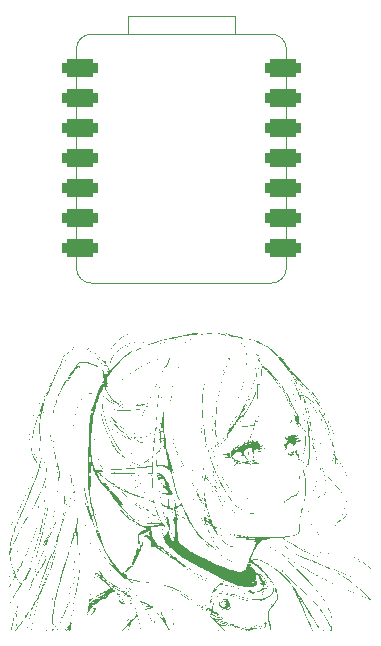
<source format=gbr>
%TF.GenerationSoftware,KiCad,Pcbnew,8.0.7*%
%TF.CreationDate,2025-02-04T22:32:57+01:00*%
%TF.ProjectId,011_rev2,3031315f-7265-4763-922e-6b696361645f,rev?*%
%TF.SameCoordinates,Original*%
%TF.FileFunction,Legend,Top*%
%TF.FilePolarity,Positive*%
%FSLAX46Y46*%
G04 Gerber Fmt 4.6, Leading zero omitted, Abs format (unit mm)*
G04 Created by KiCad (PCBNEW 8.0.7) date 2025-02-04 22:32:57*
%MOMM*%
%LPD*%
G01*
G04 APERTURE LIST*
G04 Aperture macros list*
%AMRoundRect*
0 Rectangle with rounded corners*
0 $1 Rounding radius*
0 $2 $3 $4 $5 $6 $7 $8 $9 X,Y pos of 4 corners*
0 Add a 4 corners polygon primitive as box body*
4,1,4,$2,$3,$4,$5,$6,$7,$8,$9,$2,$3,0*
0 Add four circle primitives for the rounded corners*
1,1,$1+$1,$2,$3*
1,1,$1+$1,$4,$5*
1,1,$1+$1,$6,$7*
1,1,$1+$1,$8,$9*
0 Add four rect primitives between the rounded corners*
20,1,$1+$1,$2,$3,$4,$5,0*
20,1,$1+$1,$4,$5,$6,$7,0*
20,1,$1+$1,$6,$7,$8,$9,0*
20,1,$1+$1,$8,$9,$2,$3,0*%
G04 Aperture macros list end*
%ADD10C,0.000000*%
%ADD11C,0.120000*%
%ADD12C,1.600000*%
%ADD13RoundRect,0.400000X-1.100000X-0.400000X1.100000X-0.400000X1.100000X0.400000X-1.100000X0.400000X0*%
%ADD14C,1.701800*%
%ADD15C,3.000000*%
%ADD16C,5.000000*%
%ADD17C,2.200000*%
%ADD18C,0.600000*%
G04 APERTURE END LIST*
D10*
%TO.C,G\u002A\u002A\u002A*%
G36*
X152748668Y-110116832D02*
G01*
X152729895Y-110293568D01*
X152715026Y-110415009D01*
X152702889Y-110487078D01*
X152692313Y-110515697D01*
X152682127Y-110506787D01*
X152675692Y-110485797D01*
X152663627Y-110459095D01*
X152646440Y-110468445D01*
X152620294Y-110520377D01*
X152581350Y-110621421D01*
X152558351Y-110685435D01*
X152475372Y-110933077D01*
X152406376Y-111166988D01*
X152354775Y-111374355D01*
X152323980Y-111542366D01*
X152319319Y-111583075D01*
X152304651Y-111703288D01*
X152284077Y-111824454D01*
X152260647Y-111933549D01*
X152237409Y-112017548D01*
X152217413Y-112063429D01*
X152206454Y-112065113D01*
X152199828Y-112016551D01*
X152208193Y-111936013D01*
X152213004Y-111911714D01*
X152231014Y-111825479D01*
X152255821Y-111701253D01*
X152282977Y-111561429D01*
X152291959Y-111514293D01*
X152330854Y-111337724D01*
X152384740Y-111131891D01*
X152447880Y-110915770D01*
X152514536Y-110708339D01*
X152578971Y-110528573D01*
X152620555Y-110427404D01*
X152666185Y-110310187D01*
X152709295Y-110175386D01*
X152724914Y-110116832D01*
X152765953Y-109947908D01*
X152748668Y-110116832D01*
G37*
G36*
X156013685Y-105436310D02*
G01*
X155994207Y-105521681D01*
X155959781Y-105649527D01*
X155912750Y-105811984D01*
X155855456Y-106001187D01*
X155790243Y-106209273D01*
X155719454Y-106428376D01*
X155645430Y-106650632D01*
X155631290Y-106692285D01*
X155450004Y-107207333D01*
X155273339Y-107672886D01*
X155096753Y-108100190D01*
X154915701Y-108500490D01*
X154824733Y-108688658D01*
X154741791Y-108859977D01*
X154665393Y-109023955D01*
X154601213Y-109167939D01*
X154554930Y-109279276D01*
X154535407Y-109333640D01*
X154510905Y-109409056D01*
X154500819Y-109425910D01*
X154504502Y-109385193D01*
X154505337Y-109379710D01*
X154507067Y-109343487D01*
X154493474Y-109343880D01*
X154460965Y-109385360D01*
X154405950Y-109472400D01*
X154335447Y-109591296D01*
X154259853Y-109719292D01*
X154193082Y-109829890D01*
X154142510Y-109911031D01*
X154115934Y-109950158D01*
X154090758Y-109997364D01*
X154054595Y-110085503D01*
X154014638Y-110196834D01*
X154008698Y-110214630D01*
X153976430Y-110308206D01*
X153955021Y-110362071D01*
X153947802Y-110368211D01*
X153949224Y-110357714D01*
X153968216Y-110272911D01*
X153983980Y-110219504D01*
X153992243Y-110189608D01*
X153985401Y-110185855D01*
X153960030Y-110212621D01*
X153912705Y-110274279D01*
X153840001Y-110375207D01*
X153738493Y-110519778D01*
X153655628Y-110638960D01*
X153531630Y-110815396D01*
X153385617Y-111019507D01*
X153232859Y-111230152D01*
X153088628Y-111426188D01*
X153036971Y-111495472D01*
X152899035Y-111683693D01*
X152800458Y-111827777D01*
X152739999Y-111929687D01*
X152716420Y-111991383D01*
X152716335Y-112002244D01*
X152719620Y-112038065D01*
X152713610Y-112028742D01*
X152682670Y-111992508D01*
X152645889Y-112011096D01*
X152632450Y-112036421D01*
X152599359Y-112077131D01*
X152582013Y-112082491D01*
X152564811Y-112064718D01*
X152581215Y-112022775D01*
X152620254Y-111966026D01*
X152643722Y-111944178D01*
X152666669Y-111902338D01*
X152674741Y-111842649D01*
X152681446Y-111791684D01*
X152699494Y-111798240D01*
X152699525Y-111798289D01*
X152726856Y-111790388D01*
X152786454Y-111731139D01*
X152878475Y-111620361D01*
X153003074Y-111457877D01*
X153052259Y-111391672D01*
X153180558Y-111214943D01*
X153273887Y-111078969D01*
X153336314Y-110977082D01*
X153371910Y-110902611D01*
X153384744Y-110848888D01*
X153384862Y-110846612D01*
X153389406Y-110789475D01*
X153396717Y-110791279D01*
X153402532Y-110816919D01*
X153413163Y-110844443D01*
X153434052Y-110841892D01*
X153471989Y-110803277D01*
X153533767Y-110722609D01*
X153576636Y-110663352D01*
X153733431Y-110442055D01*
X153856973Y-110261063D01*
X153952018Y-110112421D01*
X154023318Y-109988176D01*
X154075627Y-109880373D01*
X154113699Y-109781059D01*
X154124685Y-109746352D01*
X154157459Y-109644952D01*
X154184898Y-109573794D01*
X154201723Y-109546334D01*
X154202977Y-109546788D01*
X154203418Y-109582185D01*
X154185861Y-109650058D01*
X154182641Y-109659543D01*
X154158896Y-109737210D01*
X154160040Y-109763192D01*
X154186628Y-109736792D01*
X154239217Y-109657315D01*
X154318364Y-109524064D01*
X154386237Y-109404870D01*
X154493746Y-109201868D01*
X154588370Y-109000243D01*
X154660963Y-108820059D01*
X154683578Y-108752704D01*
X154728637Y-108610401D01*
X154781645Y-108449289D01*
X154839188Y-108279033D01*
X154897852Y-108109298D01*
X154954223Y-107949748D01*
X155004887Y-107810048D01*
X155046431Y-107699862D01*
X155075440Y-107628856D01*
X155088420Y-107606596D01*
X155082185Y-107637557D01*
X155058452Y-107717570D01*
X155020076Y-107837732D01*
X154969913Y-107989137D01*
X154910817Y-108162883D01*
X154899488Y-108195737D01*
X154839100Y-108372563D01*
X154787150Y-108528663D01*
X154746491Y-108655129D01*
X154719974Y-108743053D01*
X154710452Y-108783527D01*
X154710761Y-108785084D01*
X154727668Y-108763886D01*
X154764826Y-108696487D01*
X154817516Y-108592812D01*
X154881021Y-108462783D01*
X154950623Y-108316324D01*
X155021606Y-108163359D01*
X155089251Y-108013811D01*
X155148840Y-107877603D01*
X155194627Y-107767255D01*
X155276975Y-107554343D01*
X155370690Y-107302342D01*
X155470688Y-107025761D01*
X155571884Y-106739109D01*
X155669194Y-106456895D01*
X155757532Y-106193628D01*
X155831816Y-105963818D01*
X155869467Y-105841550D01*
X155916634Y-105687040D01*
X155958108Y-105556768D01*
X155990646Y-105460489D01*
X156011004Y-105407956D01*
X156015873Y-105401280D01*
X156013685Y-105436310D01*
G37*
G36*
X153401660Y-112015305D02*
G01*
X153405321Y-112063307D01*
X153399235Y-112074173D01*
X153385275Y-112065013D01*
X153383104Y-112033861D01*
X153390605Y-112001089D01*
X153401660Y-112015305D01*
G37*
G36*
X153696489Y-111367113D02*
G01*
X153678880Y-111457359D01*
X153649473Y-111594456D01*
X153612221Y-111760000D01*
X153583944Y-111878201D01*
X153562984Y-111955187D01*
X153551239Y-111984849D01*
X153550606Y-111961081D01*
X153551064Y-111956931D01*
X153566250Y-111863252D01*
X153593080Y-111732776D01*
X153626807Y-111587905D01*
X153642201Y-111526944D01*
X153675154Y-111403632D01*
X153694962Y-111337633D01*
X153701961Y-111326332D01*
X153696489Y-111367113D01*
G37*
G36*
X153984206Y-111665527D02*
G01*
X153979976Y-111723610D01*
X153975287Y-111769417D01*
X153960145Y-111880426D01*
X153941128Y-111979078D01*
X153931518Y-112015125D01*
X153917355Y-112051126D01*
X153914370Y-112032554D01*
X153921693Y-111959139D01*
X153938781Y-111844783D01*
X153960289Y-111735042D01*
X153965462Y-111713432D01*
X153979572Y-111663294D01*
X153984206Y-111665527D01*
G37*
G36*
X155131344Y-112023693D02*
G01*
X155197188Y-112036913D01*
X155238841Y-112051778D01*
X155300268Y-112078174D01*
X155238841Y-112079862D01*
X155163441Y-112066708D01*
X155131344Y-112051778D01*
X155100772Y-112028092D01*
X155123566Y-112023457D01*
X155131344Y-112023693D01*
G37*
G36*
X157887779Y-102448236D02*
G01*
X157903537Y-102537391D01*
X157907071Y-102561330D01*
X157915908Y-102641816D01*
X157910103Y-102668082D01*
X157894124Y-102653470D01*
X157874644Y-102636394D01*
X157873178Y-102669643D01*
X157880195Y-102714897D01*
X157887708Y-102780664D01*
X157876496Y-102788174D01*
X157870193Y-102780160D01*
X157852571Y-102775850D01*
X157844188Y-102829200D01*
X157843515Y-102897555D01*
X157839727Y-102991938D01*
X157827405Y-103059266D01*
X157816989Y-103078000D01*
X157803394Y-103092614D01*
X157792361Y-103119701D01*
X157783185Y-103166744D01*
X157775163Y-103241225D01*
X157767588Y-103350625D01*
X157759756Y-103502427D01*
X157750962Y-103704113D01*
X157745584Y-103835937D01*
X157723332Y-104388779D01*
X157711684Y-103974148D01*
X157707807Y-103812475D01*
X157705500Y-103665734D01*
X157704912Y-103548601D01*
X157706191Y-103475756D01*
X157706593Y-103468997D01*
X157708559Y-103409637D01*
X157701903Y-103396276D01*
X157685466Y-103431923D01*
X157658089Y-103519585D01*
X157618614Y-103662269D01*
X157588861Y-103774696D01*
X157539150Y-103983515D01*
X157511261Y-104145718D01*
X157505994Y-104256519D01*
X157506895Y-104265925D01*
X157512605Y-104328881D01*
X157510221Y-104345286D01*
X157506574Y-104335030D01*
X157481131Y-104289522D01*
X157464276Y-104281282D01*
X157449355Y-104303903D01*
X157454548Y-104327589D01*
X157452216Y-104385886D01*
X157425845Y-104444823D01*
X157394568Y-104508642D01*
X157355344Y-104610904D01*
X157316114Y-104730715D01*
X157312147Y-104744042D01*
X157289470Y-104820567D01*
X157251290Y-104948836D01*
X157199728Y-105121747D01*
X157136903Y-105332198D01*
X157064938Y-105573088D01*
X156985953Y-105837316D01*
X156902067Y-106117781D01*
X156832778Y-106349331D01*
X156665786Y-106910682D01*
X156516935Y-107419322D01*
X156385020Y-107880840D01*
X156268841Y-108300829D01*
X156167193Y-108684879D01*
X156078874Y-109038580D01*
X156002682Y-109367523D01*
X155937414Y-109677298D01*
X155881868Y-109973497D01*
X155834840Y-110261710D01*
X155795128Y-110547528D01*
X155761530Y-110836542D01*
X155732842Y-111134341D01*
X155707862Y-111446517D01*
X155694220Y-111642058D01*
X155685451Y-111810901D01*
X155686757Y-111922803D01*
X155699883Y-111981683D01*
X155726578Y-111991462D01*
X155768590Y-111956059D01*
X155810589Y-111903048D01*
X155867153Y-111830675D01*
X155909742Y-111784398D01*
X155923336Y-111775357D01*
X155922120Y-111792461D01*
X155905322Y-111812213D01*
X155873213Y-111873477D01*
X155868466Y-111906166D01*
X155856901Y-111945572D01*
X155841112Y-111946357D01*
X155807197Y-111956794D01*
X155763879Y-112005578D01*
X155763621Y-112005971D01*
X155727121Y-112056997D01*
X155699031Y-112081744D01*
X155678571Y-112075269D01*
X155664964Y-112032630D01*
X155657430Y-111948886D01*
X155655191Y-111819093D01*
X155657469Y-111638310D01*
X155663484Y-111401595D01*
X155664246Y-111375178D01*
X155671340Y-111170312D01*
X155679952Y-110984097D01*
X155689470Y-110825974D01*
X155699284Y-110705384D01*
X155708781Y-110631765D01*
X155713477Y-110615021D01*
X155728695Y-110566186D01*
X155750235Y-110469540D01*
X155775480Y-110338049D01*
X155801817Y-110184675D01*
X155807774Y-110147545D01*
X155867204Y-109802012D01*
X155939613Y-109429386D01*
X156020339Y-109051433D01*
X156104723Y-108689922D01*
X156188104Y-108366619D01*
X156192450Y-108350810D01*
X156218361Y-108259081D01*
X156259773Y-108115261D01*
X156314683Y-107926140D01*
X156381091Y-107698508D01*
X156456996Y-107439156D01*
X156540396Y-107154874D01*
X156629289Y-106852452D01*
X156721676Y-106538679D01*
X156815553Y-106220347D01*
X156908922Y-105904244D01*
X156999779Y-105597162D01*
X157086124Y-105305890D01*
X157165955Y-105037218D01*
X157237272Y-104797937D01*
X157298073Y-104594837D01*
X157346356Y-104434707D01*
X157355643Y-104404135D01*
X157386873Y-104297277D01*
X157429311Y-104146079D01*
X157478797Y-103965673D01*
X157531171Y-103771192D01*
X157570961Y-103620943D01*
X157618969Y-103438874D01*
X157663462Y-103271435D01*
X157685731Y-103188396D01*
X157744410Y-103188396D01*
X157750057Y-103228232D01*
X157760541Y-103228707D01*
X157767873Y-103187601D01*
X157762966Y-103169840D01*
X157749328Y-103158206D01*
X157744410Y-103188396D01*
X157685731Y-103188396D01*
X157701373Y-103130069D01*
X157729635Y-103026217D01*
X157744436Y-102973781D01*
X157756442Y-102911975D01*
X157805837Y-102911975D01*
X157811483Y-102951811D01*
X157821968Y-102952286D01*
X157829300Y-102911180D01*
X157824393Y-102893419D01*
X157810755Y-102881785D01*
X157805837Y-102911975D01*
X157756442Y-102911975D01*
X157760762Y-102889733D01*
X157772372Y-102775056D01*
X157775760Y-102697360D01*
X157779630Y-102602790D01*
X157787411Y-102567216D01*
X157799660Y-102588300D01*
X157800758Y-102592044D01*
X157815154Y-102632047D01*
X157826473Y-102625468D01*
X157839406Y-102566143D01*
X157844785Y-102534195D01*
X157861174Y-102447845D01*
X157874582Y-102418789D01*
X157887779Y-102448236D01*
G37*
G36*
X155888942Y-112031302D02*
G01*
X155892618Y-112067752D01*
X155888942Y-112072253D01*
X155870683Y-112068037D01*
X155868466Y-112051778D01*
X155879704Y-112026497D01*
X155888942Y-112031302D01*
G37*
G36*
X156114174Y-112067134D02*
G01*
X156098817Y-112082491D01*
X156083460Y-112067134D01*
X156098817Y-112051778D01*
X156114174Y-112067134D01*
G37*
G36*
X156318930Y-112031302D02*
G01*
X156322606Y-112067752D01*
X156318930Y-112072253D01*
X156300671Y-112068037D01*
X156298454Y-112051778D01*
X156309692Y-112026497D01*
X156318930Y-112031302D01*
G37*
G36*
X156780233Y-112040903D02*
G01*
X156774512Y-112051778D01*
X156745574Y-112081109D01*
X156740174Y-112082491D01*
X156738078Y-112062652D01*
X156743799Y-112051778D01*
X156772737Y-112022446D01*
X156778137Y-112021064D01*
X156780233Y-112040903D01*
G37*
G36*
X157302018Y-110983547D02*
G01*
X157311976Y-111038235D01*
X157312642Y-111144802D01*
X157290052Y-111244564D01*
X157259078Y-111328340D01*
X157253807Y-111365460D01*
X157273796Y-111364850D01*
X157284348Y-111358832D01*
X157302764Y-111356744D01*
X157285465Y-111398974D01*
X157284348Y-111401070D01*
X157255839Y-111465818D01*
X157256109Y-111492194D01*
X157283239Y-111472445D01*
X157297617Y-111454674D01*
X157330987Y-111420913D01*
X157342711Y-111426520D01*
X157323391Y-111476899D01*
X157319710Y-111480985D01*
X157309118Y-111521793D01*
X157305046Y-111604269D01*
X157307374Y-111689114D01*
X157302484Y-111833211D01*
X157273543Y-111954433D01*
X157225339Y-112040986D01*
X157162663Y-112081077D01*
X157147606Y-112082491D01*
X157109197Y-112072941D01*
X157100700Y-112032955D01*
X157108006Y-111982672D01*
X157126688Y-111882854D01*
X157045331Y-111974994D01*
X156974833Y-112036404D01*
X156904151Y-112070922D01*
X156891657Y-112073020D01*
X156852273Y-112073983D01*
X156841669Y-112060505D01*
X156852197Y-112040275D01*
X156913819Y-112040275D01*
X156913827Y-112040536D01*
X156931048Y-112036559D01*
X156973984Y-111995109D01*
X157031883Y-111928144D01*
X157093992Y-111847622D01*
X157101661Y-111836784D01*
X157158430Y-111836784D01*
X157169668Y-111862064D01*
X157178906Y-111857259D01*
X157182581Y-111820810D01*
X157178906Y-111816308D01*
X157160646Y-111820524D01*
X157158430Y-111836784D01*
X157101661Y-111836784D01*
X157118640Y-111812790D01*
X157148636Y-111756828D01*
X157150909Y-111726885D01*
X157126982Y-111740928D01*
X157081199Y-111790913D01*
X157025275Y-111861340D01*
X156970927Y-111936709D01*
X156929870Y-112001520D01*
X156913819Y-112040275D01*
X156852197Y-112040275D01*
X156862244Y-112020970D01*
X156916393Y-111943762D01*
X156919122Y-111939962D01*
X156978267Y-111860684D01*
X157024744Y-111803896D01*
X157042597Y-111786374D01*
X157065522Y-111746087D01*
X157066290Y-111736806D01*
X157047232Y-111734946D01*
X156998733Y-111769361D01*
X156965009Y-111800045D01*
X156899919Y-111858749D01*
X156852291Y-111893828D01*
X156841096Y-111898210D01*
X156846337Y-111879592D01*
X156886238Y-111832755D01*
X156909599Y-111809124D01*
X156961309Y-111749692D01*
X156982107Y-111707078D01*
X156979763Y-111699068D01*
X156979782Y-111698573D01*
X157066290Y-111698573D01*
X157081646Y-111713930D01*
X157097003Y-111698573D01*
X157095195Y-111696765D01*
X157190120Y-111696765D01*
X157205674Y-111701214D01*
X157236190Y-111669668D01*
X157271049Y-111610816D01*
X157280307Y-111577528D01*
X157264753Y-111573078D01*
X157234237Y-111604625D01*
X157199378Y-111663477D01*
X157190120Y-111696765D01*
X157095195Y-111696765D01*
X157081646Y-111683216D01*
X157066290Y-111698573D01*
X156979782Y-111698573D01*
X156980349Y-111683441D01*
X156989506Y-111684294D01*
X157040081Y-111683914D01*
X157043255Y-111683014D01*
X157093176Y-111672994D01*
X157104681Y-111671620D01*
X157139708Y-111642858D01*
X157144493Y-111621710D01*
X157155882Y-111575719D01*
X157158430Y-111575719D01*
X157173787Y-111591076D01*
X157189143Y-111575719D01*
X157173787Y-111560363D01*
X157158430Y-111575719D01*
X157155882Y-111575719D01*
X157159872Y-111559608D01*
X157182885Y-111508633D01*
X157213646Y-111437244D01*
X157216144Y-111393898D01*
X157190045Y-111391052D01*
X157185958Y-111393408D01*
X157175796Y-111387391D01*
X157197826Y-111344031D01*
X157199478Y-111341472D01*
X157230845Y-111269382D01*
X157258964Y-111165126D01*
X157262428Y-111145732D01*
X157281284Y-111145732D01*
X157296640Y-111161088D01*
X157311997Y-111145732D01*
X157296640Y-111130375D01*
X157281284Y-111145732D01*
X157262428Y-111145732D01*
X157270658Y-111099661D01*
X157284461Y-111006910D01*
X157293761Y-110969920D01*
X157302018Y-110983547D01*
G37*
G36*
X158468869Y-112031302D02*
G01*
X158472545Y-112067752D01*
X158468869Y-112072253D01*
X158450610Y-112068037D01*
X158448394Y-112051778D01*
X158459631Y-112026497D01*
X158468869Y-112031302D01*
G37*
G36*
X162871884Y-110667571D02*
G01*
X162895864Y-110726302D01*
X162917266Y-110793836D01*
X162929450Y-110853464D01*
X162930217Y-110863445D01*
X162921189Y-110902378D01*
X162907266Y-110903378D01*
X162876855Y-110917529D01*
X162813624Y-110967827D01*
X162727232Y-111046046D01*
X162640776Y-111130375D01*
X162541352Y-111226011D01*
X162455622Y-111300383D01*
X162393551Y-111345353D01*
X162366607Y-111354261D01*
X162349032Y-111350771D01*
X162355085Y-111359329D01*
X162356033Y-111400010D01*
X162334582Y-111483417D01*
X162295235Y-111597050D01*
X162242494Y-111728412D01*
X162180862Y-111865004D01*
X162151153Y-111925387D01*
X162097815Y-112024844D01*
X162066403Y-112071974D01*
X162056389Y-112071623D01*
X162067247Y-112028642D01*
X162098450Y-111947878D01*
X162149471Y-111834180D01*
X162164471Y-111802812D01*
X162219702Y-111680549D01*
X162252660Y-111590064D01*
X162260220Y-111540562D01*
X162255657Y-111534368D01*
X162246716Y-111507146D01*
X162275097Y-111465037D01*
X162303842Y-111422491D01*
X162297200Y-111406796D01*
X162263721Y-111427743D01*
X162201708Y-111482301D01*
X162123296Y-111558048D01*
X162040621Y-111642559D01*
X161965817Y-111723412D01*
X161911022Y-111788183D01*
X161888369Y-111824449D01*
X161888297Y-111825398D01*
X161908087Y-111817393D01*
X161960610Y-111774169D01*
X162035595Y-111704371D01*
X162057221Y-111683216D01*
X162136106Y-111609235D01*
X162195312Y-111561182D01*
X162224660Y-111547080D01*
X162226145Y-111550072D01*
X162203980Y-111583582D01*
X162144817Y-111645770D01*
X162059649Y-111726978D01*
X161959473Y-111817544D01*
X161855282Y-111907809D01*
X161758071Y-111988113D01*
X161678836Y-112048797D01*
X161628572Y-112080200D01*
X161620144Y-112082491D01*
X161583944Y-112073550D01*
X161581163Y-112068300D01*
X161599915Y-112040787D01*
X161650977Y-111976351D01*
X161726559Y-111884599D01*
X161818869Y-111775141D01*
X161819192Y-111774762D01*
X161977608Y-111587834D01*
X162101051Y-111439730D01*
X162195327Y-111323338D01*
X162266245Y-111231546D01*
X162295942Y-111191005D01*
X162329422Y-111145456D01*
X162335249Y-111144585D01*
X162314082Y-111193042D01*
X162300420Y-111222515D01*
X162284235Y-111263332D01*
X162289608Y-111274798D01*
X162321724Y-111253330D01*
X162385767Y-111195346D01*
X162459616Y-111123740D01*
X162513234Y-111123740D01*
X162515504Y-111133288D01*
X162554780Y-111108483D01*
X162627643Y-111050956D01*
X162730677Y-110962338D01*
X162763629Y-110932929D01*
X162834655Y-110864400D01*
X162876337Y-110814618D01*
X162880192Y-110793810D01*
X162879085Y-110793707D01*
X162841723Y-110813476D01*
X162773010Y-110867498D01*
X162684633Y-110946199D01*
X162633378Y-110995067D01*
X162551386Y-111078210D01*
X162513234Y-111123740D01*
X162459616Y-111123740D01*
X162486922Y-111097263D01*
X162499365Y-111085025D01*
X162599002Y-110982296D01*
X162679647Y-110890273D01*
X162732283Y-110819843D01*
X162748273Y-110784605D01*
X162770620Y-110728564D01*
X162794343Y-110711494D01*
X162836307Y-110668943D01*
X162842750Y-110643352D01*
X162851966Y-110634352D01*
X162871884Y-110667571D01*
G37*
G36*
X163139869Y-109532193D02*
G01*
X163219795Y-109571965D01*
X163336990Y-109624434D01*
X163471088Y-109681046D01*
X163601724Y-109733249D01*
X163708531Y-109772488D01*
X163725139Y-109777995D01*
X163829205Y-109824980D01*
X163922406Y-109888335D01*
X163940133Y-109904742D01*
X164026722Y-109970691D01*
X164124404Y-110016469D01*
X164130377Y-110018191D01*
X164195507Y-110039819D01*
X164206254Y-110057122D01*
X164183972Y-110070184D01*
X164169374Y-110085735D01*
X164177521Y-110116094D01*
X164213110Y-110167552D01*
X164280843Y-110246402D01*
X164385416Y-110358934D01*
X164451114Y-110427842D01*
X164738813Y-110747107D01*
X165029489Y-111105626D01*
X165274822Y-111437663D01*
X165282705Y-111441327D01*
X165266304Y-111397567D01*
X165228841Y-111313881D01*
X165173538Y-111197770D01*
X165158495Y-111166982D01*
X165054498Y-110952114D01*
X164977890Y-110786372D01*
X164926830Y-110664856D01*
X164899476Y-110582663D01*
X164893988Y-110534894D01*
X164908525Y-110516646D01*
X164914017Y-110516106D01*
X164954484Y-110539232D01*
X164959639Y-110558961D01*
X164972753Y-110599215D01*
X165009162Y-110684646D01*
X165064463Y-110805603D01*
X165134256Y-110952435D01*
X165205347Y-111097769D01*
X165284597Y-111260930D01*
X165353215Y-111408300D01*
X165406757Y-111529838D01*
X165440783Y-111615504D01*
X165451054Y-111653230D01*
X165466993Y-111709231D01*
X165508499Y-111795650D01*
X165558551Y-111880782D01*
X165613707Y-111969405D01*
X165652485Y-112036298D01*
X165666048Y-112065659D01*
X165657895Y-112082976D01*
X165631501Y-112064977D01*
X165583958Y-112007941D01*
X165512363Y-111908147D01*
X165413808Y-111761874D01*
X165334764Y-111641413D01*
X165269257Y-111545006D01*
X165328200Y-111545006D01*
X165343557Y-111560363D01*
X165358914Y-111545006D01*
X165343557Y-111529649D01*
X165328200Y-111545006D01*
X165269257Y-111545006D01*
X165081139Y-111268150D01*
X164832697Y-110937012D01*
X164576430Y-110631450D01*
X164342705Y-110379444D01*
X164076789Y-110104570D01*
X164084161Y-110256590D01*
X164086017Y-110321371D01*
X164083232Y-110332565D01*
X164078189Y-110301112D01*
X164062494Y-110221696D01*
X164041897Y-110170586D01*
X164039542Y-110167796D01*
X164001634Y-110167905D01*
X163926901Y-110193205D01*
X163834279Y-110236835D01*
X163737629Y-110285420D01*
X163660984Y-110319650D01*
X163622660Y-110331760D01*
X163591911Y-110305944D01*
X163558267Y-110242643D01*
X163554161Y-110232007D01*
X163517320Y-110132189D01*
X163574997Y-110207130D01*
X163632674Y-110282072D01*
X163812420Y-110200748D01*
X163905172Y-110153053D01*
X163970085Y-110108728D01*
X163992166Y-110079737D01*
X163965226Y-110045609D01*
X163893415Y-110029958D01*
X163790252Y-110032177D01*
X163669254Y-110051661D01*
X163543939Y-110087802D01*
X163508430Y-110101430D01*
X163463971Y-110106197D01*
X163454681Y-110091607D01*
X163482652Y-110069394D01*
X163556683Y-110043062D01*
X163661951Y-110016653D01*
X163783634Y-109994206D01*
X163840929Y-109986337D01*
X163844585Y-109970588D01*
X163793599Y-109931765D01*
X163689773Y-109871035D01*
X163550276Y-109797408D01*
X163406866Y-109724760D01*
X163310688Y-109678472D01*
X163254664Y-109656203D01*
X163231716Y-109655611D01*
X163234767Y-109674356D01*
X163248491Y-109697590D01*
X163305215Y-109785348D01*
X163350717Y-109855768D01*
X163381249Y-109909498D01*
X163386054Y-109932537D01*
X163385779Y-109932551D01*
X163362751Y-109908991D01*
X163316566Y-109847314D01*
X163259079Y-109763628D01*
X163197606Y-109677486D01*
X163146006Y-109616626D01*
X163116520Y-109594704D01*
X163089591Y-109569804D01*
X163086120Y-109548373D01*
X163098483Y-109518325D01*
X163139869Y-109532193D01*
G37*
G36*
X165926629Y-111403370D02*
G01*
X165954682Y-111475773D01*
X165990024Y-111579105D01*
X166028295Y-111699176D01*
X166065134Y-111821799D01*
X166096183Y-111932787D01*
X166117082Y-112017949D01*
X166123469Y-112063100D01*
X166122356Y-112066408D01*
X166108632Y-112044341D01*
X166081176Y-111974250D01*
X166043925Y-111866941D01*
X166000810Y-111733222D01*
X165999192Y-111728031D01*
X165958561Y-111592403D01*
X165928246Y-111481029D01*
X165911095Y-111405176D01*
X165909958Y-111376114D01*
X165910224Y-111376082D01*
X165926629Y-111403370D01*
G37*
G36*
X169715571Y-111973062D02*
G01*
X169781855Y-112036789D01*
X169808236Y-112069723D01*
X169801050Y-112081511D01*
X169787422Y-112082491D01*
X169755301Y-112059798D01*
X169706004Y-112003278D01*
X169690634Y-111982672D01*
X169618783Y-111882854D01*
X169715571Y-111973062D01*
G37*
G36*
X168940077Y-110626493D02*
G01*
X168913610Y-110648610D01*
X168887614Y-110675845D01*
X168890039Y-110704368D01*
X168927677Y-110746406D01*
X169004119Y-110811549D01*
X169096244Y-110882740D01*
X169182049Y-110941262D01*
X169227173Y-110966635D01*
X169269703Y-110992845D01*
X169261231Y-111005955D01*
X169259518Y-111006115D01*
X169245166Y-111019607D01*
X169286492Y-111051431D01*
X169290232Y-111053591D01*
X169359444Y-111087263D01*
X169399064Y-111096037D01*
X169399321Y-111080035D01*
X169368823Y-111052615D01*
X169329267Y-111016880D01*
X169341883Y-111010276D01*
X169404570Y-111033167D01*
X169426034Y-111042726D01*
X169475721Y-111077793D01*
X169483867Y-111109372D01*
X169487856Y-111127448D01*
X169518056Y-111120238D01*
X169582388Y-111107024D01*
X169675051Y-111099938D01*
X169699696Y-111099564D01*
X169827717Y-111099466D01*
X169643436Y-110976728D01*
X169618838Y-110961451D01*
X169658793Y-110961451D01*
X169674149Y-110976808D01*
X169689506Y-110961451D01*
X169674149Y-110946094D01*
X169658793Y-110961451D01*
X169618838Y-110961451D01*
X169534630Y-110909151D01*
X169429946Y-110852221D01*
X169355662Y-110819664D01*
X169291431Y-110790512D01*
X169287834Y-110777171D01*
X169320945Y-110777171D01*
X169336302Y-110792527D01*
X169351659Y-110777171D01*
X169336302Y-110761814D01*
X169320945Y-110777171D01*
X169287834Y-110777171D01*
X169284768Y-110765800D01*
X169289400Y-110762328D01*
X169337993Y-110760846D01*
X169413724Y-110785275D01*
X169438963Y-110797296D01*
X169527966Y-110839281D01*
X169646632Y-110890250D01*
X169750933Y-110931999D01*
X169848354Y-110970634D01*
X169891881Y-110991915D01*
X169885572Y-110998854D01*
X169835395Y-110994696D01*
X169761601Y-110988262D01*
X169722235Y-110989803D01*
X169720220Y-110991590D01*
X169745994Y-111020577D01*
X169809770Y-111059061D01*
X169891231Y-111097249D01*
X169970059Y-111125352D01*
X170015622Y-111133938D01*
X170063447Y-111139895D01*
X170055131Y-111150176D01*
X170050013Y-111151619D01*
X170014464Y-111177950D01*
X170016715Y-111199436D01*
X170010850Y-111208457D01*
X169968352Y-111184641D01*
X169964187Y-111181755D01*
X169882045Y-111146389D01*
X169782131Y-111131768D01*
X169690205Y-111139216D01*
X169636549Y-111164904D01*
X169591431Y-111183976D01*
X169515799Y-111169235D01*
X169502572Y-111164766D01*
X169467128Y-111153745D01*
X169549260Y-111153745D01*
X169579450Y-111158664D01*
X169619286Y-111153017D01*
X169619761Y-111142532D01*
X169578655Y-111135200D01*
X169560894Y-111140108D01*
X169549260Y-111153745D01*
X169467128Y-111153745D01*
X169421344Y-111139509D01*
X169390815Y-111136585D01*
X169406132Y-111152109D01*
X169462444Y-111182198D01*
X169554898Y-111222967D01*
X169595830Y-111239408D01*
X169706694Y-111285401D01*
X169775571Y-111318751D01*
X169799282Y-111336460D01*
X169774645Y-111335528D01*
X169698479Y-111312959D01*
X169659722Y-111299627D01*
X169565207Y-111267354D01*
X169519164Y-111256518D01*
X169512475Y-111267180D01*
X169536025Y-111299401D01*
X169536902Y-111300459D01*
X169631798Y-111397557D01*
X169741728Y-111471656D01*
X169880552Y-111529523D01*
X170062133Y-111577926D01*
X170137618Y-111593737D01*
X170273327Y-111621537D01*
X170385167Y-111645926D01*
X170460378Y-111664024D01*
X170486008Y-111672342D01*
X170480650Y-111700590D01*
X170469371Y-111714186D01*
X170419875Y-111725507D01*
X170315976Y-111717610D01*
X170199974Y-111698318D01*
X170085797Y-111676828D01*
X169996789Y-111660742D01*
X169948563Y-111652862D01*
X169944705Y-111652503D01*
X169956627Y-111673643D01*
X170001636Y-111730437D01*
X170071651Y-111812947D01*
X170119494Y-111867497D01*
X170200701Y-111960297D01*
X170262256Y-112032959D01*
X170295819Y-112075510D01*
X170299259Y-112082468D01*
X170275120Y-112061913D01*
X170214162Y-112004614D01*
X170123163Y-111917099D01*
X170008903Y-111805895D01*
X169878162Y-111677529D01*
X169856666Y-111656327D01*
X169717062Y-111520916D01*
X169585567Y-111397740D01*
X169470815Y-111294549D01*
X169381437Y-111219096D01*
X169326067Y-111179132D01*
X169324005Y-111178028D01*
X169262905Y-111140660D01*
X169237972Y-111113459D01*
X169239228Y-111109714D01*
X169225401Y-111083232D01*
X169175169Y-111024896D01*
X169097328Y-110944448D01*
X169036898Y-110885677D01*
X168937551Y-110790403D01*
X168877364Y-110728252D01*
X168850945Y-110690063D01*
X168852902Y-110666672D01*
X168877841Y-110648915D01*
X168893088Y-110641315D01*
X168941650Y-110619008D01*
X168940077Y-110626493D01*
G37*
G36*
X172154258Y-112062150D02*
G01*
X172158117Y-112073360D01*
X172115866Y-112077641D01*
X172072265Y-112072815D01*
X172077475Y-112062150D01*
X172140356Y-112058093D01*
X172154258Y-112062150D01*
G37*
G36*
X172975772Y-111633876D02*
G01*
X173047210Y-111645161D01*
X173065244Y-111664556D01*
X173028137Y-111680769D01*
X172983521Y-111684238D01*
X172877235Y-111714250D01*
X172769754Y-111802955D01*
X172731957Y-111847407D01*
X172711967Y-111877344D01*
X172719794Y-111892399D01*
X172766020Y-111895455D01*
X172861224Y-111889395D01*
X172880473Y-111887870D01*
X172976749Y-111882382D01*
X173040005Y-111883079D01*
X173056394Y-111889324D01*
X173017842Y-111902164D01*
X172941593Y-111914030D01*
X172910377Y-111917120D01*
X172784703Y-111932440D01*
X172711281Y-111954331D01*
X172681022Y-111986071D01*
X172678946Y-112000576D01*
X172698226Y-112024204D01*
X172761964Y-112033484D01*
X172850429Y-112031682D01*
X172945828Y-112027094D01*
X172984108Y-112027712D01*
X172969492Y-112035494D01*
X172906200Y-112052399D01*
X172899059Y-112054230D01*
X172800304Y-112070666D01*
X172712929Y-112071139D01*
X172699422Y-112068897D01*
X172612264Y-112053381D01*
X172520891Y-112042501D01*
X172439818Y-112037025D01*
X172383565Y-112037724D01*
X172366648Y-112045366D01*
X172376931Y-112051799D01*
X172415070Y-112072664D01*
X172405762Y-112079604D01*
X172361052Y-112073993D01*
X172292985Y-112057204D01*
X172223363Y-112034287D01*
X172106922Y-111995669D01*
X171970566Y-111957330D01*
X171827612Y-111922138D01*
X171691382Y-111892965D01*
X171575193Y-111872679D01*
X171492365Y-111864150D01*
X171457064Y-111869170D01*
X171402284Y-111894386D01*
X171380280Y-111896052D01*
X171359010Y-111888326D01*
X171394101Y-111869685D01*
X171427120Y-111851998D01*
X171411443Y-111837797D01*
X171351620Y-111822435D01*
X171286669Y-111802881D01*
X171276262Y-111782231D01*
X171290193Y-111769121D01*
X171310938Y-111749754D01*
X171278212Y-111756650D01*
X171274265Y-111757927D01*
X171213238Y-111760297D01*
X171118927Y-111745969D01*
X171049600Y-111728674D01*
X170944827Y-111704985D01*
X170854706Y-111696165D01*
X170816232Y-111699980D01*
X170771887Y-111711502D01*
X170775579Y-111701242D01*
X170820225Y-111667561D01*
X170898862Y-111637814D01*
X171010451Y-111643477D01*
X171162065Y-111685202D01*
X171213544Y-111703770D01*
X171252433Y-111714820D01*
X171245185Y-111694227D01*
X171226005Y-111669887D01*
X171212157Y-111645109D01*
X171242580Y-111657830D01*
X171291245Y-111689318D01*
X171372238Y-111729519D01*
X171499494Y-111775495D01*
X171658619Y-111823337D01*
X171835218Y-111869137D01*
X172014897Y-111908983D01*
X172183259Y-111938968D01*
X172238720Y-111946644D01*
X172340961Y-111964462D01*
X172421471Y-111987399D01*
X172450853Y-112002116D01*
X172477130Y-112015238D01*
X172482772Y-111988237D01*
X172472584Y-111921709D01*
X172462098Y-111848476D01*
X172471266Y-111821476D01*
X172503518Y-111827109D01*
X172539277Y-111832961D01*
X172530612Y-111803611D01*
X172520914Y-111777662D01*
X172530759Y-111783102D01*
X172569972Y-111782889D01*
X172620146Y-111752869D01*
X172641473Y-111739441D01*
X172623480Y-111765552D01*
X172599603Y-111792874D01*
X172534854Y-111875702D01*
X172519014Y-111930905D01*
X172550582Y-111965963D01*
X172563723Y-111971708D01*
X172622074Y-111989328D01*
X172627009Y-111977359D01*
X172590116Y-111945257D01*
X172549379Y-111911512D01*
X172559811Y-111900575D01*
X172596071Y-111899187D01*
X172653342Y-111876592D01*
X172708319Y-111824215D01*
X172744402Y-111762809D01*
X172744994Y-111713124D01*
X172744955Y-111713062D01*
X172754822Y-111689042D01*
X172805397Y-111676897D01*
X172860667Y-111679579D01*
X172883445Y-111660788D01*
X172883702Y-111656911D01*
X172910337Y-111639397D01*
X172974523Y-111633834D01*
X172975772Y-111633876D01*
G37*
G36*
X173221550Y-112023530D02*
G01*
X173293280Y-112060182D01*
X173313251Y-112078356D01*
X173293966Y-112082491D01*
X173248885Y-112064933D01*
X173204385Y-112034726D01*
X173166627Y-112002973D01*
X173176951Y-112002918D01*
X173221550Y-112023530D01*
G37*
G36*
X173733305Y-111982672D02*
G01*
X173737362Y-112045553D01*
X173733305Y-112059456D01*
X173722095Y-112063314D01*
X173717814Y-112021064D01*
X173722641Y-111977462D01*
X173733305Y-111982672D01*
G37*
G36*
X174625807Y-108494210D02*
G01*
X174631048Y-108500378D01*
X174684326Y-108541617D01*
X174716438Y-108550447D01*
X174744329Y-108564914D01*
X174732213Y-108600588D01*
X174719635Y-108669447D01*
X174731663Y-108771932D01*
X174732831Y-108777190D01*
X174747074Y-108868678D01*
X174758939Y-108996982D01*
X174766265Y-109137493D01*
X174767044Y-109167102D01*
X174772577Y-109430553D01*
X174621823Y-109658517D01*
X174537963Y-109780946D01*
X174431748Y-109929742D01*
X174318921Y-110083086D01*
X174245584Y-110179958D01*
X174020099Y-110473436D01*
X174020314Y-110794227D01*
X174035573Y-111082383D01*
X174082995Y-111377391D01*
X174165631Y-111696113D01*
X174207637Y-111829188D01*
X174240517Y-111942617D01*
X174255658Y-112024006D01*
X174253459Y-112066601D01*
X174234319Y-112063648D01*
X174198634Y-112008393D01*
X174197234Y-112005707D01*
X174158209Y-111914027D01*
X174111607Y-111779975D01*
X174062688Y-111621250D01*
X174016715Y-111455551D01*
X173978950Y-111300577D01*
X173960436Y-111209196D01*
X173933586Y-111002931D01*
X173925681Y-110803255D01*
X173935706Y-110621693D01*
X173962644Y-110469772D01*
X174005480Y-110359016D01*
X174039124Y-110316469D01*
X174076862Y-110273740D01*
X174141407Y-110190670D01*
X174225122Y-110077781D01*
X174320376Y-109945597D01*
X174419534Y-109804641D01*
X174514961Y-109665435D01*
X174557201Y-109602327D01*
X174704879Y-109379600D01*
X174686996Y-109103563D01*
X174674546Y-108945513D01*
X174660331Y-108843301D01*
X174642547Y-108791335D01*
X174619390Y-108784025D01*
X174592544Y-108810897D01*
X174564987Y-108837301D01*
X174542678Y-108817442D01*
X174522524Y-108769704D01*
X174504908Y-108691807D01*
X174511301Y-108657944D01*
X174572940Y-108657944D01*
X174588297Y-108673301D01*
X174603654Y-108657944D01*
X174588297Y-108642588D01*
X174572940Y-108657944D01*
X174511301Y-108657944D01*
X174519987Y-108611935D01*
X174538962Y-108564843D01*
X174573251Y-108494888D01*
X174598202Y-108474141D01*
X174625807Y-108494210D01*
G37*
G36*
X165107505Y-93594104D02*
G01*
X165114979Y-93653760D01*
X165119449Y-93771435D01*
X165121003Y-93948092D01*
X165119732Y-94184696D01*
X165118173Y-94317642D01*
X165116274Y-94537701D01*
X165116612Y-94731495D01*
X165119028Y-94891624D01*
X165123362Y-95010687D01*
X165129453Y-95081282D01*
X165135066Y-95097969D01*
X165158333Y-95124111D01*
X165167469Y-95167074D01*
X165183885Y-95374264D01*
X165198423Y-95524611D01*
X165211724Y-95622646D01*
X165224433Y-95672900D01*
X165237192Y-95679904D01*
X165239801Y-95676523D01*
X165252664Y-95662520D01*
X165262010Y-95673763D01*
X165269092Y-95718945D01*
X165275164Y-95806761D01*
X165281480Y-95945906D01*
X165282588Y-95973301D01*
X165305858Y-96220613D01*
X165356711Y-96513494D01*
X165433373Y-96843558D01*
X165534069Y-97202417D01*
X165561597Y-97291841D01*
X165604038Y-97435414D01*
X165651749Y-97609135D01*
X165696640Y-97783195D01*
X165711624Y-97844682D01*
X165750700Y-97999847D01*
X165793393Y-98155721D01*
X165832872Y-98287836D01*
X165848664Y-98335596D01*
X165879593Y-98431978D01*
X165897375Y-98502750D01*
X165898607Y-98530545D01*
X165882797Y-98512733D01*
X165858532Y-98452258D01*
X165847596Y-98418008D01*
X165818603Y-98340908D01*
X165790478Y-98296459D01*
X165781970Y-98292164D01*
X165766016Y-98315912D01*
X165770300Y-98345913D01*
X165781470Y-98400396D01*
X165796750Y-98497541D01*
X165813317Y-98618973D01*
X165817820Y-98654977D01*
X165833903Y-98775105D01*
X165849341Y-98871371D01*
X165861478Y-98927776D01*
X165864264Y-98934846D01*
X165882218Y-98981977D01*
X165909443Y-99075441D01*
X165943226Y-99203600D01*
X165980855Y-99354821D01*
X166019615Y-99517465D01*
X166056794Y-99679898D01*
X166089678Y-99830483D01*
X166115555Y-99957584D01*
X166131711Y-100049566D01*
X166135434Y-100094791D01*
X166135055Y-100096199D01*
X166131119Y-100128807D01*
X166157081Y-100119849D01*
X166184477Y-100114041D01*
X166181827Y-100155636D01*
X166179738Y-100163918D01*
X166172671Y-100209484D01*
X166180748Y-100214062D01*
X166197122Y-100232971D01*
X166225789Y-100299316D01*
X166262104Y-100401486D01*
X166287047Y-100479767D01*
X166346454Y-100658852D01*
X166411535Y-100829904D01*
X166477755Y-100983278D01*
X166540576Y-101109329D01*
X166595464Y-101198409D01*
X166637880Y-101240874D01*
X166646042Y-101243078D01*
X166672054Y-101251080D01*
X166657663Y-101260625D01*
X166636553Y-101293329D01*
X166649286Y-101327305D01*
X166670278Y-101369340D01*
X166712952Y-101458317D01*
X166773155Y-101585446D01*
X166846734Y-101741941D01*
X166929532Y-101919012D01*
X166967898Y-102001357D01*
X167162662Y-102411591D01*
X167342003Y-102770156D01*
X167510331Y-103083520D01*
X167672059Y-103358151D01*
X167831599Y-103600515D01*
X167993364Y-103817080D01*
X168161766Y-104014313D01*
X168341217Y-104198681D01*
X168536129Y-104376653D01*
X168659295Y-104480558D01*
X168813410Y-104605300D01*
X168922674Y-104689051D01*
X168987664Y-104732168D01*
X169008956Y-104735007D01*
X168987124Y-104697928D01*
X168965416Y-104670757D01*
X168955594Y-104655682D01*
X168982596Y-104679638D01*
X169040666Y-104737381D01*
X169058132Y-104755219D01*
X169128038Y-104824228D01*
X169174038Y-104864320D01*
X169187682Y-104868262D01*
X169186187Y-104864837D01*
X169188468Y-104854861D01*
X169222539Y-104884778D01*
X169241684Y-104904941D01*
X169291740Y-104954653D01*
X169319169Y-104972736D01*
X169320945Y-104970286D01*
X169339967Y-104969338D01*
X169367757Y-104988306D01*
X169398728Y-105027031D01*
X169397641Y-105044086D01*
X169409572Y-105072232D01*
X169456067Y-105132538D01*
X169528189Y-105213792D01*
X169558144Y-105245429D01*
X169735576Y-105429843D01*
X169505226Y-105230499D01*
X169380143Y-105124729D01*
X169228781Y-105000409D01*
X169223903Y-104996494D01*
X169325896Y-104996494D01*
X169333369Y-105013658D01*
X169364294Y-105046631D01*
X169382073Y-105039867D01*
X169382372Y-105035573D01*
X169360557Y-105009595D01*
X169346913Y-105000114D01*
X169325896Y-104996494D01*
X169223903Y-104996494D01*
X169109109Y-104904354D01*
X169203042Y-104904354D01*
X169210515Y-104921518D01*
X169241440Y-104954490D01*
X169259219Y-104947727D01*
X169259518Y-104943433D01*
X169237703Y-104917455D01*
X169224059Y-104907974D01*
X169203042Y-104904354D01*
X169109109Y-104904354D01*
X169073845Y-104876049D01*
X168983097Y-104804833D01*
X168903534Y-104742216D01*
X169015823Y-104742216D01*
X169023449Y-104758121D01*
X169040607Y-104780375D01*
X169085436Y-104828124D01*
X169105447Y-104827917D01*
X169105951Y-104822527D01*
X169084962Y-104796890D01*
X169052203Y-104768779D01*
X169015823Y-104742216D01*
X168903534Y-104742216D01*
X168844773Y-104695970D01*
X168702026Y-104581009D01*
X168574491Y-104475886D01*
X168503470Y-104415549D01*
X168414860Y-104342019D01*
X168344542Y-104289899D01*
X168304365Y-104267762D01*
X168299927Y-104268281D01*
X168272693Y-104255285D01*
X168217034Y-104200193D01*
X168215065Y-104197945D01*
X168250926Y-104197945D01*
X168258399Y-104215109D01*
X168289324Y-104248082D01*
X168307103Y-104241318D01*
X168307402Y-104237024D01*
X168285587Y-104211046D01*
X168271943Y-104201565D01*
X168250926Y-104197945D01*
X168215065Y-104197945D01*
X168139364Y-104111501D01*
X168046095Y-103997705D01*
X167943642Y-103867303D01*
X167838417Y-103728788D01*
X167736834Y-103590659D01*
X167645306Y-103461410D01*
X167570247Y-103349538D01*
X167518071Y-103263540D01*
X167495189Y-103211910D01*
X167495653Y-103202823D01*
X167490347Y-103177087D01*
X167481033Y-103175599D01*
X167443771Y-103151510D01*
X167428217Y-103129528D01*
X167447426Y-103129528D01*
X167462783Y-103144885D01*
X167478140Y-103129528D01*
X167462783Y-103114172D01*
X167447426Y-103129528D01*
X167428217Y-103129528D01*
X167414729Y-103110465D01*
X167395136Y-103065735D01*
X167410351Y-103064378D01*
X167416713Y-103068102D01*
X167438140Y-103073660D01*
X167424697Y-103037171D01*
X167418697Y-103025738D01*
X167386027Y-102975614D01*
X167367750Y-102960605D01*
X167364385Y-102981992D01*
X167371495Y-102998996D01*
X167368791Y-103005178D01*
X167336591Y-102970962D01*
X167327921Y-102960605D01*
X167280903Y-102895071D01*
X167264491Y-102853758D01*
X167281820Y-102846996D01*
X167295626Y-102854200D01*
X167296761Y-102837612D01*
X167274010Y-102776902D01*
X167231648Y-102682538D01*
X167192895Y-102602627D01*
X167128505Y-102470859D01*
X167048245Y-102303035D01*
X166961554Y-102119069D01*
X166877869Y-101938875D01*
X166863469Y-101907540D01*
X166778498Y-101728137D01*
X166713391Y-101603617D01*
X166668654Y-101534865D01*
X166644791Y-101522764D01*
X166644180Y-101523622D01*
X166623067Y-101546676D01*
X166618634Y-101524752D01*
X166597923Y-101490209D01*
X166547619Y-101493834D01*
X166483458Y-101532336D01*
X166455452Y-101558875D01*
X166384531Y-101618266D01*
X166317425Y-101653493D01*
X166266854Y-101683054D01*
X166266182Y-101735639D01*
X166268106Y-101741982D01*
X166278583Y-101787268D01*
X166258512Y-101782239D01*
X166239040Y-101766760D01*
X166197132Y-101741521D01*
X166173948Y-101764727D01*
X166169964Y-101774502D01*
X166141083Y-101808287D01*
X166123531Y-101806862D01*
X166099237Y-101808786D01*
X166100425Y-101840885D01*
X166116390Y-101865038D01*
X166134262Y-101907801D01*
X166146433Y-101973891D01*
X166169660Y-102091812D01*
X166206884Y-102178778D01*
X166251762Y-102221345D01*
X166264199Y-102223482D01*
X166305565Y-102239328D01*
X166311030Y-102253232D01*
X166288517Y-102270131D01*
X166264960Y-102265303D01*
X166225644Y-102270447D01*
X166218889Y-102296980D01*
X166243996Y-102338913D01*
X166272638Y-102346806D01*
X166304010Y-102355973D01*
X166293569Y-102369842D01*
X166271815Y-102412700D01*
X166259084Y-102490614D01*
X166258081Y-102512374D01*
X166261092Y-102585321D01*
X166274941Y-102598814D01*
X166282750Y-102589157D01*
X166305364Y-102564373D01*
X166307464Y-102589971D01*
X166289912Y-102658748D01*
X166265845Y-102730254D01*
X166237621Y-102841113D01*
X166224277Y-102980653D01*
X166226007Y-103155765D01*
X166243005Y-103373338D01*
X166275464Y-103640263D01*
X166295390Y-103779819D01*
X166321347Y-103963890D01*
X166343659Y-104138687D01*
X166360691Y-104290068D01*
X166370808Y-104403892D01*
X166372897Y-104450206D01*
X166374944Y-104524275D01*
X166386188Y-104577957D01*
X166416026Y-104625152D01*
X166473856Y-104679764D01*
X166569077Y-104755694D01*
X166590910Y-104772697D01*
X166707561Y-104861797D01*
X166823492Y-104947519D01*
X166917704Y-105014400D01*
X166935712Y-105026570D01*
X167033077Y-105094802D01*
X167146803Y-105179423D01*
X167217076Y-105234183D01*
X167315032Y-105304233D01*
X167445997Y-105386947D01*
X167587576Y-105468463D01*
X167645443Y-105499333D01*
X167795966Y-105580657D01*
X167956533Y-105672634D01*
X168099155Y-105759092D01*
X168137488Y-105783640D01*
X168308640Y-105880235D01*
X168520084Y-105975520D01*
X168707306Y-106045432D01*
X168854615Y-106098587D01*
X168988762Y-106152460D01*
X169094154Y-106200456D01*
X169152021Y-106233536D01*
X169288888Y-106320425D01*
X169476112Y-106417994D01*
X169704352Y-106522449D01*
X169964269Y-106629998D01*
X170246522Y-106736846D01*
X170541772Y-106839199D01*
X170840678Y-106933263D01*
X170960071Y-106967972D01*
X171157756Y-107022938D01*
X171308329Y-107061694D01*
X171423301Y-107086378D01*
X171514185Y-107099131D01*
X171592491Y-107102088D01*
X171661118Y-107098198D01*
X171791553Y-107077632D01*
X171869754Y-107043069D01*
X171887908Y-107025157D01*
X171918859Y-106988064D01*
X171920498Y-106999849D01*
X171912885Y-107022803D01*
X171909709Y-107061744D01*
X171938731Y-107059748D01*
X171971719Y-107024644D01*
X171976453Y-107016860D01*
X172703438Y-107016860D01*
X172712369Y-107055486D01*
X172764758Y-107131262D01*
X172768527Y-107135915D01*
X172825589Y-107186852D01*
X172878895Y-107206233D01*
X172911217Y-107189709D01*
X172914415Y-107172736D01*
X172892535Y-107143371D01*
X172837327Y-107092289D01*
X172806918Y-107067215D01*
X172735707Y-107019423D01*
X172703438Y-107016860D01*
X171976453Y-107016860D01*
X172017671Y-106949094D01*
X172023381Y-106937993D01*
X172607281Y-106937993D01*
X172622638Y-106953349D01*
X172637995Y-106937993D01*
X172622638Y-106922636D01*
X172607281Y-106937993D01*
X172023381Y-106937993D01*
X172068470Y-106850341D01*
X172069685Y-106847665D01*
X172115866Y-106847665D01*
X172130756Y-106879455D01*
X172146580Y-106876566D01*
X172176122Y-106837300D01*
X172177293Y-106828683D01*
X172153867Y-106800610D01*
X172146580Y-106799782D01*
X172119625Y-106824782D01*
X172115866Y-106847665D01*
X172069685Y-106847665D01*
X172107318Y-106764753D01*
X172148477Y-106764753D01*
X172165622Y-106757732D01*
X172190343Y-106735206D01*
X172204272Y-106716214D01*
X172399927Y-106716214D01*
X172412859Y-106747798D01*
X172418480Y-106758714D01*
X172484783Y-106835396D01*
X172558652Y-106858784D01*
X172576226Y-106855267D01*
X172574008Y-106853531D01*
X172544628Y-106830280D01*
X172488012Y-106782387D01*
X172472581Y-106769069D01*
X172417275Y-106722815D01*
X172399927Y-106716214D01*
X172204272Y-106716214D01*
X172210388Y-106707875D01*
X172517153Y-106707875D01*
X172524780Y-106723780D01*
X172541937Y-106746034D01*
X172586766Y-106793783D01*
X172606777Y-106793576D01*
X172607281Y-106788186D01*
X172586292Y-106762549D01*
X172553533Y-106734438D01*
X172517153Y-106707875D01*
X172210388Y-106707875D01*
X172237570Y-106670813D01*
X172241045Y-106661572D01*
X172300147Y-106661572D01*
X172315504Y-106676929D01*
X172330860Y-106661572D01*
X172315504Y-106646215D01*
X172300147Y-106661572D01*
X172241045Y-106661572D01*
X172253780Y-106627709D01*
X172261076Y-106584788D01*
X172346217Y-106584788D01*
X172348652Y-106613090D01*
X172359761Y-106615502D01*
X172391037Y-106593207D01*
X172392287Y-106584788D01*
X172381808Y-106554874D01*
X172378743Y-106554075D01*
X172352521Y-106575597D01*
X172346217Y-106584788D01*
X172261076Y-106584788D01*
X172264206Y-106566376D01*
X172267084Y-106544584D01*
X172288168Y-106532385D01*
X172295656Y-106535943D01*
X172321939Y-106522034D01*
X172356807Y-106475250D01*
X172384892Y-106419281D01*
X172392287Y-106386992D01*
X172369640Y-106363034D01*
X172324092Y-106362651D01*
X172289240Y-106385299D01*
X172287684Y-106388686D01*
X172286621Y-106418760D01*
X172300499Y-106415647D01*
X172326230Y-106423142D01*
X172330860Y-106446578D01*
X172316321Y-106479685D01*
X172299930Y-106477157D01*
X172264792Y-106483751D01*
X172250642Y-106505882D01*
X172225294Y-106540913D01*
X172212467Y-106541475D01*
X172195952Y-106556987D01*
X172189997Y-106595400D01*
X172175743Y-106681785D01*
X172162602Y-106722999D01*
X172148477Y-106764753D01*
X172107318Y-106764753D01*
X172116000Y-106745626D01*
X172152144Y-106652193D01*
X172168786Y-106587285D01*
X172168006Y-106572669D01*
X172174386Y-106525715D01*
X172204763Y-106453286D01*
X172213153Y-106437686D01*
X172253401Y-106354438D01*
X172391788Y-106354438D01*
X172435413Y-106278040D01*
X172462112Y-106214693D01*
X172463301Y-106176178D01*
X172457240Y-106170157D01*
X172637995Y-106170157D01*
X172653351Y-106185514D01*
X172668708Y-106170157D01*
X172653351Y-106154800D01*
X172637995Y-106170157D01*
X172457240Y-106170157D01*
X172446230Y-106159219D01*
X172431781Y-106181312D01*
X172413797Y-106252732D01*
X172411715Y-106262297D01*
X172391788Y-106354438D01*
X172253401Y-106354438D01*
X172262890Y-106334812D01*
X172320769Y-106193565D01*
X172378729Y-106034824D01*
X172428713Y-105879470D01*
X172429035Y-105878380D01*
X172460669Y-105791252D01*
X172509136Y-105678935D01*
X172548263Y-105597325D01*
X172596654Y-105493610D01*
X172652822Y-105360975D01*
X172712736Y-105210499D01*
X172772362Y-105053260D01*
X172827667Y-104900336D01*
X172874619Y-104762807D01*
X172909185Y-104651750D01*
X172927331Y-104578245D01*
X172927444Y-104573059D01*
X172975842Y-104573059D01*
X172991199Y-104588416D01*
X173006556Y-104573059D01*
X172991199Y-104557703D01*
X172975842Y-104573059D01*
X172927444Y-104573059D01*
X172927846Y-104554586D01*
X172887412Y-104537929D01*
X172850404Y-104543166D01*
X172801843Y-104544736D01*
X172796624Y-104512228D01*
X172818660Y-104480919D01*
X173006556Y-104480919D01*
X173021912Y-104496276D01*
X173037269Y-104480919D01*
X173021912Y-104465562D01*
X173006556Y-104480919D01*
X172818660Y-104480919D01*
X172835989Y-104456298D01*
X172839826Y-104452399D01*
X172853422Y-104434849D01*
X172914415Y-104434849D01*
X172925653Y-104460129D01*
X172934891Y-104455324D01*
X172938505Y-104419492D01*
X173190836Y-104419492D01*
X173206193Y-104434849D01*
X173221550Y-104419492D01*
X173206193Y-104404135D01*
X173190836Y-104419492D01*
X172938505Y-104419492D01*
X172938567Y-104418875D01*
X172934891Y-104414373D01*
X172916632Y-104418589D01*
X172914415Y-104434849D01*
X172853422Y-104434849D01*
X172858043Y-104428884D01*
X172848720Y-104414497D01*
X172802361Y-104407017D01*
X172709469Y-104404219D01*
X172632510Y-104403868D01*
X172463915Y-104400738D01*
X172313371Y-104392448D01*
X172190883Y-104380105D01*
X172106456Y-104364815D01*
X172070095Y-104347684D01*
X172070407Y-104341720D01*
X172106759Y-104332402D01*
X172177626Y-104339570D01*
X172192486Y-104342672D01*
X172262590Y-104352103D01*
X172298793Y-104344511D01*
X172300147Y-104340658D01*
X172294977Y-104335366D01*
X172344181Y-104335366D01*
X172374371Y-104340284D01*
X172414207Y-104334637D01*
X172414682Y-104324153D01*
X172373576Y-104316821D01*
X172355815Y-104321728D01*
X172344181Y-104335366D01*
X172294977Y-104335366D01*
X172271233Y-104311061D01*
X172191583Y-104285803D01*
X172071831Y-104266643D01*
X172038292Y-104264102D01*
X172333792Y-104264102D01*
X172361574Y-104271385D01*
X172448531Y-104292803D01*
X172499784Y-104311690D01*
X172631962Y-104354544D01*
X172730135Y-104367701D01*
X172747024Y-104360262D01*
X172743411Y-104358065D01*
X173252263Y-104358065D01*
X173267620Y-104373422D01*
X173282977Y-104358065D01*
X173267620Y-104342709D01*
X173252263Y-104358065D01*
X172743411Y-104358065D01*
X172714778Y-104340655D01*
X172690581Y-104324546D01*
X172720215Y-104321896D01*
X172776205Y-104327783D01*
X172864542Y-104331575D01*
X172891977Y-104327352D01*
X173067983Y-104327352D01*
X173083339Y-104342709D01*
X173098696Y-104327352D01*
X173083339Y-104311995D01*
X173067983Y-104327352D01*
X172891977Y-104327352D01*
X172930014Y-104321497D01*
X172939513Y-104316912D01*
X172937350Y-104298910D01*
X172876462Y-104282201D01*
X172789119Y-104270516D01*
X172732883Y-104265925D01*
X173835818Y-104265925D01*
X173851175Y-104281282D01*
X173866532Y-104265925D01*
X173851175Y-104250568D01*
X173835818Y-104265925D01*
X172732883Y-104265925D01*
X172693673Y-104262724D01*
X172590431Y-104257653D01*
X172491107Y-104255279D01*
X172407416Y-104255578D01*
X172351073Y-104258527D01*
X172333792Y-104264102D01*
X172038292Y-104264102D01*
X171922613Y-104255338D01*
X171771991Y-104253333D01*
X171626195Y-104251899D01*
X171486109Y-104244389D01*
X171375422Y-104232263D01*
X171348031Y-104227203D01*
X171209821Y-104196830D01*
X171401779Y-104192986D01*
X171519241Y-104185495D01*
X171579556Y-104169992D01*
X171579676Y-104168666D01*
X171634690Y-104168666D01*
X171638906Y-104186925D01*
X171655165Y-104189141D01*
X171680446Y-104177904D01*
X171675641Y-104168666D01*
X171639191Y-104164990D01*
X171634690Y-104168666D01*
X171579676Y-104168666D01*
X171581536Y-104148175D01*
X171523994Y-104121746D01*
X171463206Y-104105053D01*
X171332674Y-104073665D01*
X171355502Y-104072411D01*
X171547668Y-104072411D01*
X171624452Y-104097001D01*
X171714881Y-104115443D01*
X171793376Y-104121019D01*
X171885516Y-104120447D01*
X171793376Y-104097001D01*
X171698796Y-104079311D01*
X171624452Y-104072983D01*
X171547668Y-104072411D01*
X171355502Y-104072411D01*
X171440171Y-104067760D01*
X171479232Y-104062244D01*
X171474058Y-104050780D01*
X171419840Y-104031174D01*
X171311770Y-104001232D01*
X171271247Y-103990708D01*
X171157536Y-103959982D01*
X171076545Y-103935212D01*
X171038626Y-103919743D01*
X171040897Y-103916312D01*
X171100455Y-103921976D01*
X171184620Y-103940125D01*
X171194464Y-103942782D01*
X171283498Y-103963461D01*
X171403774Y-103986517D01*
X171501598Y-104002644D01*
X171666469Y-104028592D01*
X171791733Y-104051468D01*
X171898747Y-104075693D01*
X172008873Y-104105691D01*
X172032372Y-104112543D01*
X172111815Y-104131697D01*
X172156974Y-104134224D01*
X172161091Y-104126346D01*
X172173678Y-104106227D01*
X172229229Y-104099160D01*
X172285226Y-104102907D01*
X172285007Y-104114160D01*
X172254077Y-104130017D01*
X172244176Y-104143468D01*
X172294052Y-104146384D01*
X172402956Y-104138724D01*
X172407644Y-104138281D01*
X172521950Y-104128799D01*
X172615612Y-104123521D01*
X172668494Y-104123580D01*
X172668708Y-104123606D01*
X172727980Y-104128061D01*
X172840570Y-104133752D01*
X172998392Y-104140389D01*
X173193356Y-104147680D01*
X173417373Y-104155335D01*
X173662356Y-104163063D01*
X173920215Y-104170572D01*
X174134044Y-104176323D01*
X174399391Y-104181507D01*
X174616421Y-104181606D01*
X174798065Y-104176223D01*
X174957255Y-104164958D01*
X175106922Y-104147412D01*
X175116874Y-104146010D01*
X175295325Y-104121739D01*
X175491489Y-104096820D01*
X175673236Y-104075276D01*
X175740577Y-104067881D01*
X175881956Y-104052459D01*
X176012379Y-104037465D01*
X176111332Y-104025289D01*
X176139852Y-104021405D01*
X176195692Y-104014530D01*
X176199468Y-104019089D01*
X176148410Y-104037682D01*
X176108611Y-104050735D01*
X176021711Y-104073539D01*
X175892629Y-104100827D01*
X175740061Y-104128880D01*
X175609342Y-104150029D01*
X175468747Y-104173510D01*
X175353081Y-104197143D01*
X175274345Y-104218171D01*
X175244543Y-104233799D01*
X175268339Y-104258140D01*
X175336643Y-104308716D01*
X175441194Y-104380316D01*
X175573735Y-104467728D01*
X175726004Y-104565741D01*
X175889744Y-104669142D01*
X176056695Y-104772720D01*
X176218597Y-104871263D01*
X176367192Y-104959560D01*
X176494219Y-105032398D01*
X176591419Y-105084567D01*
X176598200Y-105087960D01*
X176708295Y-105136531D01*
X176807414Y-105169773D01*
X176874242Y-105180550D01*
X176874620Y-105180524D01*
X176928885Y-105177468D01*
X176923469Y-105183477D01*
X176880323Y-105196932D01*
X176860597Y-105208691D01*
X176867863Y-105227548D01*
X176908041Y-105257226D01*
X176987051Y-105301447D01*
X177110813Y-105363935D01*
X177264241Y-105438332D01*
X177544845Y-105568552D01*
X177783815Y-105669067D01*
X177991045Y-105743611D01*
X178176428Y-105795915D01*
X178260660Y-105814239D01*
X178332578Y-105830756D01*
X178344762Y-105840684D01*
X178313885Y-105844301D01*
X178205522Y-105832854D01*
X178052809Y-105794026D01*
X177864545Y-105731227D01*
X177649533Y-105647866D01*
X177416573Y-105547354D01*
X177174466Y-105433100D01*
X176934763Y-105309988D01*
X176806837Y-105243206D01*
X176696470Y-105188912D01*
X176616076Y-105152999D01*
X176579295Y-105141258D01*
X176542016Y-105121587D01*
X176538599Y-105108474D01*
X176513956Y-105089530D01*
X176469494Y-105095130D01*
X176427447Y-105102719D01*
X176440732Y-105086502D01*
X176445547Y-105062518D01*
X176406391Y-105022921D01*
X176318541Y-104963602D01*
X176256452Y-104926188D01*
X176151830Y-104863215D01*
X176010485Y-104776200D01*
X175847306Y-104674408D01*
X175677183Y-104567103D01*
X175584595Y-104508162D01*
X175137363Y-104222386D01*
X174862830Y-104247497D01*
X174710662Y-104258334D01*
X174555289Y-104264383D01*
X174425705Y-104264613D01*
X174404016Y-104263803D01*
X174265531Y-104265244D01*
X174118666Y-104278750D01*
X174050812Y-104290061D01*
X173881888Y-104325123D01*
X174020099Y-104344660D01*
X174071723Y-104353809D01*
X174073608Y-104360371D01*
X174022168Y-104364946D01*
X173913819Y-104368135D01*
X173876023Y-104368809D01*
X173750360Y-104373676D01*
X173649427Y-104382865D01*
X173587912Y-104394784D01*
X173576536Y-104401252D01*
X173536812Y-104417142D01*
X173497940Y-104413027D01*
X173447077Y-104414944D01*
X173436544Y-104436386D01*
X173424628Y-104459913D01*
X173415410Y-104454666D01*
X173385397Y-104464259D01*
X173327143Y-104509774D01*
X173254164Y-104580443D01*
X173191771Y-104656549D01*
X173112525Y-104768895D01*
X173022865Y-104906521D01*
X172929230Y-105058470D01*
X172838061Y-105213785D01*
X172755797Y-105361506D01*
X172688877Y-105490677D01*
X172643741Y-105590340D01*
X172626896Y-105647840D01*
X172614152Y-105695989D01*
X172595618Y-105702233D01*
X172579392Y-105709173D01*
X172582901Y-105728216D01*
X172577595Y-105778282D01*
X172548196Y-105858645D01*
X172523640Y-105909093D01*
X172482185Y-105990689D01*
X172469330Y-106033518D01*
X172483309Y-106052211D01*
X172505644Y-106058287D01*
X172573599Y-106083375D01*
X172597232Y-106098472D01*
X172627964Y-106103155D01*
X172643302Y-106056775D01*
X172653547Y-106017938D01*
X172680181Y-105997557D01*
X172738176Y-105990835D01*
X172842431Y-105992974D01*
X173005475Y-106014791D01*
X173203534Y-106066066D01*
X173421086Y-106141343D01*
X173642608Y-106235163D01*
X173852579Y-106342070D01*
X173880387Y-106357896D01*
X174237280Y-106579792D01*
X174594679Y-106831554D01*
X174941169Y-107103657D01*
X175265334Y-107386577D01*
X175555758Y-107670788D01*
X175801028Y-107946766D01*
X175834238Y-107988155D01*
X175934121Y-108117039D01*
X176018679Y-108230808D01*
X176081177Y-108320030D01*
X176114874Y-108375268D01*
X176118849Y-108386666D01*
X176132595Y-108413107D01*
X176141938Y-108410622D01*
X176167540Y-108429983D01*
X176221997Y-108498210D01*
X176302757Y-108611378D01*
X176407267Y-108765564D01*
X176532975Y-108956843D01*
X176677326Y-109181292D01*
X176837768Y-109434986D01*
X177011749Y-109714002D01*
X177196714Y-110014415D01*
X177361934Y-110285756D01*
X177467084Y-110460954D01*
X177581250Y-110654027D01*
X177700548Y-110858124D01*
X177821089Y-111066392D01*
X177938990Y-111271978D01*
X178050363Y-111468031D01*
X178151322Y-111647697D01*
X178237982Y-111804126D01*
X178306456Y-111930464D01*
X178352858Y-112019859D01*
X178373303Y-112065459D01*
X178373670Y-112069750D01*
X178353555Y-112052250D01*
X178314403Y-111993610D01*
X178272940Y-111921399D01*
X178210712Y-111808332D01*
X178132959Y-111669301D01*
X178044937Y-111513461D01*
X177951903Y-111349967D01*
X177859113Y-111187976D01*
X177771822Y-111036642D01*
X177695289Y-110905120D01*
X177634767Y-110802567D01*
X177595515Y-110738138D01*
X177583628Y-110720746D01*
X177549441Y-110718311D01*
X177535507Y-110733170D01*
X177529263Y-110757232D01*
X177542906Y-110752166D01*
X177574562Y-110762309D01*
X177609114Y-110812185D01*
X177635718Y-110881654D01*
X177643992Y-110939861D01*
X177630516Y-110947001D01*
X177595967Y-110908421D01*
X177565432Y-110861573D01*
X177524162Y-110779328D01*
X177506286Y-110715400D01*
X177509041Y-110695582D01*
X177512581Y-110674546D01*
X177496554Y-110681422D01*
X177465953Y-110668921D01*
X177424050Y-110616103D01*
X177380102Y-110540537D01*
X177343365Y-110459790D01*
X177323635Y-110393253D01*
X177351257Y-110393253D01*
X177354483Y-110417469D01*
X177380266Y-110478790D01*
X177398575Y-110516106D01*
X177439271Y-110589817D01*
X177469448Y-110633658D01*
X177476607Y-110638960D01*
X177473380Y-110614744D01*
X177447597Y-110553423D01*
X177429289Y-110516106D01*
X177388592Y-110442396D01*
X177358415Y-110398554D01*
X177351257Y-110393253D01*
X177323635Y-110393253D01*
X177323095Y-110391431D01*
X177325436Y-110356642D01*
X177327822Y-110336782D01*
X177312110Y-110343675D01*
X177282114Y-110327656D01*
X177252037Y-110285756D01*
X177275721Y-110285756D01*
X177291078Y-110301112D01*
X177306435Y-110285756D01*
X177291078Y-110270399D01*
X177275721Y-110285756D01*
X177252037Y-110285756D01*
X177232475Y-110258504D01*
X177165926Y-110140290D01*
X177134934Y-110079678D01*
X177081793Y-109981217D01*
X177009527Y-109858218D01*
X176924057Y-109719601D01*
X176831304Y-109574284D01*
X176737191Y-109431187D01*
X176647640Y-109299230D01*
X176568572Y-109187333D01*
X176505910Y-109104413D01*
X176465575Y-109059392D01*
X176460553Y-109057219D01*
X176538599Y-109057219D01*
X176553956Y-109072576D01*
X176569313Y-109057219D01*
X176553956Y-109041862D01*
X176538599Y-109057219D01*
X176460553Y-109057219D01*
X176454288Y-109054508D01*
X176460468Y-109085974D01*
X176488854Y-109154906D01*
X176521121Y-109221956D01*
X176567795Y-109319768D01*
X176636766Y-109472824D01*
X176727304Y-109679422D01*
X176838678Y-109937859D01*
X176970155Y-110246432D01*
X177121004Y-110603440D01*
X177290494Y-111007180D01*
X177374115Y-111207158D01*
X177476674Y-111452729D01*
X177557861Y-111647485D01*
X177619937Y-111797314D01*
X177665164Y-111908101D01*
X177695802Y-111985730D01*
X177714113Y-112036087D01*
X177722359Y-112065058D01*
X177722800Y-112078527D01*
X177717697Y-112082381D01*
X177710436Y-112082491D01*
X177693506Y-112055174D01*
X177655422Y-111977198D01*
X177598848Y-111854525D01*
X177526449Y-111693118D01*
X177440887Y-111498939D01*
X177344827Y-111277950D01*
X177240934Y-111036114D01*
X177199284Y-110938416D01*
X177010415Y-110496758D01*
X176838980Y-110100661D01*
X176685646Y-109751575D01*
X176551077Y-109450950D01*
X176435938Y-109200236D01*
X176340894Y-109000881D01*
X176266612Y-108854338D01*
X176213756Y-108762054D01*
X176184207Y-108726079D01*
X176152915Y-108691200D01*
X176154805Y-108673102D01*
X176148097Y-108632702D01*
X176110348Y-108552048D01*
X176057304Y-108458307D01*
X176150312Y-108458307D01*
X176151962Y-108481265D01*
X176180624Y-108541224D01*
X176228153Y-108624817D01*
X176286406Y-108718674D01*
X176347237Y-108809426D01*
X176402503Y-108883703D01*
X176426293Y-108911330D01*
X176497364Y-108983407D01*
X176531758Y-109009279D01*
X176528545Y-108988337D01*
X176520063Y-108972757D01*
X176482787Y-108913869D01*
X176425085Y-108828892D01*
X176356107Y-108730558D01*
X176285007Y-108631602D01*
X176220936Y-108544755D01*
X176173045Y-108482752D01*
X176150488Y-108458326D01*
X176150312Y-108458307D01*
X176057304Y-108458307D01*
X176047083Y-108440244D01*
X175963826Y-108306394D01*
X175866099Y-108159603D01*
X175759428Y-108008976D01*
X175717645Y-107952557D01*
X175588783Y-107799499D01*
X175417153Y-107623438D01*
X175212782Y-107432769D01*
X174985699Y-107235887D01*
X174745933Y-107041186D01*
X174503511Y-106857061D01*
X174268462Y-106691906D01*
X174050814Y-106554115D01*
X174038094Y-106546647D01*
X173888634Y-106463919D01*
X173711722Y-106373029D01*
X173525004Y-106282406D01*
X173346124Y-106200477D01*
X173192727Y-106135672D01*
X173122410Y-106109260D01*
X173004690Y-106079953D01*
X172875566Y-106064033D01*
X172845310Y-106063107D01*
X172757339Y-106065109D01*
X172714532Y-106078706D01*
X172700641Y-106114217D01*
X172699422Y-106155764D01*
X172717454Y-106238121D01*
X172753170Y-106268421D01*
X172805808Y-106298050D01*
X172884650Y-106353731D01*
X172945129Y-106401161D01*
X173025686Y-106460283D01*
X173091031Y-106496076D01*
X173120036Y-106501504D01*
X173153323Y-106518848D01*
X173211828Y-106576061D01*
X173285497Y-106662725D01*
X173324488Y-106713326D01*
X173424354Y-106838066D01*
X173548702Y-106980525D01*
X173676591Y-107117073D01*
X173727719Y-107168343D01*
X173823747Y-107264873D01*
X173912293Y-107358447D01*
X173987386Y-107441984D01*
X174043054Y-107508404D01*
X174073324Y-107550629D01*
X174072225Y-107561578D01*
X174041934Y-107540822D01*
X173999374Y-107515441D01*
X173994671Y-107537329D01*
X174027709Y-107605467D01*
X174054315Y-107650070D01*
X174101195Y-107714685D01*
X174132043Y-107738860D01*
X174138382Y-107720833D01*
X174113647Y-107662389D01*
X174090103Y-107609469D01*
X174097797Y-107601755D01*
X174130925Y-107635446D01*
X174183687Y-107706742D01*
X174185551Y-107709478D01*
X174228409Y-107787078D01*
X174246091Y-107849576D01*
X174244317Y-107864301D01*
X174248602Y-107897860D01*
X174269716Y-107899043D01*
X174301124Y-107913886D01*
X174302144Y-107946939D01*
X174306289Y-107985932D01*
X174329924Y-107980586D01*
X174353050Y-107974931D01*
X174345522Y-107992860D01*
X174343998Y-108024437D01*
X174356533Y-108028319D01*
X174387793Y-108053665D01*
X174431117Y-108118341D01*
X174456606Y-108166530D01*
X174499653Y-108245894D01*
X174535397Y-108295877D01*
X174548347Y-108304740D01*
X174572259Y-108328284D01*
X174572940Y-108335453D01*
X174551796Y-108365296D01*
X174545261Y-108366167D01*
X174513802Y-108341680D01*
X174469002Y-108281715D01*
X174423376Y-108206512D01*
X174389438Y-108136314D01*
X174379114Y-108097424D01*
X174357341Y-108061079D01*
X174345149Y-108058062D01*
X174311704Y-108033256D01*
X174261865Y-107970683D01*
X174229287Y-107920822D01*
X174265806Y-107920822D01*
X174281163Y-107936179D01*
X174296519Y-107920822D01*
X174281163Y-107905466D01*
X174265806Y-107920822D01*
X174229287Y-107920822D01*
X174227453Y-107918015D01*
X174168575Y-107835231D01*
X174160206Y-107828682D01*
X174204379Y-107828682D01*
X174219736Y-107844039D01*
X174235093Y-107828682D01*
X174219736Y-107813325D01*
X174204379Y-107828682D01*
X174160206Y-107828682D01*
X174122818Y-107799423D01*
X174107532Y-107800878D01*
X174086474Y-107804538D01*
X174093949Y-107787357D01*
X174095654Y-107762136D01*
X174153190Y-107762136D01*
X174157406Y-107780395D01*
X174173666Y-107782612D01*
X174198946Y-107771374D01*
X174194141Y-107762136D01*
X174157692Y-107758460D01*
X174153190Y-107762136D01*
X174095654Y-107762136D01*
X174096086Y-107755748D01*
X174084127Y-107751898D01*
X174049099Y-107727361D01*
X174009049Y-107668267D01*
X174008617Y-107667437D01*
X173964014Y-107597743D01*
X173894993Y-107506780D01*
X173839913Y-107441197D01*
X173777201Y-107364661D01*
X173738544Y-107306810D01*
X173731960Y-107282440D01*
X173722138Y-107257425D01*
X173684021Y-107230718D01*
X173682954Y-107229743D01*
X173735713Y-107229743D01*
X173737732Y-107232596D01*
X173760922Y-107281618D01*
X173758768Y-107301701D01*
X173758499Y-107311030D01*
X173761979Y-107308728D01*
X173791484Y-107321266D01*
X173845369Y-107368098D01*
X173875819Y-107399645D01*
X173935207Y-107458176D01*
X173977003Y-107488048D01*
X173986568Y-107488533D01*
X173973968Y-107461448D01*
X173926393Y-107404831D01*
X173854036Y-107330776D01*
X173851692Y-107328511D01*
X173783323Y-107264326D01*
X173742044Y-107229199D01*
X173735713Y-107229743D01*
X173682954Y-107229743D01*
X173642045Y-107192351D01*
X173640066Y-107162057D01*
X173642100Y-107142304D01*
X173629735Y-107147479D01*
X173595593Y-107135831D01*
X173536844Y-107086504D01*
X173469966Y-107014456D01*
X173374574Y-106916191D01*
X173265384Y-106824959D01*
X173197059Y-106779173D01*
X173085826Y-106707981D01*
X172974729Y-106625721D01*
X172937362Y-106594451D01*
X172865269Y-106535594D01*
X172809743Y-106498830D01*
X172792670Y-106492648D01*
X172752508Y-106472182D01*
X172700618Y-106425430D01*
X172656954Y-106383008D01*
X172640219Y-106385446D01*
X172637995Y-106412633D01*
X172621119Y-106451809D01*
X172599603Y-106452977D01*
X172569429Y-106417619D01*
X172569650Y-106402064D01*
X172558756Y-106380850D01*
X172543325Y-106386714D01*
X172521669Y-106385544D01*
X172529277Y-106342927D01*
X172540943Y-106288207D01*
X172525706Y-106286226D01*
X172485839Y-106335671D01*
X172452325Y-106387399D01*
X172409865Y-106473800D01*
X172412477Y-106524497D01*
X172416055Y-106528701D01*
X172447430Y-106534934D01*
X172468231Y-106495294D01*
X172494207Y-106450923D01*
X172515505Y-106446803D01*
X172522186Y-106482701D01*
X172505100Y-106550790D01*
X172497937Y-106569116D01*
X172465145Y-106651839D01*
X172456482Y-106692899D01*
X172470740Y-106706591D01*
X172486240Y-106707642D01*
X172503637Y-106687401D01*
X172497449Y-106669250D01*
X172509601Y-106674716D01*
X172557940Y-106716838D01*
X172635140Y-106788913D01*
X172733877Y-106884238D01*
X172755130Y-106905075D01*
X172858945Y-107010066D01*
X172942761Y-107100520D01*
X172998772Y-107167580D01*
X173019172Y-107202391D01*
X173018746Y-107204180D01*
X173026559Y-107217658D01*
X173045290Y-107212979D01*
X173094653Y-107221507D01*
X173143786Y-107259401D01*
X173215728Y-107308058D01*
X173280058Y-107324069D01*
X173331269Y-107327960D01*
X173325430Y-107338868D01*
X173300372Y-107349485D01*
X173262551Y-107373335D01*
X173280370Y-107397083D01*
X173321470Y-107441789D01*
X173355853Y-107502200D01*
X173415621Y-107620568D01*
X173483045Y-107730439D01*
X173549424Y-107820029D01*
X173606057Y-107877553D01*
X173643367Y-107891601D01*
X173675430Y-107891879D01*
X173671278Y-107920474D01*
X173676213Y-107959797D01*
X173706250Y-107967363D01*
X173739896Y-107973259D01*
X173716647Y-107994680D01*
X173693207Y-108022431D01*
X173708036Y-108065593D01*
X173732004Y-108100741D01*
X173778632Y-108156053D01*
X173811959Y-108180842D01*
X173812783Y-108180921D01*
X173834755Y-108205986D01*
X173835818Y-108216360D01*
X173820965Y-108232591D01*
X173789748Y-108212600D01*
X173752445Y-108190833D01*
X173743678Y-108210652D01*
X173733509Y-108238463D01*
X173709896Y-108221818D01*
X173683176Y-108172894D01*
X173666817Y-108120107D01*
X173657261Y-108092860D01*
X173690952Y-108092860D01*
X173697396Y-108123636D01*
X173699582Y-108129462D01*
X173723913Y-108167072D01*
X173737746Y-108167342D01*
X173734301Y-108134852D01*
X173716776Y-108112269D01*
X173690952Y-108092860D01*
X173657261Y-108092860D01*
X173644252Y-108055769D01*
X173617891Y-108028331D01*
X173617420Y-108028319D01*
X173580828Y-108053264D01*
X173566603Y-108108071D01*
X173579711Y-108157381D01*
X173598417Y-108215639D01*
X173605467Y-108290474D01*
X173595227Y-108359513D01*
X173559087Y-108383219D01*
X173549196Y-108383711D01*
X173511028Y-108372367D01*
X173505281Y-108327268D01*
X173510750Y-108294591D01*
X173517735Y-108233236D01*
X173498125Y-108215944D01*
X173470262Y-108220713D01*
X173404002Y-108207246D01*
X173352430Y-108155176D01*
X173309400Y-108080473D01*
X173305713Y-108036891D01*
X173336174Y-108032843D01*
X173395588Y-108076745D01*
X173398850Y-108079974D01*
X173457989Y-108128920D01*
X173486261Y-108130904D01*
X173483484Y-108092182D01*
X173449474Y-108019004D01*
X173402818Y-107944477D01*
X173397169Y-107936179D01*
X173497970Y-107936179D01*
X173522970Y-107963133D01*
X173545853Y-107966892D01*
X173577643Y-107952003D01*
X173574754Y-107936179D01*
X173535488Y-107906637D01*
X173526871Y-107905466D01*
X173498798Y-107928892D01*
X173497970Y-107936179D01*
X173397169Y-107936179D01*
X173335345Y-107845366D01*
X173300454Y-107794008D01*
X173445623Y-107794008D01*
X173447307Y-107826142D01*
X173467257Y-107844039D01*
X173515859Y-107860273D01*
X173526427Y-107838685D01*
X173504113Y-107807183D01*
X173461940Y-107787506D01*
X173445623Y-107794008D01*
X173300454Y-107794008D01*
X173272199Y-107752418D01*
X173244193Y-107711092D01*
X173238394Y-107700709D01*
X173385355Y-107700709D01*
X173389571Y-107718968D01*
X173405830Y-107721185D01*
X173431111Y-107709947D01*
X173426306Y-107700709D01*
X173389856Y-107697034D01*
X173385355Y-107700709D01*
X173238394Y-107700709D01*
X173209210Y-107648455D01*
X173200946Y-107609504D01*
X173202408Y-107607235D01*
X173205302Y-107570863D01*
X173181676Y-107523121D01*
X173148220Y-107490917D01*
X173129991Y-107490475D01*
X173092524Y-107484746D01*
X173080716Y-107471233D01*
X173076580Y-107449692D01*
X173093951Y-107457188D01*
X173126900Y-107467395D01*
X173127424Y-107445158D01*
X173101459Y-107406012D01*
X173060304Y-107369131D01*
X173057733Y-107366834D01*
X173166389Y-107366834D01*
X173173741Y-107395928D01*
X173206415Y-107444641D01*
X173246226Y-107489224D01*
X173273088Y-107506191D01*
X173266490Y-107484105D01*
X173234946Y-107430733D01*
X173233454Y-107428449D01*
X173193350Y-107378844D01*
X173166849Y-107366421D01*
X173166389Y-107366834D01*
X173057733Y-107366834D01*
X173013066Y-107326935D01*
X173001181Y-107299052D01*
X172987471Y-107271422D01*
X172973871Y-107264945D01*
X172951922Y-107271499D01*
X172958023Y-107287213D01*
X172954699Y-107317586D01*
X172935852Y-107321911D01*
X172910488Y-107332305D01*
X172908612Y-107373204D01*
X172924953Y-107444486D01*
X172941964Y-107558489D01*
X172921549Y-107665946D01*
X172915762Y-107682515D01*
X172876988Y-107804338D01*
X172867837Y-107879805D01*
X172888442Y-107916442D01*
X172919906Y-107923016D01*
X172961304Y-107919659D01*
X172948972Y-107900856D01*
X172925966Y-107883527D01*
X172892891Y-107851873D01*
X172907832Y-107845901D01*
X172962149Y-107867563D01*
X172972579Y-107873006D01*
X173007198Y-107922807D01*
X173016185Y-108007195D01*
X173002523Y-108106401D01*
X172969194Y-108200656D01*
X172919178Y-108270191D01*
X172911762Y-108276266D01*
X172857459Y-108307003D01*
X172827832Y-108304284D01*
X172827394Y-108303224D01*
X172796851Y-108272095D01*
X172762173Y-108283325D01*
X172749965Y-108326092D01*
X172751585Y-108334061D01*
X172747658Y-108384134D01*
X172694296Y-108412369D01*
X172689028Y-108413736D01*
X172616687Y-108420808D01*
X172574694Y-108411079D01*
X172530172Y-108401089D01*
X172439215Y-108392094D01*
X172316813Y-108385319D01*
X172227422Y-108382685D01*
X172032565Y-108372817D01*
X171885777Y-108352299D01*
X171808732Y-108329271D01*
X171718056Y-108297168D01*
X171616902Y-108272893D01*
X171520110Y-108258210D01*
X171442519Y-108254883D01*
X171398972Y-108264677D01*
X171396694Y-108280291D01*
X171395368Y-108293650D01*
X171360989Y-108270332D01*
X171305617Y-108238395D01*
X171208923Y-108196201D01*
X171088420Y-108151149D01*
X171040897Y-108135103D01*
X170900177Y-108082017D01*
X170781621Y-108030315D01*
X172559543Y-108030315D01*
X172574549Y-108057704D01*
X172577704Y-108059735D01*
X172634010Y-108068586D01*
X172704216Y-108051520D01*
X172761893Y-108018284D01*
X172781324Y-107984641D01*
X172776817Y-107977510D01*
X172898116Y-107977510D01*
X172909702Y-108019282D01*
X172914415Y-108028319D01*
X172945698Y-108076561D01*
X172961566Y-108089746D01*
X172973184Y-108063910D01*
X172975842Y-108028319D01*
X172956142Y-107977885D01*
X172928692Y-107966892D01*
X172898116Y-107977510D01*
X172776817Y-107977510D01*
X172764907Y-107958664D01*
X172707897Y-107964617D01*
X172695303Y-107968074D01*
X172598640Y-108001338D01*
X172559543Y-108030315D01*
X170781621Y-108030315D01*
X170712395Y-108000126D01*
X170483163Y-107892228D01*
X170218091Y-107761124D01*
X169922790Y-107609611D01*
X169602873Y-107440488D01*
X169263949Y-107256554D01*
X169118911Y-107176461D01*
X168899062Y-107056787D01*
X168647532Y-106923659D01*
X168387476Y-106789103D01*
X168142050Y-106665145D01*
X167997871Y-106594272D01*
X167513027Y-106351253D01*
X167088206Y-106120917D01*
X166723340Y-105903220D01*
X166418357Y-105698119D01*
X166189807Y-105518622D01*
X166377407Y-105518622D01*
X166384880Y-105535787D01*
X166415806Y-105568759D01*
X166418852Y-105567600D01*
X166449240Y-105567600D01*
X166521748Y-105630849D01*
X166585591Y-105682083D01*
X166614533Y-105692341D01*
X166618164Y-105682275D01*
X166594900Y-105659981D01*
X166538426Y-105621920D01*
X166533702Y-105619025D01*
X166449240Y-105567600D01*
X166418852Y-105567600D01*
X166433584Y-105561995D01*
X166433883Y-105557701D01*
X166412068Y-105531723D01*
X166398425Y-105522242D01*
X166377407Y-105518622D01*
X166189807Y-105518622D01*
X166173189Y-105505571D01*
X166042287Y-105383496D01*
X165956431Y-105291995D01*
X165890402Y-105213360D01*
X165854217Y-105159895D01*
X165850328Y-105147771D01*
X165833317Y-105121831D01*
X165819398Y-105126035D01*
X165784284Y-105119412D01*
X165770042Y-105097134D01*
X165726979Y-105060395D01*
X165664574Y-105049117D01*
X165594879Y-105039306D01*
X165558551Y-105018404D01*
X165562308Y-104990161D01*
X165574451Y-104987690D01*
X165576589Y-104971008D01*
X165539235Y-104929395D01*
X165521054Y-104913408D01*
X165469586Y-104855749D01*
X165400180Y-104758588D01*
X165323097Y-104636994D01*
X165268075Y-104541824D01*
X165113410Y-104262636D01*
X165486626Y-104262636D01*
X165499983Y-104288960D01*
X165536301Y-104341781D01*
X165581996Y-104396539D01*
X165618241Y-104431378D01*
X165625657Y-104434849D01*
X165617092Y-104413276D01*
X165581447Y-104359744D01*
X165569051Y-104342709D01*
X165519067Y-104279922D01*
X165489274Y-104251428D01*
X165486626Y-104262636D01*
X165113410Y-104262636D01*
X165103375Y-104244522D01*
X165168195Y-104112358D01*
X165358914Y-104112358D01*
X165374270Y-104127715D01*
X165389627Y-104112358D01*
X165374270Y-104097001D01*
X165358914Y-104112358D01*
X165168195Y-104112358D01*
X165186336Y-104075369D01*
X165237876Y-103979378D01*
X165278059Y-103930859D01*
X165316434Y-103919523D01*
X165328856Y-103921791D01*
X165372495Y-103919959D01*
X165402528Y-103877538D01*
X165419563Y-103825225D01*
X165440801Y-103728438D01*
X165446182Y-103682370D01*
X165481767Y-103682370D01*
X165497124Y-103697727D01*
X165512481Y-103682370D01*
X165497124Y-103667013D01*
X165481767Y-103682370D01*
X165446182Y-103682370D01*
X165450779Y-103643008D01*
X165450883Y-103636849D01*
X165453669Y-103594128D01*
X165467730Y-103592441D01*
X165502029Y-103636046D01*
X165527621Y-103673292D01*
X165570687Y-103752055D01*
X165588268Y-103816607D01*
X165586248Y-103832722D01*
X165584030Y-103912308D01*
X165619856Y-104026497D01*
X165689607Y-104165221D01*
X165779109Y-104304317D01*
X165846335Y-104395574D01*
X165901165Y-104463034D01*
X165933495Y-104494427D01*
X165936342Y-104495299D01*
X165975551Y-104477866D01*
X166011649Y-104453466D01*
X166045110Y-104421712D01*
X166042398Y-104388626D01*
X166001741Y-104331589D01*
X165963337Y-104277553D01*
X165955947Y-104259372D01*
X165978133Y-104259372D01*
X165985606Y-104276536D01*
X166016531Y-104309509D01*
X166034310Y-104302745D01*
X166034609Y-104298451D01*
X166012794Y-104272473D01*
X165999150Y-104262992D01*
X165978133Y-104259372D01*
X165955947Y-104259372D01*
X165952585Y-104251101D01*
X165953998Y-104250568D01*
X165956194Y-104225491D01*
X165939953Y-104164513D01*
X165937879Y-104158465D01*
X165909364Y-104099606D01*
X165883261Y-104080533D01*
X165881530Y-104081343D01*
X165846222Y-104072500D01*
X165815417Y-104042915D01*
X165789209Y-104006877D01*
X165804287Y-104013741D01*
X165822441Y-104027630D01*
X165869813Y-104051054D01*
X165889403Y-104047688D01*
X165912438Y-104061176D01*
X165950190Y-104115993D01*
X165970601Y-104153368D01*
X166012039Y-104230661D01*
X166043206Y-104275563D01*
X166065221Y-104283684D01*
X166071652Y-104268484D01*
X166253193Y-104268484D01*
X166254461Y-104379375D01*
X166261187Y-104465338D01*
X166271941Y-104508650D01*
X166272638Y-104509460D01*
X166293494Y-104507542D01*
X166303620Y-104456239D01*
X166302538Y-104366733D01*
X166289773Y-104250203D01*
X166284984Y-104219855D01*
X166256784Y-104050931D01*
X166253193Y-104268484D01*
X166071652Y-104268484D01*
X166079203Y-104250636D01*
X166086273Y-104172028D01*
X166087550Y-104043470D01*
X166084153Y-103860573D01*
X166080344Y-103723127D01*
X166072743Y-103479158D01*
X166065271Y-103288288D01*
X166056780Y-103142201D01*
X166046125Y-103032582D01*
X166032160Y-102951116D01*
X166013737Y-102889486D01*
X165989711Y-102839379D01*
X165958936Y-102792478D01*
X165950442Y-102780807D01*
X165868023Y-102668827D01*
X165949969Y-102742021D01*
X166031915Y-102815214D01*
X166003188Y-102711172D01*
X165990042Y-102603272D01*
X166000302Y-102515124D01*
X166026143Y-102423120D01*
X166063687Y-102502463D01*
X166100028Y-102552003D01*
X166142313Y-102579634D01*
X166173611Y-102579651D01*
X166176992Y-102546351D01*
X166174726Y-102539867D01*
X166140251Y-102432966D01*
X166109967Y-102309496D01*
X166096875Y-102238839D01*
X166126749Y-102238839D01*
X166142106Y-102254196D01*
X166157463Y-102238839D01*
X166142106Y-102223482D01*
X166126749Y-102238839D01*
X166096875Y-102238839D01*
X166087720Y-102189426D01*
X166079576Y-102113426D01*
X166098461Y-102113426D01*
X166104107Y-102153262D01*
X166114592Y-102153737D01*
X166121924Y-102112631D01*
X166117017Y-102094870D01*
X166103379Y-102083236D01*
X166098461Y-102113426D01*
X166079576Y-102113426D01*
X166077358Y-102092722D01*
X166079805Y-102047106D01*
X166084835Y-101995315D01*
X166066553Y-101992371D01*
X166042044Y-101983151D01*
X166034609Y-101938636D01*
X166026908Y-101873486D01*
X166014254Y-101844805D01*
X165996706Y-101802330D01*
X165983655Y-101730869D01*
X165983275Y-101665510D01*
X166007262Y-101644908D01*
X166027045Y-101646286D01*
X166066826Y-101637873D01*
X166071070Y-101586179D01*
X166077012Y-101532607D01*
X166097866Y-101517074D01*
X166118740Y-101506336D01*
X166098474Y-101473941D01*
X166077701Y-101410836D01*
X166082686Y-101351088D01*
X166089239Y-101292093D01*
X166061634Y-101271884D01*
X166045617Y-101270896D01*
X166009209Y-101265087D01*
X166030023Y-101244156D01*
X166031085Y-101243481D01*
X166056783Y-101211770D01*
X166051293Y-101155784D01*
X166039167Y-101117672D01*
X166019898Y-101054743D01*
X166025331Y-101039274D01*
X166046280Y-101053314D01*
X166075437Y-101098508D01*
X166112496Y-101182603D01*
X166150082Y-101285000D01*
X166180820Y-101385104D01*
X166197335Y-101462317D01*
X166198414Y-101478190D01*
X166220472Y-101514482D01*
X166276283Y-101517956D01*
X166350302Y-101492443D01*
X166426983Y-101441772D01*
X166452477Y-101417590D01*
X166508631Y-101417590D01*
X166538821Y-101422509D01*
X166578657Y-101416862D01*
X166579132Y-101406377D01*
X166538026Y-101399046D01*
X166520265Y-101403953D01*
X166508631Y-101417590D01*
X166452477Y-101417590D01*
X166455306Y-101414907D01*
X166551672Y-101312741D01*
X166475690Y-101130808D01*
X166352841Y-100830899D01*
X166246644Y-100559855D01*
X166159456Y-100324080D01*
X166093629Y-100129974D01*
X166059645Y-100012116D01*
X166096036Y-100012116D01*
X166107273Y-100037397D01*
X166116511Y-100032592D01*
X166120187Y-99996142D01*
X166116511Y-99991640D01*
X166098252Y-99995857D01*
X166096036Y-100012116D01*
X166059645Y-100012116D01*
X166051520Y-99983938D01*
X166047327Y-99966277D01*
X166021280Y-99854182D01*
X165985136Y-99701259D01*
X165943375Y-99526352D01*
X165900479Y-99348303D01*
X165893878Y-99321064D01*
X165854280Y-99153667D01*
X165818645Y-98995409D01*
X165790345Y-98861795D01*
X165772749Y-98768330D01*
X165770391Y-98752866D01*
X165757916Y-98690572D01*
X165734537Y-98635777D01*
X165692788Y-98581150D01*
X165625205Y-98519362D01*
X165524322Y-98443081D01*
X165382676Y-98344976D01*
X165294806Y-98285833D01*
X165208008Y-98230679D01*
X165165609Y-98210262D01*
X165277011Y-98210262D01*
X165281227Y-98228521D01*
X165297487Y-98230738D01*
X165322767Y-98219500D01*
X165317962Y-98210262D01*
X165281513Y-98206586D01*
X165277011Y-98210262D01*
X165165609Y-98210262D01*
X165134161Y-98195118D01*
X165095405Y-98184667D01*
X165420340Y-98184667D01*
X165435697Y-98200024D01*
X165517330Y-98200024D01*
X165522157Y-98243626D01*
X165532822Y-98238416D01*
X165536878Y-98175535D01*
X165534310Y-98166734D01*
X165574842Y-98166734D01*
X165590778Y-98260701D01*
X165627656Y-98324017D01*
X165674925Y-98365257D01*
X165688552Y-98356930D01*
X165676695Y-98298847D01*
X165653329Y-98252960D01*
X165632194Y-98248035D01*
X165617695Y-98240687D01*
X165622900Y-98218842D01*
X165623152Y-98156248D01*
X165608125Y-98117428D01*
X165586592Y-98089322D01*
X165577048Y-98109803D01*
X165574842Y-98166734D01*
X165534310Y-98166734D01*
X165532822Y-98161632D01*
X165521612Y-98157774D01*
X165517330Y-98200024D01*
X165435697Y-98200024D01*
X165451054Y-98184667D01*
X165435697Y-98169311D01*
X165420340Y-98184667D01*
X165095405Y-98184667D01*
X165053522Y-98173373D01*
X164946349Y-98159666D01*
X164834105Y-98151006D01*
X164706278Y-98138931D01*
X164602396Y-98122986D01*
X164537212Y-98105741D01*
X164523333Y-98096849D01*
X164512551Y-98109140D01*
X164502142Y-98171107D01*
X164493772Y-98271012D01*
X164491193Y-98323266D01*
X164488180Y-98365381D01*
X164485035Y-98350930D01*
X164481923Y-98284770D01*
X164479008Y-98171759D01*
X164476455Y-98016758D01*
X164474476Y-97830414D01*
X164468496Y-97109698D01*
X164492293Y-97109698D01*
X164508952Y-97547028D01*
X164516222Y-97706183D01*
X164524788Y-97843959D01*
X164533734Y-97948410D01*
X164542147Y-98007593D01*
X164544800Y-98015408D01*
X164585214Y-98035257D01*
X164661691Y-98045891D01*
X164685031Y-98046457D01*
X164806072Y-98046457D01*
X164806072Y-97425665D01*
X164806072Y-97399015D01*
X164836785Y-97399015D01*
X164836785Y-98043674D01*
X164936604Y-98058119D01*
X165028439Y-98072754D01*
X165143282Y-98092765D01*
X165189990Y-98101352D01*
X165316097Y-98124724D01*
X165393456Y-98131259D01*
X165434173Y-98112479D01*
X165450355Y-98059906D01*
X165454109Y-97965063D01*
X165454799Y-97915925D01*
X165458544Y-97693253D01*
X165485280Y-97876836D01*
X165505443Y-98001852D01*
X165520837Y-98071639D01*
X165530312Y-98084860D01*
X165532715Y-98040181D01*
X165526896Y-97936265D01*
X165525931Y-97923982D01*
X165510720Y-97808467D01*
X165487283Y-97709313D01*
X165465160Y-97656321D01*
X165434970Y-97579415D01*
X165420546Y-97482050D01*
X165420340Y-97470477D01*
X165405533Y-97365040D01*
X165368944Y-97253737D01*
X165359157Y-97233029D01*
X165327721Y-97157068D01*
X165319869Y-97105597D01*
X165324976Y-97096003D01*
X165333037Y-97059340D01*
X165327399Y-96979724D01*
X165310352Y-96879347D01*
X165283847Y-96738803D01*
X165259884Y-96589335D01*
X165248349Y-96502420D01*
X165231620Y-96382223D01*
X165216244Y-96322072D01*
X165202477Y-96320596D01*
X165190577Y-96376424D01*
X165180801Y-96488185D01*
X165173406Y-96654509D01*
X165168648Y-96874024D01*
X165167960Y-96931283D01*
X165161287Y-97570399D01*
X165144925Y-96979963D01*
X165128563Y-96389526D01*
X164982674Y-96571941D01*
X164836785Y-96754356D01*
X164836785Y-97399015D01*
X164806072Y-97399015D01*
X164806072Y-96804873D01*
X164649182Y-96957285D01*
X164492293Y-97109698D01*
X164468496Y-97109698D01*
X164468224Y-97076886D01*
X164637148Y-96910060D01*
X164794811Y-96754356D01*
X164806072Y-96743235D01*
X164806072Y-96500396D01*
X164805104Y-96380435D01*
X164800391Y-96311733D01*
X164789219Y-96284132D01*
X164768874Y-96287473D01*
X164752324Y-96299180D01*
X164716875Y-96325348D01*
X164721577Y-96314339D01*
X164752324Y-96277488D01*
X164788988Y-96196991D01*
X164836785Y-96196991D01*
X164836938Y-96453707D01*
X164837091Y-96710423D01*
X164912939Y-96618283D01*
X164982068Y-96530549D01*
X165055382Y-96432226D01*
X165067917Y-96414739D01*
X165113642Y-96340119D01*
X165135602Y-96266948D01*
X165138343Y-96203652D01*
X165179483Y-96203652D01*
X165184309Y-96247253D01*
X165194974Y-96242044D01*
X165199031Y-96179163D01*
X165194974Y-96165260D01*
X165183764Y-96161402D01*
X165179483Y-96203652D01*
X165138343Y-96203652D01*
X165139824Y-96169460D01*
X165137805Y-96116005D01*
X165128563Y-95928675D01*
X164982674Y-96062833D01*
X164836785Y-96196991D01*
X164788988Y-96196991D01*
X164793560Y-96186953D01*
X164806072Y-96054759D01*
X164804991Y-95991658D01*
X164867499Y-95991658D01*
X164869435Y-96059376D01*
X164881216Y-96091102D01*
X164911798Y-96085427D01*
X164970139Y-96040937D01*
X165059458Y-95961413D01*
X165113983Y-95896518D01*
X165240909Y-95896518D01*
X165245736Y-95940119D01*
X165256401Y-95934909D01*
X165260457Y-95872028D01*
X165256401Y-95858126D01*
X165245191Y-95854267D01*
X165240909Y-95896518D01*
X165113983Y-95896518D01*
X165114052Y-95896436D01*
X165141948Y-95832664D01*
X165138573Y-95786627D01*
X165111394Y-95773664D01*
X165092407Y-95792174D01*
X165096538Y-95802255D01*
X165091696Y-95841091D01*
X165078248Y-95853071D01*
X165056708Y-95857207D01*
X165064203Y-95839836D01*
X165067173Y-95809141D01*
X165018698Y-95810791D01*
X164946282Y-95834331D01*
X164894810Y-95863565D01*
X164872159Y-95912799D01*
X164867499Y-95991658D01*
X164804991Y-95991658D01*
X164804484Y-95962023D01*
X164794232Y-95916752D01*
X164767089Y-95904988D01*
X164721610Y-95911473D01*
X164637148Y-95927598D01*
X164718968Y-95895022D01*
X164784268Y-95857008D01*
X164818551Y-95814740D01*
X164814580Y-95782247D01*
X164782073Y-95772730D01*
X164773146Y-95771800D01*
X164867499Y-95771800D01*
X164871392Y-95806435D01*
X164893248Y-95816476D01*
X164948333Y-95803354D01*
X165004556Y-95784662D01*
X165081903Y-95758307D01*
X165205347Y-95758307D01*
X165220703Y-95773664D01*
X165236060Y-95758307D01*
X165220703Y-95742950D01*
X165205347Y-95758307D01*
X165081903Y-95758307D01*
X165141612Y-95737962D01*
X165123130Y-95487071D01*
X165113258Y-95369594D01*
X165103269Y-95277972D01*
X165094920Y-95227588D01*
X165092971Y-95222782D01*
X165059058Y-95222159D01*
X164997432Y-95238872D01*
X164950692Y-95261321D01*
X164921911Y-95298456D01*
X164903340Y-95366453D01*
X164889291Y-95464681D01*
X164878547Y-95581574D01*
X164882681Y-95650857D01*
X164902538Y-95684723D01*
X164904648Y-95686151D01*
X164927727Y-95707314D01*
X164905891Y-95711767D01*
X164874400Y-95737749D01*
X164867499Y-95771800D01*
X164773146Y-95771800D01*
X164746048Y-95768977D01*
X164763575Y-95752061D01*
X164783037Y-95740490D01*
X164812510Y-95696675D01*
X164831908Y-95617494D01*
X164840793Y-95521303D01*
X164838723Y-95426455D01*
X164825261Y-95351303D01*
X164799966Y-95314202D01*
X164793275Y-95312963D01*
X164743955Y-95336185D01*
X164734273Y-95351354D01*
X164722059Y-95355948D01*
X164716357Y-95317059D01*
X164724675Y-95264459D01*
X164763984Y-95257773D01*
X164775401Y-95260446D01*
X164816968Y-95262469D01*
X164819659Y-95248671D01*
X164821287Y-95222349D01*
X164828992Y-95220822D01*
X164841642Y-95192189D01*
X164853272Y-95137590D01*
X164919112Y-95137590D01*
X164929857Y-95186496D01*
X164938533Y-95196046D01*
X164982463Y-95196108D01*
X164993786Y-95184553D01*
X165031664Y-95165712D01*
X165044681Y-95170365D01*
X165059737Y-95150735D01*
X165071166Y-95074090D01*
X165078458Y-94944762D01*
X165080309Y-94867166D01*
X165081429Y-94721408D01*
X165078281Y-94626690D01*
X165069475Y-94572691D01*
X165053621Y-94549090D01*
X165036939Y-94545127D01*
X165007755Y-94549140D01*
X164986655Y-94568054D01*
X164970595Y-94612179D01*
X164956535Y-94691829D01*
X164941431Y-94817313D01*
X164932774Y-94898212D01*
X164920135Y-95044127D01*
X164919112Y-95137590D01*
X164853272Y-95137590D01*
X164858277Y-95114096D01*
X164877290Y-94998259D01*
X164897073Y-94856389D01*
X164916018Y-94700199D01*
X164932518Y-94541404D01*
X164939580Y-94456476D01*
X164995509Y-94456476D01*
X165000253Y-94501485D01*
X165021227Y-94509162D01*
X165025355Y-94507968D01*
X165050088Y-94476170D01*
X165065566Y-94396147D01*
X165072950Y-94266249D01*
X165072568Y-94159098D01*
X165065240Y-94111063D01*
X165052200Y-94120377D01*
X165034681Y-94185278D01*
X165013917Y-94303999D01*
X165005441Y-94362797D01*
X164995509Y-94456476D01*
X164939580Y-94456476D01*
X164944965Y-94391716D01*
X164947021Y-94360846D01*
X164961287Y-94245762D01*
X164987259Y-94114967D01*
X165000760Y-94062200D01*
X165032176Y-93934782D01*
X165058722Y-93801149D01*
X165066171Y-93753596D01*
X165083190Y-93644987D01*
X165096938Y-93591501D01*
X165107505Y-93594104D01*
G37*
G36*
X178640873Y-112040059D02*
G01*
X178684105Y-112064843D01*
X178676863Y-112080869D01*
X178659638Y-112082491D01*
X178617990Y-112060184D01*
X178611973Y-112052129D01*
X178616916Y-112034676D01*
X178640873Y-112040059D01*
G37*
G36*
X175171351Y-105530556D02*
G01*
X175209103Y-105574703D01*
X175234386Y-105610186D01*
X175285642Y-105679230D01*
X175324611Y-105720451D01*
X175334205Y-105725496D01*
X175371304Y-105743352D01*
X175430682Y-105785555D01*
X175432916Y-105787327D01*
X175476875Y-105825769D01*
X175471732Y-105833758D01*
X175449854Y-105827088D01*
X175417705Y-105826227D01*
X175429401Y-105862537D01*
X175485416Y-105936561D01*
X175586225Y-106048842D01*
X175732300Y-106199922D01*
X175924118Y-106390343D01*
X176045111Y-106508005D01*
X176397196Y-106849685D01*
X176708057Y-107154285D01*
X176981810Y-107426169D01*
X177222571Y-107669704D01*
X177434455Y-107889254D01*
X177621577Y-108089183D01*
X177788054Y-108273857D01*
X177938000Y-108447640D01*
X178075531Y-108614897D01*
X178204762Y-108779993D01*
X178274897Y-108872938D01*
X178546829Y-109251854D01*
X178775069Y-109601660D01*
X178964452Y-109930906D01*
X179119814Y-110248142D01*
X179245991Y-110561918D01*
X179271549Y-110634956D01*
X179356164Y-110949071D01*
X179389897Y-111255452D01*
X179374782Y-111575871D01*
X179365884Y-111644918D01*
X179347490Y-111804097D01*
X179344983Y-111915638D01*
X179358193Y-111991193D01*
X179360684Y-111998029D01*
X179376859Y-112062209D01*
X179363474Y-112082491D01*
X179336896Y-112057603D01*
X179333521Y-112036421D01*
X179316936Y-111995548D01*
X179302807Y-111990351D01*
X179275559Y-112015227D01*
X179272094Y-112036421D01*
X179257036Y-112077315D01*
X179244255Y-112082491D01*
X179233711Y-112056877D01*
X179244410Y-111992237D01*
X179249029Y-111976231D01*
X179261301Y-111924158D01*
X179260767Y-111872645D01*
X179243715Y-111808277D01*
X179206439Y-111717636D01*
X179145230Y-111587305D01*
X179136543Y-111569278D01*
X179012637Y-111326926D01*
X178865401Y-111062158D01*
X178705483Y-110792672D01*
X178543535Y-110536165D01*
X178390206Y-110310334D01*
X178325760Y-110221970D01*
X178179875Y-110040485D01*
X177989580Y-109824851D01*
X177758675Y-109578988D01*
X177490962Y-109306812D01*
X177190241Y-109012242D01*
X176860312Y-108699194D01*
X176738237Y-108585613D01*
X176431933Y-108300302D01*
X176152858Y-108036868D01*
X175903879Y-107798133D01*
X175687864Y-107586920D01*
X175507679Y-107406054D01*
X175366193Y-107258358D01*
X175266271Y-107146655D01*
X175227249Y-107097795D01*
X175160732Y-107001137D01*
X175134001Y-106948939D01*
X175144584Y-106943527D01*
X175190008Y-106987228D01*
X175257645Y-107069201D01*
X175397718Y-107237379D01*
X175578000Y-107432397D01*
X175801091Y-107656911D01*
X176069597Y-107913575D01*
X176246822Y-108077903D01*
X176631446Y-108432911D01*
X176973171Y-108752607D01*
X177275852Y-109041516D01*
X177543349Y-109304162D01*
X177779519Y-109545071D01*
X177988219Y-109768765D01*
X178173308Y-109979770D01*
X178338644Y-110182610D01*
X178488084Y-110381810D01*
X178625486Y-110581894D01*
X178754707Y-110787387D01*
X178879607Y-111002813D01*
X179004042Y-111232697D01*
X179107037Y-111432399D01*
X179299060Y-111811207D01*
X179323969Y-111693463D01*
X179334537Y-111610919D01*
X179342156Y-111487520D01*
X179345773Y-111343812D01*
X179345730Y-111268585D01*
X179335207Y-111071253D01*
X179305402Y-110879579D01*
X179252675Y-110680875D01*
X179173388Y-110462449D01*
X179063903Y-110211611D01*
X179009952Y-110097516D01*
X178825647Y-109747782D01*
X178603603Y-109387533D01*
X178341566Y-109014021D01*
X178037279Y-108624496D01*
X177688487Y-108216210D01*
X177292935Y-107786415D01*
X176848366Y-107332363D01*
X176352526Y-106851303D01*
X176323180Y-106823493D01*
X176148513Y-106656123D01*
X175975467Y-106486589D01*
X175813220Y-106324161D01*
X175670950Y-106178104D01*
X175557834Y-106057686D01*
X175498587Y-105990875D01*
X175399405Y-105877042D01*
X175330255Y-105801596D01*
X175371489Y-105801596D01*
X175386846Y-105816953D01*
X175402203Y-105801596D01*
X175386846Y-105786239D01*
X175371489Y-105801596D01*
X175330255Y-105801596D01*
X175306186Y-105775335D01*
X175230810Y-105698426D01*
X175191878Y-105663677D01*
X175145577Y-105625028D01*
X175149182Y-105615722D01*
X175171852Y-105621758D01*
X175212769Y-105630679D01*
X175203224Y-105609589D01*
X175194887Y-105600337D01*
X175161818Y-105549050D01*
X175156495Y-105527260D01*
X175171351Y-105530556D01*
G37*
G36*
X163199241Y-111984592D02*
G01*
X163202903Y-112032593D01*
X163196817Y-112043459D01*
X163182857Y-112034299D01*
X163180685Y-112003148D01*
X163188186Y-111970376D01*
X163199241Y-111984592D01*
G37*
G36*
X164457987Y-112000588D02*
G01*
X164461662Y-112037038D01*
X164457987Y-112041540D01*
X164439728Y-112037324D01*
X164437511Y-112021064D01*
X164448749Y-111995783D01*
X164457987Y-112000588D01*
G37*
G36*
X172015408Y-112033221D02*
G01*
X172006248Y-112047181D01*
X171975097Y-112049353D01*
X171942324Y-112041852D01*
X171956541Y-112030797D01*
X172004542Y-112027135D01*
X172015408Y-112033221D01*
G37*
G36*
X173436544Y-112036421D02*
G01*
X173421187Y-112051778D01*
X173405830Y-112036421D01*
X173421187Y-112021064D01*
X173436544Y-112036421D01*
G37*
G36*
X156134649Y-111969875D02*
G01*
X156138325Y-112006325D01*
X156134649Y-112010826D01*
X156116390Y-112006610D01*
X156114174Y-111990351D01*
X156125411Y-111965070D01*
X156134649Y-111969875D01*
G37*
G36*
X171859921Y-112000588D02*
G01*
X171855705Y-112018848D01*
X171839446Y-112021064D01*
X171814165Y-112009827D01*
X171818970Y-112000588D01*
X171855420Y-111996913D01*
X171859921Y-112000588D01*
G37*
G36*
X156349643Y-111939162D02*
G01*
X156353319Y-111975611D01*
X156349643Y-111980113D01*
X156331384Y-111975897D01*
X156329168Y-111959637D01*
X156340405Y-111934357D01*
X156349643Y-111939162D01*
G37*
G36*
X156841660Y-111948763D02*
G01*
X156835939Y-111959637D01*
X156807000Y-111988969D01*
X156801600Y-111990351D01*
X156799505Y-111970511D01*
X156805226Y-111959637D01*
X156834164Y-111930306D01*
X156839564Y-111928924D01*
X156841660Y-111948763D01*
G37*
G36*
X158500088Y-111923165D02*
G01*
X158503749Y-111971166D01*
X158497663Y-111982032D01*
X158483704Y-111972873D01*
X158481532Y-111941721D01*
X158489033Y-111908949D01*
X158500088Y-111923165D01*
G37*
G36*
X166976992Y-111923165D02*
G01*
X166980654Y-111971166D01*
X166974568Y-111982032D01*
X166960608Y-111972873D01*
X166958436Y-111941721D01*
X166965937Y-111908949D01*
X166976992Y-111923165D01*
G37*
G36*
X171737068Y-111969875D02*
G01*
X171732852Y-111988134D01*
X171716592Y-111990351D01*
X171691311Y-111979113D01*
X171696116Y-111969875D01*
X171732566Y-111966199D01*
X171737068Y-111969875D01*
G37*
G36*
X173129409Y-111974994D02*
G01*
X173114053Y-111990351D01*
X173098696Y-111974994D01*
X173114053Y-111959637D01*
X173129409Y-111974994D01*
G37*
G36*
X173317558Y-111859531D02*
G01*
X173356936Y-111913567D01*
X173389324Y-111970602D01*
X173391536Y-111990751D01*
X173364385Y-111966201D01*
X173352946Y-111951959D01*
X173309343Y-111888633D01*
X173289388Y-111845700D01*
X173292988Y-111836784D01*
X173317558Y-111859531D01*
G37*
G36*
X164437511Y-111944281D02*
G01*
X164422154Y-111959637D01*
X164406798Y-111944281D01*
X164422154Y-111928924D01*
X164437511Y-111944281D01*
G37*
G36*
X171646847Y-111941081D02*
G01*
X171637687Y-111955041D01*
X171606536Y-111957213D01*
X171573763Y-111949712D01*
X171587980Y-111938656D01*
X171635981Y-111934995D01*
X171646847Y-111941081D01*
G37*
G36*
X173067983Y-111944281D02*
G01*
X173052626Y-111959637D01*
X173037269Y-111944281D01*
X173052626Y-111928924D01*
X173067983Y-111944281D01*
G37*
G36*
X156175600Y-111913567D02*
G01*
X156160244Y-111928924D01*
X156144887Y-111913567D01*
X156160244Y-111898210D01*
X156175600Y-111913567D01*
G37*
G36*
X163168528Y-111861738D02*
G01*
X163172190Y-111909740D01*
X163166103Y-111920606D01*
X163152144Y-111911446D01*
X163149972Y-111880294D01*
X163157473Y-111847522D01*
X163168528Y-111861738D01*
G37*
G36*
X171522074Y-111908448D02*
G01*
X171517858Y-111926707D01*
X171501598Y-111928924D01*
X171476317Y-111917686D01*
X171481122Y-111908448D01*
X171517572Y-111904772D01*
X171522074Y-111908448D01*
G37*
G36*
X173650064Y-111711177D02*
G01*
X173663742Y-111782607D01*
X173639553Y-111850636D01*
X173607044Y-111901072D01*
X173585952Y-111897847D01*
X173579861Y-111885086D01*
X173580805Y-111834316D01*
X173593941Y-111819060D01*
X173611714Y-111777787D01*
X173607371Y-111725936D01*
X173598972Y-111664841D01*
X173614894Y-111659476D01*
X173650064Y-111711177D01*
G37*
G36*
X153371092Y-111296007D02*
G01*
X153372770Y-111323611D01*
X153376895Y-111470286D01*
X153376143Y-111627871D01*
X153372673Y-111722886D01*
X153368820Y-111764434D01*
X153365582Y-111749679D01*
X153363223Y-111683740D01*
X153362006Y-111571739D01*
X153361899Y-111514293D01*
X153362633Y-111386699D01*
X153364585Y-111304708D01*
X153367492Y-111272937D01*
X153371092Y-111296007D01*
G37*
G36*
X156380357Y-111847021D02*
G01*
X156384032Y-111883471D01*
X156380357Y-111887973D01*
X156362098Y-111883757D01*
X156359881Y-111867497D01*
X156371119Y-111842216D01*
X156380357Y-111847021D01*
G37*
G36*
X164379833Y-111816052D02*
G01*
X164400181Y-111866946D01*
X164398050Y-111886482D01*
X164377100Y-111875532D01*
X164364522Y-111850953D01*
X164347121Y-111792634D01*
X164354265Y-111780998D01*
X164379833Y-111816052D01*
G37*
G36*
X172400550Y-111878064D02*
G01*
X172401571Y-111888147D01*
X172353491Y-111892265D01*
X172346217Y-111892223D01*
X172298582Y-111887794D01*
X172303129Y-111878446D01*
X172308410Y-111876926D01*
X172375313Y-111872430D01*
X172400550Y-111878064D01*
G37*
G36*
X156196076Y-111816308D02*
G01*
X156199752Y-111852758D01*
X156196076Y-111857259D01*
X156177817Y-111853043D01*
X156175600Y-111836784D01*
X156186838Y-111811503D01*
X156196076Y-111816308D01*
G37*
G36*
X158530801Y-111800311D02*
G01*
X158534463Y-111848313D01*
X158528377Y-111859179D01*
X158514417Y-111850019D01*
X158512245Y-111818867D01*
X158519746Y-111786095D01*
X158530801Y-111800311D01*
G37*
G36*
X166945774Y-111816308D02*
G01*
X166949450Y-111852758D01*
X166945774Y-111857259D01*
X166927515Y-111853043D01*
X166925298Y-111836784D01*
X166936536Y-111811503D01*
X166945774Y-111816308D01*
G37*
G36*
X171307080Y-111847021D02*
G01*
X171302864Y-111865280D01*
X171286604Y-111867497D01*
X171261323Y-111856259D01*
X171266128Y-111847021D01*
X171302578Y-111843346D01*
X171307080Y-111847021D01*
G37*
G36*
X172230402Y-111848941D02*
G01*
X172221242Y-111862901D01*
X172190091Y-111865072D01*
X172157318Y-111857571D01*
X172171535Y-111846516D01*
X172219536Y-111842855D01*
X172230402Y-111848941D01*
G37*
G36*
X173129409Y-111852140D02*
G01*
X173114053Y-111867497D01*
X173098696Y-111852140D01*
X173114053Y-111836784D01*
X173129409Y-111852140D01*
G37*
G36*
X171214939Y-111816308D02*
G01*
X171210723Y-111834567D01*
X171194464Y-111836784D01*
X171169183Y-111825546D01*
X171173988Y-111816308D01*
X171210438Y-111812632D01*
X171214939Y-111816308D01*
G37*
G36*
X172074915Y-111816308D02*
G01*
X172070699Y-111834567D01*
X172054440Y-111836784D01*
X172029159Y-111825546D01*
X172033964Y-111816308D01*
X172070414Y-111812632D01*
X172074915Y-111816308D01*
G37*
G36*
X173757722Y-111394144D02*
G01*
X173752739Y-111427484D01*
X173748875Y-111463999D01*
X173783432Y-111459539D01*
X173836486Y-111454844D01*
X173845957Y-111485279D01*
X173819497Y-111521071D01*
X173782301Y-111543094D01*
X173763561Y-111521071D01*
X173757998Y-111527889D01*
X173758945Y-111583280D01*
X173764871Y-111660181D01*
X173770831Y-111754800D01*
X173769193Y-111818893D01*
X173762604Y-111836784D01*
X173745781Y-111811758D01*
X173743678Y-111790713D01*
X173729358Y-111749809D01*
X173717224Y-111744643D01*
X173702463Y-111719084D01*
X173705481Y-111667683D01*
X173701156Y-111582989D01*
X173660331Y-111526697D01*
X173595117Y-111513588D01*
X173581928Y-111516890D01*
X173539478Y-111521716D01*
X173542007Y-111502226D01*
X173586148Y-111475727D01*
X173637030Y-111468223D01*
X173690380Y-111457190D01*
X173693358Y-111422152D01*
X173698438Y-111382748D01*
X173724071Y-111376082D01*
X173757722Y-111394144D01*
G37*
G36*
X155827380Y-111706252D02*
G01*
X155831437Y-111769133D01*
X155827380Y-111783035D01*
X155816170Y-111786893D01*
X155811889Y-111744643D01*
X155816716Y-111701042D01*
X155827380Y-111706252D01*
G37*
G36*
X156411070Y-111754881D02*
G01*
X156414746Y-111791331D01*
X156411070Y-111795832D01*
X156392811Y-111791616D01*
X156390594Y-111775357D01*
X156401832Y-111750076D01*
X156411070Y-111754881D01*
G37*
G36*
X171092086Y-111785595D02*
G01*
X171087870Y-111803854D01*
X171071610Y-111806070D01*
X171046330Y-111794833D01*
X171051135Y-111785595D01*
X171087584Y-111781919D01*
X171092086Y-111785595D01*
G37*
G36*
X171962299Y-111790713D02*
G01*
X171946943Y-111806070D01*
X171931586Y-111790713D01*
X171946943Y-111775357D01*
X171962299Y-111790713D01*
G37*
G36*
X173241730Y-111708701D02*
G01*
X173261162Y-111744643D01*
X173269019Y-111798035D01*
X173252836Y-111796429D01*
X173230754Y-111764504D01*
X173180677Y-111716006D01*
X173160123Y-111705502D01*
X173141088Y-111691510D01*
X173179576Y-111685641D01*
X173241730Y-111708701D01*
G37*
G36*
X173557780Y-111617025D02*
G01*
X173567032Y-111676387D01*
X173566060Y-111741431D01*
X173555229Y-111781050D01*
X173537920Y-111784984D01*
X173529680Y-111731317D01*
X173529154Y-111706252D01*
X173531629Y-111632165D01*
X173538355Y-111592946D01*
X173540460Y-111591076D01*
X173557780Y-111617025D01*
G37*
G36*
X156237027Y-111760000D02*
G01*
X156221671Y-111775357D01*
X156206314Y-111760000D01*
X156221671Y-111744643D01*
X156237027Y-111760000D01*
G37*
G36*
X163137815Y-111708171D02*
G01*
X163141476Y-111756172D01*
X163135390Y-111767039D01*
X163121430Y-111757879D01*
X163119259Y-111726727D01*
X163126759Y-111693955D01*
X163137815Y-111708171D01*
G37*
G36*
X166915060Y-111724168D02*
G01*
X166918736Y-111760617D01*
X166915060Y-111765119D01*
X166896801Y-111760903D01*
X166894585Y-111744643D01*
X166905822Y-111719363D01*
X166915060Y-111724168D01*
G37*
G36*
X170999945Y-111754881D02*
G01*
X170995729Y-111773140D01*
X170979470Y-111775357D01*
X170954189Y-111764119D01*
X170958994Y-111754881D01*
X170995444Y-111751205D01*
X170999945Y-111754881D01*
G37*
G36*
X155981684Y-111703056D02*
G01*
X155975963Y-111713930D01*
X155947025Y-111743261D01*
X155941625Y-111744643D01*
X155939529Y-111724804D01*
X155945250Y-111713930D01*
X155974188Y-111684598D01*
X155979588Y-111683216D01*
X155981684Y-111703056D01*
G37*
G36*
X164113125Y-110712248D02*
G01*
X164142232Y-110759486D01*
X164182455Y-110837969D01*
X164227791Y-110934868D01*
X164272233Y-111037352D01*
X164309776Y-111132590D01*
X164334257Y-111207158D01*
X164359177Y-111332064D01*
X164372335Y-111465183D01*
X164373160Y-111587246D01*
X164361077Y-111678982D01*
X164349175Y-111708827D01*
X164324011Y-111731436D01*
X164303927Y-111699553D01*
X164300432Y-111665733D01*
X164315009Y-111668077D01*
X164334730Y-111655643D01*
X164344030Y-111596482D01*
X164343374Y-111504322D01*
X164333229Y-111392891D01*
X164314061Y-111275916D01*
X164299556Y-111213095D01*
X164258120Y-111081334D01*
X164204393Y-110944528D01*
X164176703Y-110885172D01*
X164134409Y-110797194D01*
X164107067Y-110731609D01*
X164101141Y-110709086D01*
X164113125Y-110712248D01*
G37*
G36*
X170907805Y-111724168D02*
G01*
X170903589Y-111742427D01*
X170887330Y-111744643D01*
X170862049Y-111733406D01*
X170866854Y-111724168D01*
X170903304Y-111720492D01*
X170907805Y-111724168D01*
G37*
G36*
X173413509Y-111724302D02*
G01*
X173417367Y-111735513D01*
X173375117Y-111739794D01*
X173331515Y-111734967D01*
X173336725Y-111724302D01*
X173399606Y-111720246D01*
X173413509Y-111724302D01*
G37*
G36*
X156297514Y-111606433D02*
G01*
X156282221Y-111656907D01*
X156267741Y-111683216D01*
X156243404Y-111707800D01*
X156237968Y-111698573D01*
X156253260Y-111648099D01*
X156267741Y-111621790D01*
X156292077Y-111597206D01*
X156297514Y-111606433D01*
G37*
G36*
X156441783Y-111662741D02*
G01*
X156445459Y-111699190D01*
X156441783Y-111703692D01*
X156423524Y-111699476D01*
X156421308Y-111683216D01*
X156432545Y-111657936D01*
X156441783Y-111662741D01*
G37*
G36*
X158561515Y-111646744D02*
G01*
X158565176Y-111694746D01*
X158559090Y-111705612D01*
X158545130Y-111696452D01*
X158542959Y-111665300D01*
X158550460Y-111632528D01*
X158561515Y-111646744D01*
G37*
G36*
X171614214Y-111693454D02*
G01*
X171609998Y-111711713D01*
X171593738Y-111713930D01*
X171568458Y-111702692D01*
X171573263Y-111693454D01*
X171609712Y-111689778D01*
X171614214Y-111693454D01*
G37*
G36*
X152665279Y-111522329D02*
G01*
X152670224Y-111602357D01*
X152664660Y-111645183D01*
X152656357Y-111652362D01*
X152651699Y-111608256D01*
X152651302Y-111575719D01*
X152654326Y-111516240D01*
X152661263Y-111507216D01*
X152665279Y-111522329D01*
G37*
G36*
X166894585Y-111667860D02*
G01*
X166879228Y-111683216D01*
X166863871Y-111667860D01*
X166879228Y-111652503D01*
X166894585Y-111667860D01*
G37*
G36*
X170837759Y-111604885D02*
G01*
X170799351Y-111634734D01*
X170795189Y-111637146D01*
X170725677Y-111671541D01*
X170687816Y-111680513D01*
X170690614Y-111663944D01*
X170720214Y-111638123D01*
X170785317Y-111602506D01*
X170825903Y-111593141D01*
X170837759Y-111604885D01*
G37*
G36*
X171522074Y-111662741D02*
G01*
X171517858Y-111681000D01*
X171501598Y-111683216D01*
X171476317Y-111671979D01*
X171481122Y-111662741D01*
X171517572Y-111659065D01*
X171522074Y-111662741D01*
G37*
G36*
X156043111Y-111610915D02*
G01*
X156037390Y-111621790D01*
X156008451Y-111651121D01*
X156003051Y-111652503D01*
X156000956Y-111632664D01*
X156006677Y-111621790D01*
X156035615Y-111592458D01*
X156041015Y-111591076D01*
X156043111Y-111610915D01*
G37*
G36*
X157056654Y-111610915D02*
G01*
X157050933Y-111621790D01*
X157021994Y-111651121D01*
X157016594Y-111652503D01*
X157014499Y-111632664D01*
X157020220Y-111621790D01*
X157049158Y-111592458D01*
X157054558Y-111591076D01*
X157056654Y-111610915D01*
G37*
G36*
X163107101Y-111585317D02*
G01*
X163110763Y-111633319D01*
X163104676Y-111644185D01*
X163090717Y-111635025D01*
X163088545Y-111603873D01*
X163096046Y-111571101D01*
X163107101Y-111585317D01*
G37*
G36*
X170721077Y-111583709D02*
G01*
X170689500Y-111607960D01*
X170630844Y-111643166D01*
X170593184Y-111651019D01*
X170591315Y-111628823D01*
X170593261Y-111625497D01*
X170633585Y-111597303D01*
X170679535Y-111580954D01*
X170727538Y-111570733D01*
X170721077Y-111583709D01*
G37*
G36*
X171372723Y-111613066D02*
G01*
X171394101Y-111621790D01*
X171428717Y-111642737D01*
X171409458Y-111649874D01*
X171343892Y-111635371D01*
X171317318Y-111621790D01*
X171293195Y-111598757D01*
X171315525Y-111595849D01*
X171372723Y-111613066D01*
G37*
G36*
X173190836Y-111637146D02*
G01*
X173175480Y-111652503D01*
X173160123Y-111637146D01*
X173175480Y-111621790D01*
X173190836Y-111637146D01*
G37*
G36*
X173657168Y-111584422D02*
G01*
X173680635Y-111623516D01*
X173677644Y-111636634D01*
X173645555Y-111635684D01*
X173641300Y-111632027D01*
X173621050Y-111584745D01*
X173620824Y-111579815D01*
X173636407Y-111568395D01*
X173657168Y-111584422D01*
G37*
G36*
X155796667Y-111521971D02*
G01*
X155800723Y-111584852D01*
X155796667Y-111598755D01*
X155785457Y-111602613D01*
X155781175Y-111560363D01*
X155786002Y-111516761D01*
X155796667Y-111521971D01*
G37*
G36*
X156472497Y-111570601D02*
G01*
X156476173Y-111607050D01*
X156472497Y-111611552D01*
X156454238Y-111607336D01*
X156452021Y-111591076D01*
X156463259Y-111565796D01*
X156472497Y-111570601D01*
G37*
G36*
X164256980Y-111539631D02*
G01*
X164277328Y-111590525D01*
X164275197Y-111610061D01*
X164254247Y-111599111D01*
X164241668Y-111574532D01*
X164224267Y-111516213D01*
X164231412Y-111504577D01*
X164256980Y-111539631D01*
G37*
G36*
X166836907Y-111539631D02*
G01*
X166857255Y-111590525D01*
X166855124Y-111610061D01*
X166834174Y-111599111D01*
X166821595Y-111574532D01*
X166804194Y-111516213D01*
X166811339Y-111504577D01*
X166836907Y-111539631D01*
G37*
G36*
X169882270Y-111362850D02*
G01*
X169960127Y-111383767D01*
X170073472Y-111417018D01*
X170210818Y-111459338D01*
X170222088Y-111462888D01*
X170357693Y-111507883D01*
X170466472Y-111548240D01*
X170538091Y-111579804D01*
X170562220Y-111598421D01*
X170561608Y-111599426D01*
X170549195Y-111611173D01*
X170533447Y-111616349D01*
X170504292Y-111612162D01*
X170451658Y-111595822D01*
X170365475Y-111564537D01*
X170235670Y-111515516D01*
X170172990Y-111491725D01*
X170043840Y-111441735D01*
X169939916Y-111399625D01*
X169872196Y-111369976D01*
X169851386Y-111357531D01*
X169882270Y-111362850D01*
G37*
G36*
X169773963Y-111193317D02*
G01*
X169878250Y-111230083D01*
X169921953Y-111247750D01*
X170043207Y-111293381D01*
X170192525Y-111342983D01*
X170358203Y-111393416D01*
X170528534Y-111441542D01*
X170691815Y-111484224D01*
X170836339Y-111518321D01*
X170950402Y-111540697D01*
X171022299Y-111548212D01*
X171036195Y-111546498D01*
X171104113Y-111552811D01*
X171132461Y-111575026D01*
X171152425Y-111609450D01*
X171123232Y-111619389D01*
X171098406Y-111619043D01*
X171026175Y-111609276D01*
X170925168Y-111587577D01*
X170871973Y-111573776D01*
X170857123Y-111570601D01*
X171051135Y-111570601D01*
X171055351Y-111588860D01*
X171071610Y-111591076D01*
X171096891Y-111579839D01*
X171092086Y-111570601D01*
X171055636Y-111566925D01*
X171051135Y-111570601D01*
X170857123Y-111570601D01*
X170772291Y-111552464D01*
X170689544Y-111545578D01*
X170660811Y-111549099D01*
X170621213Y-111552105D01*
X170623083Y-111534799D01*
X170616253Y-111509681D01*
X170588538Y-111505968D01*
X170540429Y-111497624D01*
X170450895Y-111472786D01*
X170332959Y-111435962D01*
X170199641Y-111391655D01*
X170063964Y-111344372D01*
X169938950Y-111298619D01*
X169837620Y-111258901D01*
X169772997Y-111229725D01*
X169756627Y-111218118D01*
X169724291Y-111207272D01*
X169695200Y-111213404D01*
X169662007Y-111219128D01*
X169676245Y-111195762D01*
X169710097Y-111182611D01*
X169773963Y-111193317D01*
G37*
G36*
X154082099Y-111191802D02*
G01*
X154076859Y-111245099D01*
X154060913Y-111336193D01*
X154042825Y-111422152D01*
X154021889Y-111504328D01*
X154006886Y-111543015D01*
X154001044Y-111529904D01*
X154001043Y-111529649D01*
X154006262Y-111472880D01*
X154019667Y-111395274D01*
X154037563Y-111312238D01*
X154056253Y-111239179D01*
X154072039Y-111191505D01*
X154081227Y-111184623D01*
X154082099Y-111191802D01*
G37*
G36*
X173037269Y-111575719D02*
G01*
X173021912Y-111591076D01*
X173006556Y-111575719D01*
X173021912Y-111560363D01*
X173037269Y-111575719D01*
G37*
G36*
X173138192Y-111551998D02*
G01*
X173144766Y-111560363D01*
X173155576Y-111587987D01*
X173126518Y-111577583D01*
X173098696Y-111560363D01*
X173075084Y-111535707D01*
X173089205Y-111530120D01*
X173138192Y-111551998D01*
G37*
G36*
X156104538Y-111518775D02*
G01*
X156098817Y-111529649D01*
X156069878Y-111558981D01*
X156064478Y-111560363D01*
X156062383Y-111540523D01*
X156068103Y-111529649D01*
X156097042Y-111500318D01*
X156102442Y-111498936D01*
X156104538Y-111518775D01*
G37*
G36*
X156358940Y-111452866D02*
G01*
X156343648Y-111503340D01*
X156329168Y-111529649D01*
X156304831Y-111554233D01*
X156299395Y-111545006D01*
X156314687Y-111494532D01*
X156329168Y-111468223D01*
X156353504Y-111443639D01*
X156358940Y-111452866D01*
G37*
G36*
X157118081Y-111518775D02*
G01*
X157112360Y-111529649D01*
X157083421Y-111558981D01*
X157078021Y-111560363D01*
X157075926Y-111540523D01*
X157081646Y-111529649D01*
X157110585Y-111500318D01*
X157115985Y-111498936D01*
X157118081Y-111518775D01*
G37*
G36*
X158592228Y-111493177D02*
G01*
X158595890Y-111541179D01*
X158589803Y-111552045D01*
X158575844Y-111542885D01*
X158573672Y-111511733D01*
X158581173Y-111478961D01*
X158592228Y-111493177D01*
G37*
G36*
X156503210Y-111478460D02*
G01*
X156506886Y-111514910D01*
X156503210Y-111519412D01*
X156484951Y-111515196D01*
X156482735Y-111498936D01*
X156493972Y-111473655D01*
X156503210Y-111478460D01*
G37*
G36*
X163076388Y-111462464D02*
G01*
X163080049Y-111510465D01*
X163073963Y-111521331D01*
X163060003Y-111512171D01*
X163057832Y-111481020D01*
X163065333Y-111448248D01*
X163076388Y-111462464D01*
G37*
G36*
X156165964Y-111426635D02*
G01*
X156160244Y-111437509D01*
X156131305Y-111466840D01*
X156125905Y-111468223D01*
X156123810Y-111448383D01*
X156129530Y-111437509D01*
X156158469Y-111408178D01*
X156163869Y-111406796D01*
X156165964Y-111426635D01*
G37*
G36*
X157158430Y-111452866D02*
G01*
X157143073Y-111468223D01*
X157127717Y-111452866D01*
X157143073Y-111437509D01*
X157158430Y-111452866D01*
G37*
G36*
X164190868Y-111398434D02*
G01*
X164202402Y-111420828D01*
X164210261Y-111464105D01*
X164189629Y-111455705D01*
X164175184Y-111435466D01*
X164165743Y-111395268D01*
X164169577Y-111388071D01*
X164190868Y-111398434D01*
G37*
G36*
X166802444Y-111452866D02*
G01*
X166787088Y-111468223D01*
X166771731Y-111452866D01*
X166787088Y-111437509D01*
X166802444Y-111452866D01*
G37*
G36*
X156534429Y-111370323D02*
G01*
X156538090Y-111418325D01*
X156532004Y-111429191D01*
X156518045Y-111420031D01*
X156515873Y-111388879D01*
X156523374Y-111356107D01*
X156534429Y-111370323D01*
G37*
G36*
X155765377Y-111286924D02*
G01*
X155766897Y-111292205D01*
X155771393Y-111359108D01*
X155765759Y-111384345D01*
X155755676Y-111385366D01*
X155751558Y-111337286D01*
X155751600Y-111330012D01*
X155756029Y-111282377D01*
X155765377Y-111286924D01*
G37*
G36*
X156390594Y-111391439D02*
G01*
X156375238Y-111406796D01*
X156359881Y-111391439D01*
X156375238Y-111376082D01*
X156390594Y-111391439D01*
G37*
G36*
X158622302Y-111306977D02*
G01*
X158626358Y-111369858D01*
X158622302Y-111383761D01*
X158611092Y-111387619D01*
X158606810Y-111345369D01*
X158611637Y-111301767D01*
X158622302Y-111306977D01*
G37*
G36*
X162252254Y-110971036D02*
G01*
X162155839Y-111083339D01*
X162056450Y-111196786D01*
X161974479Y-111288119D01*
X161969511Y-111293527D01*
X161851089Y-111422152D01*
X161945307Y-111299299D01*
X162011664Y-111218205D01*
X162103557Y-111112791D01*
X162203699Y-111002776D01*
X162228050Y-110976808D01*
X162416574Y-110777171D01*
X162252254Y-110971036D01*
G37*
G36*
X163045674Y-111339610D02*
G01*
X163049336Y-111387611D01*
X163043250Y-111398477D01*
X163029290Y-111389318D01*
X163027118Y-111358166D01*
X163034619Y-111325394D01*
X163045674Y-111339610D01*
G37*
G36*
X166771731Y-111391439D02*
G01*
X166756374Y-111406796D01*
X166741018Y-111391439D01*
X166756374Y-111376082D01*
X166771731Y-111391439D01*
G37*
G36*
X173856294Y-111355607D02*
G01*
X173859970Y-111392056D01*
X173856294Y-111396558D01*
X173838035Y-111392342D01*
X173835818Y-111376082D01*
X173847056Y-111350802D01*
X173856294Y-111355607D01*
G37*
G36*
X156227391Y-111334495D02*
G01*
X156221671Y-111345369D01*
X156192732Y-111374700D01*
X156187332Y-111376082D01*
X156185236Y-111356243D01*
X156190957Y-111345369D01*
X156219896Y-111316037D01*
X156225296Y-111314655D01*
X156227391Y-111334495D01*
G37*
G36*
X152459276Y-111330012D02*
G01*
X152443920Y-111345369D01*
X152428563Y-111330012D01*
X152443920Y-111314655D01*
X152459276Y-111330012D01*
G37*
G36*
X156411070Y-111294180D02*
G01*
X156414746Y-111330629D01*
X156411070Y-111335131D01*
X156392811Y-111330915D01*
X156390594Y-111314655D01*
X156401832Y-111289375D01*
X156411070Y-111294180D01*
G37*
G36*
X164011109Y-111028372D02*
G01*
X164062588Y-111122088D01*
X164072473Y-111141126D01*
X164117949Y-111233939D01*
X164147148Y-111302779D01*
X164153757Y-111332227D01*
X164135567Y-111313248D01*
X164099575Y-111252424D01*
X164059570Y-111174906D01*
X164007691Y-111064272D01*
X163982857Y-111001568D01*
X163984264Y-110988900D01*
X164011109Y-111028372D01*
G37*
G36*
X166741018Y-111330012D02*
G01*
X166725661Y-111345369D01*
X166710304Y-111330012D01*
X166725661Y-111314655D01*
X166741018Y-111330012D01*
G37*
G36*
X173805105Y-111330012D02*
G01*
X173789748Y-111345369D01*
X173774391Y-111330012D01*
X173789748Y-111314655D01*
X173805105Y-111330012D01*
G37*
G36*
X156564637Y-111263466D02*
G01*
X156568313Y-111299916D01*
X156564637Y-111304418D01*
X156546378Y-111300202D01*
X156544162Y-111283942D01*
X156555399Y-111258661D01*
X156564637Y-111263466D01*
G37*
G36*
X157364047Y-111269550D02*
G01*
X157346522Y-111292132D01*
X157320698Y-111311541D01*
X157327142Y-111280766D01*
X157329328Y-111274939D01*
X157353659Y-111237329D01*
X157367492Y-111237059D01*
X157364047Y-111269550D01*
G37*
G36*
X170232110Y-111294180D02*
G01*
X170227894Y-111312439D01*
X170211634Y-111314655D01*
X170186354Y-111303418D01*
X170191159Y-111294180D01*
X170227608Y-111290504D01*
X170232110Y-111294180D01*
G37*
G36*
X173884490Y-111177349D02*
G01*
X173890588Y-111200065D01*
X173892584Y-111267561D01*
X173886678Y-111292205D01*
X173872871Y-111312116D01*
X173868956Y-111289808D01*
X173848030Y-111265416D01*
X173832754Y-111270479D01*
X173819382Y-111265319D01*
X173839089Y-111218543D01*
X173868999Y-111171912D01*
X173884490Y-111177349D01*
G37*
G36*
X152479752Y-111232753D02*
G01*
X152483428Y-111269203D01*
X152479752Y-111273704D01*
X152461493Y-111269488D01*
X152459276Y-111253229D01*
X152470514Y-111227948D01*
X152479752Y-111232753D01*
G37*
G36*
X156288818Y-111242354D02*
G01*
X156283097Y-111253229D01*
X156254159Y-111282560D01*
X156248759Y-111283942D01*
X156246663Y-111264103D01*
X156252384Y-111253229D01*
X156281323Y-111223897D01*
X156286723Y-111222515D01*
X156288818Y-111242354D01*
G37*
G36*
X163014961Y-111216756D02*
G01*
X163018622Y-111264758D01*
X163012536Y-111275624D01*
X162998577Y-111266464D01*
X162996405Y-111235312D01*
X163003906Y-111202540D01*
X163014961Y-111216756D01*
G37*
G36*
X166656027Y-111184632D02*
G01*
X166679591Y-111222515D01*
X166699362Y-111270002D01*
X166697109Y-111283942D01*
X166672441Y-111260398D01*
X166648877Y-111222515D01*
X166629106Y-111175028D01*
X166631359Y-111161088D01*
X166656027Y-111184632D01*
G37*
G36*
X170150207Y-111268585D02*
G01*
X170134851Y-111283942D01*
X170119494Y-111268585D01*
X170134851Y-111253229D01*
X170150207Y-111268585D01*
G37*
G36*
X156452021Y-111237872D02*
G01*
X156436665Y-111253229D01*
X156421308Y-111237872D01*
X156436665Y-111222515D01*
X156452021Y-111237872D01*
G37*
G36*
X170088781Y-111237872D02*
G01*
X170073424Y-111253229D01*
X170058067Y-111237872D01*
X170073424Y-111222515D01*
X170088781Y-111237872D01*
G37*
G36*
X170226773Y-111093006D02*
G01*
X170279286Y-111147497D01*
X170303732Y-111207233D01*
X170303775Y-111209352D01*
X170295055Y-111248892D01*
X170288418Y-111253229D01*
X170273464Y-111229493D01*
X170273061Y-111222515D01*
X170246971Y-111197706D01*
X170203956Y-111189643D01*
X170156942Y-111186004D01*
X170168600Y-111174702D01*
X170194915Y-111163990D01*
X170237301Y-111143934D01*
X170226382Y-111124652D01*
X170194915Y-111105656D01*
X170162109Y-111079059D01*
X170171049Y-111069882D01*
X170226773Y-111093006D01*
G37*
G36*
X153739507Y-111155330D02*
G01*
X153743169Y-111203331D01*
X153737083Y-111214197D01*
X153723123Y-111205037D01*
X153720951Y-111173886D01*
X153728452Y-111141113D01*
X153739507Y-111155330D01*
G37*
G36*
X156595351Y-111171326D02*
G01*
X156599026Y-111207776D01*
X156595351Y-111212277D01*
X156577091Y-111208061D01*
X156574875Y-111191802D01*
X156586113Y-111166521D01*
X156595351Y-111171326D01*
G37*
G36*
X158652439Y-111102644D02*
G01*
X158653958Y-111107924D01*
X158658455Y-111174828D01*
X158652820Y-111200065D01*
X158642738Y-111201086D01*
X158638620Y-111153005D01*
X158638662Y-111145732D01*
X158643091Y-111098096D01*
X158652439Y-111102644D01*
G37*
G36*
X152520703Y-111176445D02*
G01*
X152505347Y-111191802D01*
X152489990Y-111176445D01*
X152505347Y-111161088D01*
X152520703Y-111176445D01*
G37*
G36*
X156350245Y-111150214D02*
G01*
X156344524Y-111161088D01*
X156315586Y-111190420D01*
X156310186Y-111191802D01*
X156308090Y-111171962D01*
X156313811Y-111161088D01*
X156342749Y-111131757D01*
X156348150Y-111130375D01*
X156350245Y-111150214D01*
G37*
G36*
X156512507Y-111084305D02*
G01*
X156497215Y-111134778D01*
X156482735Y-111161088D01*
X156458398Y-111185672D01*
X156452962Y-111176445D01*
X156468254Y-111125971D01*
X156482735Y-111099661D01*
X156507071Y-111075078D01*
X156512507Y-111084305D01*
G37*
G36*
X162984248Y-111093903D02*
G01*
X162987909Y-111141904D01*
X162981823Y-111152770D01*
X162967863Y-111143610D01*
X162965691Y-111112459D01*
X162973192Y-111079686D01*
X162984248Y-111093903D01*
G37*
G36*
X152541179Y-111079186D02*
G01*
X152544855Y-111115635D01*
X152541179Y-111120137D01*
X152522920Y-111115921D01*
X152520703Y-111099661D01*
X152531941Y-111074381D01*
X152541179Y-111079186D01*
G37*
G36*
X154141906Y-110910506D02*
G01*
X154142392Y-110930738D01*
X154132919Y-111008676D01*
X154117801Y-111068948D01*
X154100307Y-111115306D01*
X154093697Y-111104537D01*
X154093211Y-111084305D01*
X154102683Y-111006366D01*
X154117801Y-110946094D01*
X154135295Y-110899737D01*
X154141906Y-110910506D01*
G37*
G36*
X156626569Y-111063189D02*
G01*
X156630231Y-111111191D01*
X156624144Y-111122057D01*
X156610185Y-111112897D01*
X156608013Y-111081745D01*
X156615514Y-111048973D01*
X156626569Y-111063189D01*
G37*
G36*
X166582705Y-111081372D02*
G01*
X166615677Y-111112297D01*
X166608914Y-111130076D01*
X166604620Y-111130375D01*
X166578642Y-111108560D01*
X166569161Y-111094916D01*
X166565541Y-111073899D01*
X166582705Y-111081372D01*
G37*
G36*
X153922317Y-110499210D02*
G01*
X153906237Y-110578283D01*
X153879180Y-110690338D01*
X153855200Y-110781582D01*
X153810546Y-110942417D01*
X153778898Y-111046701D01*
X153759126Y-111097661D01*
X153750099Y-111098526D01*
X153749240Y-111084300D01*
X153756815Y-111039184D01*
X153776781Y-110955870D01*
X153805004Y-110848939D01*
X153837349Y-110732971D01*
X153869681Y-110622545D01*
X153897864Y-110532244D01*
X153917763Y-110476646D01*
X153924548Y-110466182D01*
X153922317Y-110499210D01*
G37*
G36*
X156411672Y-111058074D02*
G01*
X156405951Y-111068948D01*
X156377013Y-111098279D01*
X156371612Y-111099661D01*
X156369517Y-111079822D01*
X156375238Y-111068948D01*
X156404176Y-111039617D01*
X156409576Y-111038235D01*
X156411672Y-111058074D01*
G37*
G36*
X157394501Y-111058074D02*
G01*
X157388781Y-111068948D01*
X157359842Y-111098279D01*
X157354442Y-111099661D01*
X157352346Y-111079822D01*
X157358067Y-111068948D01*
X157387006Y-111039617D01*
X157392406Y-111038235D01*
X157394501Y-111058074D01*
G37*
G36*
X170109256Y-111048472D02*
G01*
X170105040Y-111066731D01*
X170088781Y-111068948D01*
X170063500Y-111057710D01*
X170068305Y-111048472D01*
X170104755Y-111044797D01*
X170109256Y-111048472D01*
G37*
G36*
X152582130Y-111022878D02*
G01*
X152566773Y-111038235D01*
X152551417Y-111022878D01*
X152566773Y-111007521D01*
X152582130Y-111022878D01*
G37*
G36*
X156573934Y-110930738D02*
G01*
X156558642Y-110981211D01*
X156544162Y-111007521D01*
X156519825Y-111032105D01*
X156514389Y-111022878D01*
X156529681Y-110972404D01*
X156544162Y-110946094D01*
X156568498Y-110921511D01*
X156573934Y-110930738D01*
G37*
G36*
X162953534Y-110971049D02*
G01*
X162957196Y-111019050D01*
X162951109Y-111029916D01*
X162937150Y-111020756D01*
X162934978Y-110989605D01*
X162942479Y-110956833D01*
X162953534Y-110971049D01*
G37*
G36*
X166521278Y-110989232D02*
G01*
X166554250Y-111020157D01*
X166547487Y-111037936D01*
X166543193Y-111038235D01*
X166517215Y-111016419D01*
X166507734Y-111002776D01*
X166504114Y-110981759D01*
X166521278Y-110989232D01*
G37*
G36*
X170017116Y-111017759D02*
G01*
X170012900Y-111036018D01*
X169996640Y-111038235D01*
X169971360Y-111026997D01*
X169976165Y-111017759D01*
X170012614Y-111014083D01*
X170017116Y-111017759D01*
G37*
G36*
X156473099Y-110965934D02*
G01*
X156467378Y-110976808D01*
X156438439Y-111006139D01*
X156433039Y-111007521D01*
X156430944Y-110987682D01*
X156436665Y-110976808D01*
X156465603Y-110947476D01*
X156471003Y-110946094D01*
X156473099Y-110965934D01*
G37*
G36*
X156656777Y-110956332D02*
G01*
X156660453Y-110992782D01*
X156656777Y-110997283D01*
X156638518Y-110993067D01*
X156636302Y-110976808D01*
X156647539Y-110951527D01*
X156656777Y-110956332D01*
G37*
G36*
X158683152Y-110887650D02*
G01*
X158684672Y-110892930D01*
X158689168Y-110959834D01*
X158683534Y-110985071D01*
X158673451Y-110986092D01*
X158669333Y-110938011D01*
X158669375Y-110930738D01*
X158673804Y-110883103D01*
X158683152Y-110887650D01*
G37*
G36*
X169867291Y-110871245D02*
G01*
X169928617Y-110897070D01*
X169965927Y-110915381D01*
X170039624Y-110955943D01*
X170083469Y-110985802D01*
X170088781Y-110992789D01*
X170086352Y-111003586D01*
X170069529Y-111000616D01*
X170024008Y-110978533D01*
X169958249Y-110944003D01*
X169887450Y-110903385D01*
X169846846Y-110873810D01*
X169843073Y-110867953D01*
X169867291Y-110871245D01*
G37*
G36*
X152676596Y-110686467D02*
G01*
X152690840Y-110726709D01*
X152683027Y-110798096D01*
X152658626Y-110876857D01*
X152623105Y-110939224D01*
X152616893Y-110945957D01*
X152584346Y-110974418D01*
X152586808Y-110953721D01*
X152596207Y-110930738D01*
X152619263Y-110855754D01*
X152636212Y-110769738D01*
X152652493Y-110707121D01*
X152673841Y-110685325D01*
X152676596Y-110686467D01*
G37*
G36*
X157234996Y-110915733D02*
G01*
X157202146Y-110941193D01*
X157166942Y-110945466D01*
X157158430Y-110934024D01*
X157182522Y-110914298D01*
X157206095Y-110903662D01*
X157237800Y-110901515D01*
X157234996Y-110915733D01*
G37*
G36*
X163976810Y-110930738D02*
G01*
X163961453Y-110946094D01*
X163946096Y-110930738D01*
X163961453Y-110915381D01*
X163976810Y-110930738D01*
G37*
G36*
X166426205Y-110866393D02*
G01*
X166484239Y-110920849D01*
X166492617Y-110944566D01*
X166484714Y-110946094D01*
X166459631Y-110925382D01*
X166415609Y-110876989D01*
X166357100Y-110807884D01*
X166426205Y-110866393D01*
G37*
G36*
X156513448Y-110900024D02*
G01*
X156498091Y-110915381D01*
X156482735Y-110900024D01*
X156498091Y-110884667D01*
X156513448Y-110900024D01*
G37*
G36*
X156687996Y-110848195D02*
G01*
X156691657Y-110896197D01*
X156685571Y-110907063D01*
X156671612Y-110897903D01*
X156669440Y-110866751D01*
X156676941Y-110833979D01*
X156687996Y-110848195D01*
G37*
G36*
X157375358Y-110541799D02*
G01*
X157375430Y-110541978D01*
X157389615Y-110610204D01*
X157382239Y-110649475D01*
X157363362Y-110701084D01*
X157344058Y-110784675D01*
X157339953Y-110807884D01*
X157327027Y-110870381D01*
X157317839Y-110886005D01*
X157315841Y-110875177D01*
X157298590Y-110838006D01*
X157278747Y-110840165D01*
X157268857Y-110830962D01*
X157286411Y-110782217D01*
X157294104Y-110766719D01*
X157329753Y-110667642D01*
X157344657Y-110571380D01*
X157347474Y-110506980D01*
X157355906Y-110498841D01*
X157375358Y-110541799D01*
G37*
G36*
X156605588Y-110869311D02*
G01*
X156590232Y-110884667D01*
X156574875Y-110869311D01*
X156590232Y-110853954D01*
X156605588Y-110869311D01*
G37*
G36*
X163797194Y-110602557D02*
G01*
X163835509Y-110667161D01*
X163869313Y-110731100D01*
X163908970Y-110814215D01*
X163930866Y-110869980D01*
X163931774Y-110884667D01*
X163910718Y-110859644D01*
X163872403Y-110795040D01*
X163838599Y-110731100D01*
X163798942Y-110647986D01*
X163777045Y-110592221D01*
X163776138Y-110577533D01*
X163797194Y-110602557D01*
G37*
G36*
X154237316Y-110516106D02*
G01*
X154230678Y-110571007D01*
X154211358Y-110659882D01*
X154196739Y-110715744D01*
X154172990Y-110792251D01*
X154156556Y-110828504D01*
X154151853Y-110823241D01*
X154158492Y-110768340D01*
X154177812Y-110679465D01*
X154192431Y-110623603D01*
X154216180Y-110547096D01*
X154232614Y-110510843D01*
X154237316Y-110516106D01*
G37*
G36*
X156565239Y-110812366D02*
G01*
X156559518Y-110823241D01*
X156530580Y-110852572D01*
X156525180Y-110853954D01*
X156523084Y-110834115D01*
X156528805Y-110823241D01*
X156557743Y-110793909D01*
X156563143Y-110792527D01*
X156565239Y-110812366D01*
G37*
G36*
X169812360Y-110838597D02*
G01*
X169797003Y-110853954D01*
X169781646Y-110838597D01*
X169797003Y-110823241D01*
X169812360Y-110838597D01*
G37*
G36*
X156924184Y-109856235D02*
G01*
X156942586Y-109896447D01*
X156956352Y-109986326D01*
X156940927Y-110029379D01*
X156921501Y-110097538D01*
X156925362Y-110136184D01*
X156926175Y-110165860D01*
X156910317Y-110161415D01*
X156885364Y-110165594D01*
X156884670Y-110182855D01*
X156877211Y-110235832D01*
X156850262Y-110315861D01*
X156840654Y-110338518D01*
X156807977Y-110423525D01*
X156790689Y-110490990D01*
X156789869Y-110501576D01*
X156774166Y-110533592D01*
X156754676Y-110528695D01*
X156732723Y-110531216D01*
X156735916Y-110585055D01*
X156738101Y-110595987D01*
X156746362Y-110646531D01*
X156741489Y-110650083D01*
X156740320Y-110647538D01*
X156717032Y-110625522D01*
X156683336Y-110647538D01*
X156655443Y-110690009D01*
X156656544Y-110707822D01*
X156655141Y-110750545D01*
X156642540Y-110780289D01*
X156617962Y-110813923D01*
X156600103Y-110791431D01*
X156595160Y-110778937D01*
X156591213Y-110744362D01*
X156607994Y-110747944D01*
X156632218Y-110743884D01*
X156632324Y-110726504D01*
X156641584Y-110680017D01*
X156673586Y-110597223D01*
X156721511Y-110495665D01*
X156723826Y-110491142D01*
X156781767Y-110362816D01*
X156831166Y-110226339D01*
X156856808Y-110130978D01*
X156879445Y-110043434D01*
X156903193Y-109990228D01*
X156918049Y-109981914D01*
X156932732Y-109969270D01*
X156928912Y-109913660D01*
X156928604Y-109912090D01*
X156918488Y-109855765D01*
X156924184Y-109856235D01*
G37*
G36*
X169393091Y-109636221D02*
G01*
X169368429Y-109712819D01*
X169366758Y-109717557D01*
X169339685Y-109821537D01*
X169317361Y-109956098D01*
X169305587Y-110078926D01*
X169297398Y-110191855D01*
X169287365Y-110280562D01*
X169277540Y-110327278D01*
X169276725Y-110328832D01*
X169281011Y-110366910D01*
X169339510Y-110412131D01*
X169455228Y-110466830D01*
X169539529Y-110501080D01*
X169581663Y-110510961D01*
X169596701Y-110494405D01*
X169599710Y-110449345D01*
X169599791Y-110447001D01*
X169604134Y-110406004D01*
X169614003Y-110415764D01*
X169631500Y-110480268D01*
X169642244Y-110527409D01*
X169661404Y-110583431D01*
X169680593Y-110596656D01*
X169681044Y-110596233D01*
X169712522Y-110601758D01*
X169763058Y-110637320D01*
X169812694Y-110685511D01*
X169841470Y-110728925D01*
X169843073Y-110737535D01*
X169820752Y-110745606D01*
X169779016Y-110729693D01*
X169717119Y-110709023D01*
X169694203Y-110726556D01*
X169718863Y-110775532D01*
X169719604Y-110776428D01*
X169741500Y-110814316D01*
X169722242Y-110819082D01*
X169671325Y-110792355D01*
X169628079Y-110760727D01*
X169588531Y-110723874D01*
X169596802Y-110716079D01*
X169605044Y-110718626D01*
X169649226Y-110720884D01*
X169658793Y-110706677D01*
X169632850Y-110676564D01*
X169569633Y-110644696D01*
X169562069Y-110641965D01*
X169479509Y-110615218D01*
X169449098Y-110612481D01*
X169466043Y-110634728D01*
X169491677Y-110656251D01*
X169501402Y-110669515D01*
X169465803Y-110654945D01*
X169409004Y-110624727D01*
X169325233Y-110580489D01*
X169278946Y-110566094D01*
X169255470Y-110578934D01*
X169247229Y-110595972D01*
X169248549Y-110660127D01*
X169266667Y-110694819D01*
X169289554Y-110727724D01*
X169270406Y-110721732D01*
X169267197Y-110719827D01*
X169234838Y-110720314D01*
X169228805Y-110748405D01*
X169217902Y-110781960D01*
X169190413Y-110769121D01*
X169134920Y-110741504D01*
X169053248Y-110717074D01*
X169049167Y-110716183D01*
X168981560Y-110693180D01*
X168974404Y-110666319D01*
X168976764Y-110663721D01*
X169030305Y-110651350D01*
X169069921Y-110666828D01*
X169143375Y-110697585D01*
X169179432Y-110695225D01*
X169170824Y-110661872D01*
X169154813Y-110642045D01*
X169124390Y-110598675D01*
X169142374Y-110588296D01*
X169179209Y-110574293D01*
X169182735Y-110562177D01*
X169159000Y-110536440D01*
X169144343Y-110535729D01*
X169112767Y-110514121D01*
X169105951Y-110481980D01*
X169089554Y-110434655D01*
X169269305Y-110434655D01*
X169282300Y-110457632D01*
X169334332Y-110493284D01*
X169341265Y-110497116D01*
X169429002Y-110538502D01*
X169470461Y-110542149D01*
X169474512Y-110532252D01*
X169449981Y-110507943D01*
X169392814Y-110475446D01*
X169327648Y-110446478D01*
X169279122Y-110432759D01*
X169269305Y-110434655D01*
X169089554Y-110434655D01*
X169088970Y-110432970D01*
X169067559Y-110421881D01*
X169023085Y-110408002D01*
X168988018Y-110393253D01*
X169167378Y-110393253D01*
X169178616Y-110418533D01*
X169187854Y-110413728D01*
X169191529Y-110377279D01*
X169187854Y-110372777D01*
X169169595Y-110376993D01*
X169167378Y-110393253D01*
X168988018Y-110393253D01*
X168940259Y-110373166D01*
X168835444Y-110324343D01*
X168814174Y-110313952D01*
X168721886Y-110267178D01*
X168663988Y-110235107D01*
X168649476Y-110222846D01*
X168655781Y-110224028D01*
X168730019Y-110243080D01*
X168793992Y-110257979D01*
X168875600Y-110276011D01*
X168788222Y-110215393D01*
X168762225Y-110192107D01*
X168843551Y-110192107D01*
X168880030Y-110239017D01*
X168950861Y-110302520D01*
X169029168Y-110349457D01*
X169099383Y-110380550D01*
X169129669Y-110387949D01*
X169136689Y-110371848D01*
X169136665Y-110350715D01*
X169118395Y-110316469D01*
X169198091Y-110316469D01*
X169213448Y-110331826D01*
X169228805Y-110316469D01*
X169213448Y-110301112D01*
X169198091Y-110316469D01*
X169118395Y-110316469D01*
X169109794Y-110300347D01*
X169040849Y-110247149D01*
X168947329Y-110203262D01*
X168906265Y-110190859D01*
X168849398Y-110178719D01*
X168843551Y-110192107D01*
X168762225Y-110192107D01*
X168738564Y-110170913D01*
X168728269Y-110139043D01*
X168731850Y-110135613D01*
X168767564Y-110138459D01*
X168773745Y-110149112D01*
X168806447Y-110167199D01*
X168837618Y-110161441D01*
X168872809Y-110130795D01*
X168871040Y-110109453D01*
X168879093Y-110104296D01*
X168923391Y-110130766D01*
X168940322Y-110142825D01*
X169023413Y-110190187D01*
X169102785Y-110215707D01*
X169105951Y-110216091D01*
X169172963Y-110233412D01*
X169204282Y-110254447D01*
X169213362Y-110243228D01*
X169215672Y-110184113D01*
X169213039Y-110132189D01*
X169228805Y-110132189D01*
X169244162Y-110147545D01*
X169259518Y-110132189D01*
X169244162Y-110116832D01*
X169228805Y-110132189D01*
X169213039Y-110132189D01*
X169211452Y-110100880D01*
X169206600Y-110003373D01*
X169211769Y-109964515D01*
X169224056Y-109978622D01*
X169241083Y-110002087D01*
X169257604Y-109983056D01*
X169277529Y-109914320D01*
X169290700Y-109855768D01*
X169318733Y-109749482D01*
X169350535Y-109663776D01*
X169372981Y-109625417D01*
X169394459Y-109609306D01*
X169393091Y-109636221D01*
G37*
G36*
X156718204Y-110741338D02*
G01*
X156721880Y-110777788D01*
X156718204Y-110782289D01*
X156699945Y-110778073D01*
X156697729Y-110761814D01*
X156708966Y-110736533D01*
X156718204Y-110741338D01*
G37*
G36*
X160401010Y-109185866D02*
G01*
X160354440Y-109242576D01*
X160275294Y-109329712D01*
X160169282Y-109441051D01*
X160042112Y-109570370D01*
X159994657Y-109617739D01*
X159835249Y-109779612D01*
X159670956Y-109952545D01*
X159514331Y-110122899D01*
X159377932Y-110277035D01*
X159280732Y-110393253D01*
X159183995Y-110512715D01*
X159100030Y-110613653D01*
X159036648Y-110686879D01*
X159001657Y-110723207D01*
X158998403Y-110725395D01*
X159002519Y-110705430D01*
X159033290Y-110643883D01*
X159085108Y-110551442D01*
X159125850Y-110482463D01*
X159211264Y-110334814D01*
X159260956Y-110234721D01*
X159275421Y-110180129D01*
X159255160Y-110168982D01*
X159200669Y-110199226D01*
X159193194Y-110204565D01*
X159104756Y-110277042D01*
X159005184Y-110371570D01*
X158905569Y-110475914D01*
X158817001Y-110577837D01*
X158750569Y-110665102D01*
X158717364Y-110725472D01*
X158715995Y-110731100D01*
X158705207Y-110772794D01*
X158698588Y-110754197D01*
X158698284Y-110750375D01*
X158688678Y-110711575D01*
X158658000Y-110722337D01*
X158641553Y-110735018D01*
X158606991Y-110758042D01*
X158608738Y-110744106D01*
X158640557Y-110700560D01*
X158696214Y-110634756D01*
X158769473Y-110554042D01*
X158854099Y-110465769D01*
X158943857Y-110377288D01*
X158949903Y-110371530D01*
X159083848Y-110251133D01*
X159192001Y-110167640D01*
X159270933Y-110122405D01*
X159317214Y-110116780D01*
X159327416Y-110152118D01*
X159298109Y-110229770D01*
X159295277Y-110235306D01*
X159256439Y-110317903D01*
X159251477Y-110349368D01*
X159280005Y-110329553D01*
X159341634Y-110258308D01*
X159344803Y-110254362D01*
X159397033Y-110194178D01*
X159483975Y-110099617D01*
X159596991Y-109979828D01*
X159727448Y-109843960D01*
X159866710Y-109701161D01*
X159873238Y-109694522D01*
X160001351Y-109562113D01*
X160109888Y-109445683D01*
X160193164Y-109351698D01*
X160245494Y-109286620D01*
X160261193Y-109256915D01*
X160259115Y-109255768D01*
X160249114Y-109244534D01*
X160277992Y-109219563D01*
X160328195Y-109191370D01*
X160382166Y-109170473D01*
X160409297Y-109165804D01*
X160401010Y-109185866D01*
G37*
G36*
X166287995Y-110698062D02*
G01*
X166352176Y-110758089D01*
X166372103Y-110787236D01*
X166362454Y-110792527D01*
X166337762Y-110771924D01*
X166289572Y-110721066D01*
X166277992Y-110708065D01*
X166203533Y-110623603D01*
X166287995Y-110698062D01*
G37*
G36*
X157178194Y-110641942D02*
G01*
X157179714Y-110647223D01*
X157184210Y-110714126D01*
X157178576Y-110739363D01*
X157168493Y-110740384D01*
X157164375Y-110692304D01*
X157164418Y-110685030D01*
X157168846Y-110637395D01*
X157178194Y-110641942D01*
G37*
G36*
X162462216Y-110720226D02*
G01*
X162456495Y-110731100D01*
X162427557Y-110760432D01*
X162422157Y-110761814D01*
X162420061Y-110741975D01*
X162425782Y-110731100D01*
X162454720Y-110701769D01*
X162460120Y-110700387D01*
X162462216Y-110720226D01*
G37*
G36*
X153431157Y-110519089D02*
G01*
X153432677Y-110524369D01*
X153437173Y-110591273D01*
X153431539Y-110616510D01*
X153421456Y-110617531D01*
X153417338Y-110569450D01*
X153417380Y-110562177D01*
X153421809Y-110514541D01*
X153431157Y-110519089D01*
G37*
G36*
X168845945Y-110570142D02*
G01*
X168881492Y-110595190D01*
X168862112Y-110612509D01*
X168846654Y-110618676D01*
X168812198Y-110622565D01*
X168814391Y-110607895D01*
X168809363Y-110580255D01*
X168795511Y-110577533D01*
X168771920Y-110566753D01*
X168776038Y-110559361D01*
X168814066Y-110557126D01*
X168845945Y-110570142D01*
G37*
G36*
X162645696Y-110565743D02*
G01*
X162640776Y-110577533D01*
X162600089Y-110607100D01*
X162591080Y-110608247D01*
X162574429Y-110589323D01*
X162579349Y-110577533D01*
X162620035Y-110547966D01*
X162629044Y-110546820D01*
X162645696Y-110565743D01*
G37*
G36*
X165858007Y-110239185D02*
G01*
X165995493Y-110373822D01*
X166094353Y-110471498D01*
X166160095Y-110537975D01*
X166198227Y-110579018D01*
X166214258Y-110600389D01*
X166213695Y-110607853D01*
X166210710Y-110608247D01*
X166187644Y-110587440D01*
X166129039Y-110529874D01*
X166042179Y-110442833D01*
X165934344Y-110333598D01*
X165849827Y-110247364D01*
X165497124Y-109886481D01*
X165858007Y-110239185D01*
G37*
G36*
X159732218Y-107056112D02*
G01*
X159793934Y-107114950D01*
X159871792Y-107214906D01*
X159903020Y-107260484D01*
X159966174Y-107357831D01*
X160011421Y-107432202D01*
X160031773Y-107471909D01*
X160031524Y-107475478D01*
X160008536Y-107451994D01*
X159961338Y-107390067D01*
X159899615Y-107302482D01*
X159891925Y-107291197D01*
X159817451Y-107185386D01*
X159769296Y-107125192D01*
X159749387Y-107112179D01*
X159759652Y-107147911D01*
X159787847Y-107206735D01*
X159847255Y-107308388D01*
X159914424Y-107401709D01*
X159978953Y-107474527D01*
X160030440Y-107514670D01*
X160052934Y-107516948D01*
X160071347Y-107516298D01*
X160065979Y-107528603D01*
X160073681Y-107572103D01*
X160128829Y-107641156D01*
X160225233Y-107731380D01*
X160356699Y-107838390D01*
X160517035Y-107957803D01*
X160700051Y-108085237D01*
X160899555Y-108216308D01*
X161109353Y-108346633D01*
X161323255Y-108471829D01*
X161535069Y-108587513D01*
X161632535Y-108637550D01*
X161793195Y-108721109D01*
X161905909Y-108786216D01*
X161968240Y-108831246D01*
X161977752Y-108854569D01*
X161961833Y-108857582D01*
X161922625Y-108843308D01*
X161840273Y-108804158D01*
X161725017Y-108745639D01*
X161587099Y-108673260D01*
X161436761Y-108592528D01*
X161284244Y-108508949D01*
X161139789Y-108428033D01*
X161013638Y-108355286D01*
X160916032Y-108296216D01*
X160905393Y-108289456D01*
X160729940Y-108172118D01*
X160540795Y-108037289D01*
X160354458Y-107897362D01*
X160187429Y-107764729D01*
X160056209Y-107651781D01*
X160055865Y-107651465D01*
X159972672Y-107580949D01*
X159926236Y-107553611D01*
X159915089Y-107564544D01*
X159937762Y-107608842D01*
X159992787Y-107681600D01*
X160078696Y-107777909D01*
X160100512Y-107800656D01*
X160209055Y-107901533D01*
X160349787Y-108012595D01*
X160526834Y-108136514D01*
X160744323Y-108275961D01*
X161006378Y-108433607D01*
X161317124Y-108612125D01*
X161581163Y-108759407D01*
X161730312Y-108840235D01*
X161836209Y-108893114D01*
X161908264Y-108921720D01*
X161955884Y-108929727D01*
X161988480Y-108920812D01*
X161990800Y-108919428D01*
X162031304Y-108900221D01*
X162033907Y-108925141D01*
X162028751Y-108942654D01*
X162039129Y-108997294D01*
X162097692Y-109041896D01*
X162191240Y-109068704D01*
X162250625Y-109073046D01*
X162303442Y-109077656D01*
X162300992Y-109093712D01*
X162287571Y-109103289D01*
X162258559Y-109127162D01*
X162285634Y-109133426D01*
X162292675Y-109133532D01*
X162339320Y-109159461D01*
X162382600Y-109221680D01*
X162384635Y-109226143D01*
X162416980Y-109289037D01*
X162440789Y-109318058D01*
X162442055Y-109318283D01*
X162455589Y-109344108D01*
X162458689Y-109379710D01*
X162455601Y-109429111D01*
X162443276Y-109430552D01*
X162417120Y-109380248D01*
X162394050Y-109326464D01*
X162358796Y-109256440D01*
X162332432Y-109241180D01*
X162320288Y-109253615D01*
X162278766Y-109278385D01*
X162257013Y-109272309D01*
X162236659Y-109245756D01*
X162260397Y-109223956D01*
X162281503Y-109197227D01*
X162258378Y-109179550D01*
X162207935Y-109174097D01*
X162147086Y-109184038D01*
X162115955Y-109196870D01*
X162050680Y-109220875D01*
X162007233Y-109203702D01*
X162004387Y-109200951D01*
X161986959Y-109171483D01*
X162018552Y-109164716D01*
X162075398Y-109150092D01*
X162079730Y-109112912D01*
X162031097Y-109063215D01*
X162023330Y-109057962D01*
X161965484Y-109025458D01*
X161924423Y-109030049D01*
X161870256Y-109075097D01*
X161870148Y-109075199D01*
X161808179Y-109119735D01*
X161775210Y-109120196D01*
X161781034Y-109083177D01*
X161814261Y-109037563D01*
X161849897Y-108982418D01*
X161837018Y-108958855D01*
X161799516Y-108940057D01*
X161718333Y-108895956D01*
X161603043Y-108831864D01*
X161463220Y-108753091D01*
X161347577Y-108687324D01*
X161181556Y-108593091D01*
X161060223Y-108526380D01*
X160975205Y-108483768D01*
X160918125Y-108461833D01*
X160880612Y-108457150D01*
X160854289Y-108466297D01*
X160838087Y-108479052D01*
X160800392Y-108520384D01*
X160807471Y-108555337D01*
X160835408Y-108588591D01*
X160901023Y-108631200D01*
X160981545Y-108630218D01*
X161041224Y-108621412D01*
X161048165Y-108630776D01*
X161020643Y-108654194D01*
X160977806Y-108694160D01*
X160966894Y-108713284D01*
X160991174Y-108748246D01*
X161053481Y-108802108D01*
X161138017Y-108864173D01*
X161228986Y-108923742D01*
X161310589Y-108970116D01*
X161367028Y-108992597D01*
X161379133Y-108992460D01*
X161414410Y-108993057D01*
X161426750Y-109039869D01*
X161427125Y-109061611D01*
X161415825Y-109142989D01*
X161394400Y-109195429D01*
X161374204Y-109217420D01*
X161377721Y-109187261D01*
X161382800Y-109168560D01*
X161382875Y-109100284D01*
X161348738Y-109062470D01*
X161295874Y-109068932D01*
X161282034Y-109078677D01*
X161253271Y-109095017D01*
X161256886Y-109069241D01*
X161242291Y-109026505D01*
X161366169Y-109026505D01*
X161381526Y-109041862D01*
X161396882Y-109026505D01*
X161381526Y-109011149D01*
X161366169Y-109026505D01*
X161242291Y-109026505D01*
X161242239Y-109026352D01*
X161184203Y-108963203D01*
X161130845Y-108919008D01*
X161018250Y-108832916D01*
X160942685Y-108778593D01*
X160891122Y-108752211D01*
X160850534Y-108749938D01*
X160807892Y-108767945D01*
X160750168Y-108802401D01*
X160744884Y-108805531D01*
X160663840Y-108859356D01*
X160564957Y-108933619D01*
X160460529Y-109017928D01*
X160362855Y-109101892D01*
X160284229Y-109175117D01*
X160236949Y-109227211D01*
X160229039Y-109241499D01*
X160198488Y-109272932D01*
X160127446Y-109320947D01*
X160031547Y-109377170D01*
X159926428Y-109433229D01*
X159827726Y-109480748D01*
X159751076Y-109511354D01*
X159713727Y-109517469D01*
X159688447Y-109520748D01*
X159692505Y-109533629D01*
X159687892Y-109561559D01*
X159675347Y-109563990D01*
X159642753Y-109584750D01*
X159575660Y-109641720D01*
X159482172Y-109726935D01*
X159370392Y-109832431D01*
X159248422Y-109950242D01*
X159124366Y-110072405D01*
X159006327Y-110190954D01*
X158902408Y-110297925D01*
X158820713Y-110385352D01*
X158769343Y-110445272D01*
X158755528Y-110468097D01*
X158732181Y-110508592D01*
X158693396Y-110540132D01*
X158654894Y-110561753D01*
X158645881Y-110552108D01*
X158664089Y-110500609D01*
X158677836Y-110467474D01*
X158703678Y-110389772D01*
X158709805Y-110335747D01*
X158707441Y-110328563D01*
X158706301Y-110292121D01*
X158758830Y-110292121D01*
X158778563Y-110300859D01*
X158805565Y-110276117D01*
X158847663Y-110213707D01*
X158869802Y-110174993D01*
X158878641Y-110156834D01*
X158953912Y-110156834D01*
X158980168Y-110139834D01*
X159038626Y-110084711D01*
X159067766Y-110055057D01*
X159180001Y-109940582D01*
X159306092Y-109814180D01*
X159400510Y-109721076D01*
X159569434Y-109556368D01*
X159336750Y-109744460D01*
X159233444Y-109825133D01*
X159145630Y-109888497D01*
X159085516Y-109926008D01*
X159068007Y-109932551D01*
X159034028Y-109953009D01*
X159031949Y-109963265D01*
X159027732Y-110013606D01*
X159008115Y-110062155D01*
X158964572Y-110132189D01*
X158953912Y-110156834D01*
X158878641Y-110156834D01*
X158902010Y-110108823D01*
X158909390Y-110077720D01*
X158900515Y-110080494D01*
X158852433Y-110108481D01*
X158837430Y-110111661D01*
X158794444Y-110131388D01*
X158791360Y-110134553D01*
X158792831Y-110143270D01*
X158809276Y-110135300D01*
X158842404Y-110129099D01*
X158843185Y-110156032D01*
X158813483Y-110198211D01*
X158801598Y-110208972D01*
X158762804Y-110255704D01*
X158758830Y-110292121D01*
X158706301Y-110292121D01*
X158705956Y-110281090D01*
X158714278Y-110262721D01*
X158731295Y-110208763D01*
X158743482Y-110123441D01*
X158745060Y-110101475D01*
X158748014Y-110053405D01*
X158793772Y-110053405D01*
X158797973Y-110055405D01*
X158826001Y-110033783D01*
X158832311Y-110024692D01*
X158840138Y-109995978D01*
X158835937Y-109993978D01*
X158807908Y-110015600D01*
X158801598Y-110024692D01*
X158793772Y-110053405D01*
X158748014Y-110053405D01*
X158750969Y-110005332D01*
X158752730Y-109978622D01*
X158909095Y-109978622D01*
X158924452Y-109993978D01*
X158939808Y-109978622D01*
X158924452Y-109963265D01*
X158909095Y-109978622D01*
X158752730Y-109978622D01*
X158757460Y-109906875D01*
X158786241Y-109906875D01*
X158807471Y-109906940D01*
X158842295Y-109886481D01*
X158970522Y-109886481D01*
X158985879Y-109901838D01*
X159001235Y-109886481D01*
X158985879Y-109871125D01*
X158970522Y-109886481D01*
X158842295Y-109886481D01*
X158862241Y-109874763D01*
X158915531Y-109835314D01*
X158985560Y-109782231D01*
X159155818Y-109782231D01*
X159158985Y-109794643D01*
X159197328Y-109768093D01*
X159263717Y-109708154D01*
X159313611Y-109658922D01*
X159399100Y-109573795D01*
X159465780Y-109510131D01*
X159504041Y-109476970D01*
X159509511Y-109474642D01*
X159531302Y-109463395D01*
X159586253Y-109421385D01*
X159600601Y-109409447D01*
X159786122Y-109409447D01*
X159816540Y-109396016D01*
X159851200Y-109369409D01*
X159926166Y-109369409D01*
X159938025Y-109370366D01*
X159979017Y-109350096D01*
X160025564Y-109317128D01*
X160032034Y-109294588D01*
X159999824Y-109299512D01*
X159960298Y-109331377D01*
X159926166Y-109369409D01*
X159851200Y-109369409D01*
X159887804Y-109341310D01*
X159902848Y-109328695D01*
X159961459Y-109272317D01*
X159991182Y-109230217D01*
X159992112Y-109222303D01*
X160007982Y-109209689D01*
X160030503Y-109215177D01*
X160070984Y-109248323D01*
X160076205Y-109265496D01*
X160095016Y-109269375D01*
X160141346Y-109236753D01*
X160152042Y-109227032D01*
X160199184Y-109172799D01*
X160214120Y-109134452D01*
X160213030Y-109131761D01*
X160227491Y-109102337D01*
X160280397Y-109051743D01*
X160335053Y-109009442D01*
X160414556Y-108947067D01*
X160471402Y-108892690D01*
X160485668Y-108872451D01*
X160552263Y-108872451D01*
X160644403Y-108814236D01*
X160724026Y-108763175D01*
X160789311Y-108720101D01*
X160790963Y-108718978D01*
X160827699Y-108685702D01*
X160812400Y-108655133D01*
X160797899Y-108642528D01*
X160755436Y-108615569D01*
X160741075Y-108615176D01*
X160718997Y-108644931D01*
X160673143Y-108707329D01*
X160641998Y-108749841D01*
X160552263Y-108872451D01*
X160485668Y-108872451D01*
X160488094Y-108869009D01*
X160494721Y-108830629D01*
X160465781Y-108841883D01*
X160438736Y-108865260D01*
X160388795Y-108901062D01*
X160306429Y-108950313D01*
X160251725Y-108980087D01*
X160156748Y-109041028D01*
X160044190Y-109129411D01*
X159937357Y-109226836D01*
X159930741Y-109233473D01*
X159844142Y-109325036D01*
X159795629Y-109384741D01*
X159786122Y-109409447D01*
X159600601Y-109409447D01*
X159645571Y-109372031D01*
X159723975Y-109302964D01*
X159754596Y-109268072D01*
X159735219Y-109265032D01*
X159663631Y-109291520D01*
X159596046Y-109320041D01*
X159511945Y-109360226D01*
X159479772Y-109388543D01*
X159492716Y-109411091D01*
X159493681Y-109411711D01*
X159521689Y-109434707D01*
X159493226Y-109440609D01*
X159488883Y-109440666D01*
X159441299Y-109463385D01*
X159371229Y-109521500D01*
X159292481Y-109600853D01*
X159218865Y-109687281D01*
X159164188Y-109766623D01*
X159155818Y-109782231D01*
X158985560Y-109782231D01*
X158988688Y-109779860D01*
X159039511Y-109746010D01*
X159053742Y-109740593D01*
X159084002Y-109746696D01*
X159129589Y-109717667D01*
X159198227Y-109647502D01*
X159248760Y-109589015D01*
X159383046Y-109429759D01*
X159252987Y-109502857D01*
X159169028Y-109556982D01*
X159071177Y-109630300D01*
X158971742Y-109712157D01*
X158883030Y-109791901D01*
X158817347Y-109858877D01*
X158787001Y-109902433D01*
X158786241Y-109906875D01*
X158757460Y-109906875D01*
X158759380Y-109877747D01*
X158767261Y-109763628D01*
X158770773Y-109704746D01*
X158816955Y-109704746D01*
X158819165Y-109744635D01*
X158832421Y-109756616D01*
X158866659Y-109736793D01*
X158931814Y-109681269D01*
X158974627Y-109642916D01*
X159073310Y-109566766D01*
X159212491Y-109476386D01*
X159376185Y-109381688D01*
X159504433Y-109314295D01*
X159663171Y-109231224D01*
X159780835Y-109162498D01*
X159852083Y-109111467D01*
X159872122Y-109083571D01*
X159879529Y-109056561D01*
X159906658Y-109072058D01*
X159940682Y-109077575D01*
X159999555Y-109051373D01*
X160090842Y-108989377D01*
X160164489Y-108933171D01*
X160260988Y-108856008D01*
X160305932Y-108818173D01*
X160383339Y-108818173D01*
X160403806Y-108817252D01*
X160453163Y-108789402D01*
X160513347Y-108747296D01*
X160566296Y-108703611D01*
X160593947Y-108671023D01*
X160594261Y-108670162D01*
X160580560Y-108664599D01*
X160531887Y-108691767D01*
X160494967Y-108718303D01*
X160428406Y-108771996D01*
X160388470Y-108809855D01*
X160383339Y-108818173D01*
X160305932Y-108818173D01*
X160335756Y-108793066D01*
X160377898Y-108753669D01*
X160383339Y-108745851D01*
X160358094Y-108751226D01*
X160287787Y-108782830D01*
X160180558Y-108836194D01*
X160044550Y-108906844D01*
X159887903Y-108990310D01*
X159718759Y-109082121D01*
X159545258Y-109177803D01*
X159375543Y-109272886D01*
X159217755Y-109362898D01*
X159080034Y-109443367D01*
X158970523Y-109509821D01*
X158897361Y-109557790D01*
X158877605Y-109572885D01*
X158830330Y-109643366D01*
X158816955Y-109704746D01*
X158770773Y-109704746D01*
X158775251Y-109629656D01*
X158782969Y-109464559D01*
X158789041Y-109298630D01*
X158790240Y-109256856D01*
X158797999Y-108965079D01*
X158815155Y-109246046D01*
X158832311Y-109527012D01*
X159143369Y-109338186D01*
X159352949Y-109209414D01*
X159513318Y-109107038D01*
X159629022Y-109027728D01*
X159704603Y-108968154D01*
X159735914Y-108934365D01*
X159861211Y-108934365D01*
X159876568Y-108949722D01*
X159891925Y-108934365D01*
X159876568Y-108919008D01*
X159861211Y-108934365D01*
X159735914Y-108934365D01*
X159744606Y-108924985D01*
X159753576Y-108894890D01*
X159752651Y-108891629D01*
X159750867Y-108865308D01*
X159776046Y-108879487D01*
X159812769Y-108882731D01*
X159887592Y-108861279D01*
X160005065Y-108813406D01*
X160169736Y-108737388D01*
X160239157Y-108703914D01*
X160464747Y-108594226D01*
X160541341Y-108594226D01*
X160548583Y-108610253D01*
X160565807Y-108611874D01*
X160607455Y-108589568D01*
X160613473Y-108581513D01*
X160608529Y-108564060D01*
X160584572Y-108569442D01*
X160541341Y-108594226D01*
X160464747Y-108594226D01*
X160663173Y-108497746D01*
X160433126Y-108253204D01*
X160310171Y-108132981D01*
X160285158Y-108110978D01*
X160367983Y-108110978D01*
X160535857Y-108284643D01*
X160629376Y-108378418D01*
X160693897Y-108432345D01*
X160741084Y-108452620D01*
X160782601Y-108445438D01*
X160810036Y-108430278D01*
X160824502Y-108414808D01*
X160817416Y-108393984D01*
X160781979Y-108362541D01*
X160711391Y-108315212D01*
X160598855Y-108246730D01*
X160490836Y-108183010D01*
X160367983Y-108110978D01*
X160285158Y-108110978D01*
X160151276Y-107993209D01*
X159972326Y-107847315D01*
X159789205Y-107708727D01*
X159788080Y-107707912D01*
X159615739Y-107582211D01*
X159487155Y-107485982D01*
X159395736Y-107413506D01*
X159334891Y-107359065D01*
X159298029Y-107316939D01*
X159278560Y-107281411D01*
X159278524Y-107281289D01*
X159350912Y-107281289D01*
X159388071Y-107326748D01*
X159429353Y-107365080D01*
X159503771Y-107426974D01*
X159599453Y-107503297D01*
X159704530Y-107584916D01*
X159807130Y-107662700D01*
X159895382Y-107727516D01*
X159957416Y-107770232D01*
X159980323Y-107782362D01*
X159971010Y-107761125D01*
X159933768Y-107707555D01*
X159915054Y-107682793D01*
X159852417Y-107616418D01*
X159792776Y-107576097D01*
X159780586Y-107572315D01*
X159715500Y-107548367D01*
X159692287Y-107532104D01*
X159686827Y-107515373D01*
X159723001Y-107523810D01*
X159739609Y-107517987D01*
X159711556Y-107475124D01*
X159646217Y-107403781D01*
X159548023Y-107314463D01*
X159468880Y-107270044D01*
X159418785Y-107261489D01*
X159357710Y-107263398D01*
X159350912Y-107281289D01*
X159278524Y-107281289D01*
X159272397Y-107260484D01*
X159283672Y-107228349D01*
X159341108Y-107207700D01*
X159400510Y-107199057D01*
X159469526Y-107193200D01*
X159520071Y-107199851D01*
X159566873Y-107227625D01*
X159624655Y-107285138D01*
X159704735Y-107377033D01*
X159797752Y-107477986D01*
X159863945Y-107533727D01*
X159899789Y-107541302D01*
X159900238Y-107540876D01*
X159903357Y-107496144D01*
X159861022Y-107419885D01*
X159853025Y-107408970D01*
X159785530Y-107309725D01*
X159727283Y-107208138D01*
X159688055Y-107122587D01*
X159676931Y-107077728D01*
X159691574Y-107042376D01*
X159732218Y-107056112D01*
G37*
G36*
X162830680Y-110510348D02*
G01*
X162834342Y-110558349D01*
X162828256Y-110569215D01*
X162814296Y-110560055D01*
X162812124Y-110528904D01*
X162819625Y-110496131D01*
X162830680Y-110510348D01*
G37*
G36*
X157210124Y-110479634D02*
G01*
X157213786Y-110527636D01*
X157207699Y-110538502D01*
X157193740Y-110529342D01*
X157191568Y-110498190D01*
X157199069Y-110465418D01*
X157210124Y-110479634D01*
G37*
G36*
X157434851Y-110531463D02*
G01*
X157419494Y-110546820D01*
X157404137Y-110531463D01*
X157419494Y-110516106D01*
X157434851Y-110531463D01*
G37*
G36*
X163761816Y-110531463D02*
G01*
X163746459Y-110546820D01*
X163731102Y-110531463D01*
X163746459Y-110516106D01*
X163761816Y-110531463D01*
G37*
G36*
X168737390Y-110531463D02*
G01*
X168722033Y-110546820D01*
X168706677Y-110531463D01*
X168722033Y-110516106D01*
X168737390Y-110531463D01*
G37*
G36*
X157455326Y-110434204D02*
G01*
X157459002Y-110470654D01*
X157455326Y-110475155D01*
X157437067Y-110470939D01*
X157434851Y-110454680D01*
X157446088Y-110429399D01*
X157455326Y-110434204D01*
G37*
G36*
X163676825Y-110386083D02*
G01*
X163700389Y-110423966D01*
X163720160Y-110471453D01*
X163717907Y-110485393D01*
X163693240Y-110461849D01*
X163669675Y-110423966D01*
X163649904Y-110376479D01*
X163652158Y-110362539D01*
X163676825Y-110386083D01*
G37*
G36*
X169066919Y-110466837D02*
G01*
X169057760Y-110480797D01*
X169026608Y-110482968D01*
X168993836Y-110475467D01*
X169008052Y-110464412D01*
X169056053Y-110460751D01*
X169066919Y-110466837D01*
G37*
G36*
X154471361Y-109557586D02*
G01*
X154453749Y-109644584D01*
X154425226Y-109768999D01*
X154388256Y-109919862D01*
X154365423Y-110009335D01*
X154324730Y-110163642D01*
X154289653Y-110290978D01*
X154262801Y-110382326D01*
X154246784Y-110428666D01*
X154243446Y-110430936D01*
X154249102Y-110387687D01*
X154266684Y-110302474D01*
X154293183Y-110187110D01*
X154325593Y-110053408D01*
X154360907Y-109913181D01*
X154396118Y-109778240D01*
X154428218Y-109660400D01*
X154454201Y-109571471D01*
X154471060Y-109523267D01*
X154475598Y-109518971D01*
X154471361Y-109557586D01*
G37*
G36*
X157394595Y-110308791D02*
G01*
X157399372Y-110386687D01*
X157394595Y-110416288D01*
X157385693Y-110425847D01*
X157380847Y-110383378D01*
X157380550Y-110362539D01*
X157383752Y-110306662D01*
X157391724Y-110300077D01*
X157394595Y-110308791D01*
G37*
G36*
X162809700Y-110424930D02*
G01*
X162784808Y-110451328D01*
X162763629Y-110454680D01*
X162722651Y-110448108D01*
X162717559Y-110442609D01*
X162741576Y-110422805D01*
X162763629Y-110412859D01*
X162803178Y-110412221D01*
X162809700Y-110424930D01*
G37*
G36*
X168942146Y-110434204D02*
G01*
X168937930Y-110452463D01*
X168921671Y-110454680D01*
X168896390Y-110443442D01*
X168901195Y-110434204D01*
X168937645Y-110430528D01*
X168942146Y-110434204D01*
G37*
G36*
X153461870Y-110304095D02*
G01*
X153463390Y-110309375D01*
X153467886Y-110376279D01*
X153462252Y-110401516D01*
X153452169Y-110402537D01*
X153448051Y-110354456D01*
X153448093Y-110347183D01*
X153452522Y-110299547D01*
X153461870Y-110304095D01*
G37*
G36*
X168850006Y-110403491D02*
G01*
X168845790Y-110421750D01*
X168829530Y-110423966D01*
X168804250Y-110412729D01*
X168809055Y-110403491D01*
X168845504Y-110399815D01*
X168850006Y-110403491D01*
G37*
G36*
X155676048Y-109970943D02*
G01*
X155680738Y-110099736D01*
X155677874Y-110235104D01*
X155676048Y-110262721D01*
X155671337Y-110296724D01*
X155667559Y-110274997D01*
X155665164Y-110203235D01*
X155664544Y-110116832D01*
X155665559Y-110010212D01*
X155668305Y-109949212D01*
X155672332Y-109939530D01*
X155676048Y-109970943D01*
G37*
G36*
X157496278Y-110377896D02*
G01*
X157480921Y-110393253D01*
X157465564Y-110377896D01*
X157480921Y-110362539D01*
X157496278Y-110377896D01*
G37*
G36*
X168757866Y-110372777D02*
G01*
X168753650Y-110391036D01*
X168737390Y-110393253D01*
X168712109Y-110382015D01*
X168716914Y-110372777D01*
X168753364Y-110369101D01*
X168757866Y-110372777D01*
G37*
G36*
X162769254Y-110295354D02*
G01*
X162772915Y-110343355D01*
X162766829Y-110354221D01*
X162752869Y-110345061D01*
X162750698Y-110313910D01*
X162758198Y-110281137D01*
X162769254Y-110295354D01*
G37*
G36*
X168665725Y-110342064D02*
G01*
X168661509Y-110360323D01*
X168645250Y-110362539D01*
X168619969Y-110351302D01*
X168624774Y-110342064D01*
X168661224Y-110338388D01*
X168665725Y-110342064D01*
G37*
G36*
X170845300Y-109778280D02*
G01*
X170855555Y-109848475D01*
X170856501Y-109892347D01*
X170831450Y-110055084D01*
X170760390Y-110188440D01*
X170649054Y-110281850D01*
X170643510Y-110284780D01*
X170526208Y-110326351D01*
X170389754Y-110347527D01*
X170263352Y-110345021D01*
X170211634Y-110333386D01*
X170179573Y-110318545D01*
X170195380Y-110309716D01*
X170264729Y-110305158D01*
X170306870Y-110304174D01*
X170429778Y-110295478D01*
X170537675Y-110276339D01*
X170617457Y-110250453D01*
X170656019Y-110221513D01*
X170655130Y-110205980D01*
X170658898Y-110179827D01*
X170667783Y-110178259D01*
X170701885Y-110151809D01*
X170742161Y-110085876D01*
X170779953Y-110000589D01*
X170806604Y-109916074D01*
X170813456Y-109852458D01*
X170811632Y-109843832D01*
X170809706Y-109786805D01*
X170824653Y-109764400D01*
X170845300Y-109778280D01*
G37*
G36*
X157516753Y-110280637D02*
G01*
X157520429Y-110317086D01*
X157516753Y-110321588D01*
X157498494Y-110317372D01*
X157496278Y-110301112D01*
X157507515Y-110275832D01*
X157516753Y-110280637D01*
G37*
G36*
X168573585Y-110311350D02*
G01*
X168569369Y-110329609D01*
X168553110Y-110331826D01*
X168527829Y-110320588D01*
X168532634Y-110311350D01*
X168569084Y-110307674D01*
X168573585Y-110311350D01*
G37*
G36*
X168271943Y-110252109D02*
G01*
X168304657Y-110280660D01*
X168307402Y-110287568D01*
X168292826Y-110300192D01*
X168262480Y-110271906D01*
X168258399Y-110265654D01*
X168254779Y-110244637D01*
X168271943Y-110252109D01*
G37*
G36*
X168430213Y-110261489D02*
G01*
X168483441Y-110281910D01*
X168482759Y-110297175D01*
X168447425Y-110301112D01*
X168396349Y-110284245D01*
X168385956Y-110273263D01*
X168395783Y-110257567D01*
X168430213Y-110261489D01*
G37*
G36*
X170119494Y-110285756D02*
G01*
X170104137Y-110301112D01*
X170088781Y-110285756D01*
X170104137Y-110270399D01*
X170119494Y-110285756D01*
G37*
G36*
X170058067Y-110255042D02*
G01*
X170042711Y-110270399D01*
X170027354Y-110255042D01*
X170042711Y-110239686D01*
X170058067Y-110255042D01*
G37*
G36*
X157423902Y-110119814D02*
G01*
X157425421Y-110125095D01*
X157429918Y-110191998D01*
X157424283Y-110217235D01*
X157414201Y-110218256D01*
X157410083Y-110170176D01*
X157410125Y-110162902D01*
X157414554Y-110115267D01*
X157423902Y-110119814D01*
G37*
G36*
X157547467Y-110188497D02*
G01*
X157551142Y-110224946D01*
X157547467Y-110229448D01*
X157529208Y-110225232D01*
X157526991Y-110208972D01*
X157538229Y-110183692D01*
X157547467Y-110188497D01*
G37*
G36*
X162738035Y-110188497D02*
G01*
X162741711Y-110224946D01*
X162738035Y-110229448D01*
X162719776Y-110225232D01*
X162717559Y-110208972D01*
X162728797Y-110183692D01*
X162738035Y-110188497D01*
G37*
G36*
X170448878Y-109511771D02*
G01*
X170523601Y-109532135D01*
X170593692Y-109566926D01*
X170616837Y-109584712D01*
X170685793Y-109684315D01*
X170719205Y-109813281D01*
X170711767Y-109947504D01*
X170703368Y-109977654D01*
X170668909Y-110052811D01*
X170613456Y-110107878D01*
X170518747Y-110160397D01*
X170507728Y-110165573D01*
X170387280Y-110215101D01*
X170292736Y-110233586D01*
X170198838Y-110223977D01*
X170140566Y-110208463D01*
X170030885Y-110154899D01*
X169952788Y-110076600D01*
X169916433Y-109987212D01*
X169924004Y-109917461D01*
X169956658Y-109875020D01*
X169987730Y-109884902D01*
X169997617Y-109924873D01*
X170021943Y-110005192D01*
X170078767Y-110066079D01*
X170138237Y-110085699D01*
X170223180Y-110076968D01*
X170243160Y-110070762D01*
X170365201Y-110070762D01*
X170380558Y-110086119D01*
X170395915Y-110070762D01*
X170610909Y-110070762D01*
X170626266Y-110086119D01*
X170641622Y-110070762D01*
X170626266Y-110055405D01*
X170610909Y-110070762D01*
X170395915Y-110070762D01*
X170380558Y-110055405D01*
X170365201Y-110070762D01*
X170243160Y-110070762D01*
X170289401Y-110056399D01*
X170318830Y-110030511D01*
X170316973Y-110021200D01*
X170327346Y-109998954D01*
X170356853Y-109993978D01*
X170406858Y-109968489D01*
X170418021Y-109934714D01*
X170405852Y-109889896D01*
X170363130Y-109886880D01*
X170312657Y-109885710D01*
X170309146Y-109863687D01*
X170350009Y-109836263D01*
X170372880Y-109828637D01*
X170381062Y-109825054D01*
X170488055Y-109825054D01*
X170503412Y-109840411D01*
X170518769Y-109825054D01*
X170503412Y-109809698D01*
X170488055Y-109825054D01*
X170381062Y-109825054D01*
X170417385Y-109809147D01*
X170405432Y-109786233D01*
X170400970Y-109783230D01*
X170366862Y-109745048D01*
X170364152Y-109729480D01*
X170361742Y-109702201D01*
X170426628Y-109702201D01*
X170441985Y-109717557D01*
X170457342Y-109702201D01*
X170441985Y-109686844D01*
X170426628Y-109702201D01*
X170361742Y-109702201D01*
X170357076Y-109649383D01*
X170307187Y-109612285D01*
X170253279Y-109612924D01*
X170165564Y-109628256D01*
X170234723Y-109578987D01*
X170295404Y-109548930D01*
X170334542Y-109548667D01*
X170362661Y-109544133D01*
X170365201Y-109531250D01*
X170389440Y-109510066D01*
X170448878Y-109511771D01*
G37*
G36*
X153493160Y-110109154D02*
G01*
X153497217Y-110172035D01*
X153493160Y-110185937D01*
X153481950Y-110189795D01*
X153477669Y-110147545D01*
X153482495Y-110103944D01*
X153493160Y-110109154D01*
G37*
G36*
X168273326Y-110061612D02*
G01*
X168381685Y-110105642D01*
X168403846Y-110115785D01*
X168509495Y-110166467D01*
X168558309Y-110194640D01*
X168550133Y-110200496D01*
X168484812Y-110184225D01*
X168375648Y-110150373D01*
X168291756Y-110118046D01*
X168242786Y-110088641D01*
X168237437Y-110072925D01*
X168230949Y-110061164D01*
X168184548Y-110068413D01*
X168136740Y-110078685D01*
X168142870Y-110067362D01*
X168158139Y-110057234D01*
X168202913Y-110046453D01*
X168273326Y-110061612D01*
G37*
G36*
X157588418Y-110132189D02*
G01*
X157573061Y-110147545D01*
X157557704Y-110132189D01*
X157573061Y-110116832D01*
X157588418Y-110132189D01*
G37*
G36*
X162707322Y-110096356D02*
G01*
X162710997Y-110132806D01*
X162707322Y-110137308D01*
X162689062Y-110133092D01*
X162686846Y-110116832D01*
X162698083Y-110091551D01*
X162707322Y-110096356D01*
G37*
G36*
X168618940Y-110102352D02*
G01*
X168645250Y-110116832D01*
X168669834Y-110141168D01*
X168660607Y-110146605D01*
X168610133Y-110131312D01*
X168583823Y-110116832D01*
X168559239Y-110092495D01*
X168568466Y-110087059D01*
X168618940Y-110102352D01*
G37*
G36*
X156974149Y-110101475D02*
G01*
X156958793Y-110116832D01*
X156943436Y-110101475D01*
X156958793Y-110086119D01*
X156974149Y-110101475D01*
G37*
G36*
X168465373Y-110040925D02*
G01*
X168491683Y-110055405D01*
X168516266Y-110079742D01*
X168507039Y-110085178D01*
X168456566Y-110069885D01*
X168430256Y-110055405D01*
X168405672Y-110031069D01*
X168414899Y-110025632D01*
X168465373Y-110040925D01*
G37*
G36*
X168753528Y-110003617D02*
G01*
X168775782Y-110020774D01*
X168818319Y-110058662D01*
X168829530Y-110074522D01*
X168814590Y-110083716D01*
X168773761Y-110044261D01*
X168764186Y-110032370D01*
X168737623Y-109995990D01*
X168753528Y-110003617D01*
G37*
G36*
X169873787Y-110070762D02*
G01*
X169858430Y-110086119D01*
X169843073Y-110070762D01*
X169858430Y-110055405D01*
X169873787Y-110070762D01*
G37*
G36*
X157004863Y-110040048D02*
G01*
X156989506Y-110055405D01*
X156974149Y-110040048D01*
X156989506Y-110024692D01*
X157004863Y-110040048D01*
G37*
G36*
X157454615Y-109935534D02*
G01*
X157456135Y-109940814D01*
X157460631Y-110007718D01*
X157454997Y-110032955D01*
X157444914Y-110033976D01*
X157440796Y-109985895D01*
X157440838Y-109978622D01*
X157445267Y-109930986D01*
X157454615Y-109935534D01*
G37*
G36*
X162676608Y-110004216D02*
G01*
X162680284Y-110040666D01*
X162676608Y-110045167D01*
X162658349Y-110040951D01*
X162656133Y-110024692D01*
X162667370Y-109999411D01*
X162676608Y-110004216D01*
G37*
G36*
X153523874Y-109924873D02*
G01*
X153527930Y-109987754D01*
X153523874Y-110001657D01*
X153512664Y-110005515D01*
X153508382Y-109963265D01*
X153513209Y-109919663D01*
X153523874Y-109924873D01*
G37*
G36*
X163419223Y-109975689D02*
G01*
X163452195Y-110006614D01*
X163445431Y-110024393D01*
X163441137Y-110024692D01*
X163415159Y-110002877D01*
X163405678Y-109989233D01*
X163402059Y-109968216D01*
X163419223Y-109975689D01*
G37*
G36*
X168153835Y-110009335D02*
G01*
X168138478Y-110024692D01*
X168123122Y-110009335D01*
X168138478Y-109993978D01*
X168153835Y-110009335D01*
G37*
G36*
X168311806Y-109979498D02*
G01*
X168338116Y-109993978D01*
X168362699Y-110018315D01*
X168353472Y-110023751D01*
X168302999Y-110008459D01*
X168276689Y-109993978D01*
X168252105Y-109969642D01*
X168261332Y-109964205D01*
X168311806Y-109979498D01*
G37*
G36*
X170467260Y-109400164D02*
G01*
X170580195Y-109444308D01*
X170632110Y-109477082D01*
X170639683Y-109488586D01*
X170626266Y-109485082D01*
X170459263Y-109449829D01*
X170287181Y-109451512D01*
X170135507Y-109489419D01*
X170113691Y-109499362D01*
X169989144Y-109578242D01*
X169908236Y-109677182D01*
X169859283Y-109812704D01*
X169846690Y-109876868D01*
X169819541Y-110040048D01*
X169815950Y-109892140D01*
X169819706Y-109781186D01*
X169843719Y-109696274D01*
X169897660Y-109619903D01*
X169991198Y-109534575D01*
X170031322Y-109502321D01*
X170127904Y-109431838D01*
X170204623Y-109394866D01*
X170285291Y-109381718D01*
X170329568Y-109380997D01*
X170467260Y-109400164D01*
G37*
G36*
X157035576Y-109978622D02*
G01*
X157020220Y-109993978D01*
X157004863Y-109978622D01*
X157020220Y-109963265D01*
X157035576Y-109978622D01*
G37*
G36*
X167970659Y-109918117D02*
G01*
X168030981Y-109947908D01*
X168075721Y-109978468D01*
X168077942Y-109991782D01*
X168077051Y-109991802D01*
X168029877Y-109977699D01*
X167969555Y-109947908D01*
X167924814Y-109917349D01*
X167922594Y-109904034D01*
X167923484Y-109904015D01*
X167970659Y-109918117D01*
G37*
G36*
X168622215Y-109899513D02*
G01*
X168677343Y-109950553D01*
X168705671Y-109981549D01*
X168706677Y-109983975D01*
X168695381Y-109991938D01*
X168657432Y-109958980D01*
X168612212Y-109909516D01*
X168537753Y-109825054D01*
X168622215Y-109899513D01*
G37*
G36*
X174327233Y-109704410D02*
G01*
X174313026Y-109739842D01*
X174277952Y-109805115D01*
X174233335Y-109881194D01*
X174190497Y-109949045D01*
X174160760Y-109989636D01*
X174154978Y-109993978D01*
X174157674Y-109969075D01*
X174179860Y-109906673D01*
X174191399Y-109878803D01*
X174226716Y-109795936D01*
X174252756Y-109734290D01*
X174256524Y-109725236D01*
X174285510Y-109693202D01*
X174317971Y-109687947D01*
X174327233Y-109704410D01*
G37*
G36*
X157608182Y-109843393D02*
G01*
X157609702Y-109848674D01*
X157614198Y-109915577D01*
X157608564Y-109940814D01*
X157598481Y-109941835D01*
X157594363Y-109893755D01*
X157594405Y-109886481D01*
X157598834Y-109838846D01*
X157608182Y-109843393D01*
G37*
G36*
X162645895Y-109912076D02*
G01*
X162649571Y-109948525D01*
X162645895Y-109953027D01*
X162627636Y-109948811D01*
X162625419Y-109932551D01*
X162636657Y-109907271D01*
X162645895Y-109912076D01*
G37*
G36*
X168158239Y-109918071D02*
G01*
X168184548Y-109932551D01*
X168209132Y-109956888D01*
X168199905Y-109962324D01*
X168149431Y-109947032D01*
X168123122Y-109932551D01*
X168098538Y-109908215D01*
X168107765Y-109902779D01*
X168158239Y-109918071D01*
G37*
G36*
X157066290Y-109917195D02*
G01*
X157050933Y-109932551D01*
X157035576Y-109917195D01*
X157050933Y-109901838D01*
X157066290Y-109917195D01*
G37*
G36*
X152786752Y-109802019D02*
G01*
X152790808Y-109864900D01*
X152786752Y-109878803D01*
X152775541Y-109882661D01*
X152771260Y-109840411D01*
X152776087Y-109796809D01*
X152786752Y-109802019D01*
G37*
G36*
X156994625Y-109850649D02*
G01*
X156998301Y-109887099D01*
X156994625Y-109891600D01*
X156976366Y-109887384D01*
X156974149Y-109871125D01*
X156985387Y-109845844D01*
X156994625Y-109850649D01*
G37*
G36*
X162019414Y-109881692D02*
G01*
X162020435Y-109891775D01*
X161972354Y-109895893D01*
X161965081Y-109895850D01*
X161917445Y-109891422D01*
X161921993Y-109882074D01*
X161927273Y-109880554D01*
X161994177Y-109876058D01*
X162019414Y-109881692D01*
G37*
G36*
X165351235Y-109762182D02*
G01*
X165421332Y-109828817D01*
X165468712Y-109876607D01*
X165481767Y-109892714D01*
X165474173Y-109900166D01*
X165446174Y-109878949D01*
X165389945Y-109822260D01*
X165342112Y-109771306D01*
X165220703Y-109640774D01*
X165351235Y-109762182D01*
G37*
G36*
X168051457Y-109881362D02*
G01*
X168047241Y-109899621D01*
X168030981Y-109901838D01*
X168005701Y-109890600D01*
X168010506Y-109881362D01*
X168046955Y-109877687D01*
X168051457Y-109881362D01*
G37*
G36*
X154854711Y-97188916D02*
G01*
X154845796Y-97262275D01*
X154828387Y-97367970D01*
X154803396Y-97499031D01*
X154771735Y-97648489D01*
X154760148Y-97699923D01*
X154665372Y-98114378D01*
X154751821Y-98210950D01*
X154838270Y-98307521D01*
X154749124Y-98224707D01*
X154659977Y-98141892D01*
X154438801Y-98808262D01*
X154273076Y-99286915D01*
X154079680Y-99808833D01*
X153862369Y-100364501D01*
X153624897Y-100944406D01*
X153371020Y-101539033D01*
X153270759Y-101767477D01*
X153122260Y-102103697D01*
X152997040Y-102388226D01*
X152893263Y-102625431D01*
X152809094Y-102819679D01*
X152742696Y-102975336D01*
X152692233Y-103096769D01*
X152655867Y-103188346D01*
X152631763Y-103254431D01*
X152618083Y-103299393D01*
X152612993Y-103327597D01*
X152612844Y-103331890D01*
X152601617Y-103380332D01*
X152587148Y-103390593D01*
X152566012Y-103418514D01*
X152532184Y-103495361D01*
X152488992Y-103610761D01*
X152439765Y-103754338D01*
X152387833Y-103915719D01*
X152336525Y-104084529D01*
X152289171Y-104250394D01*
X152249099Y-104402941D01*
X152219639Y-104531794D01*
X152217529Y-104542346D01*
X152190426Y-104692157D01*
X152167408Y-104842185D01*
X152149386Y-104982783D01*
X152137271Y-105104306D01*
X152131975Y-105197108D01*
X152134410Y-105251543D01*
X152145485Y-105257965D01*
X152150790Y-105248755D01*
X152172751Y-105200566D01*
X152214423Y-105107133D01*
X152270913Y-104979497D01*
X152337330Y-104828698D01*
X152382131Y-104726626D01*
X152517764Y-104430921D01*
X152683548Y-104092765D01*
X152875092Y-103720500D01*
X153088003Y-103322468D01*
X153317890Y-102907012D01*
X153560359Y-102482474D01*
X153594866Y-102423120D01*
X153872186Y-101940650D01*
X154115557Y-101502795D01*
X154327304Y-101104594D01*
X154509754Y-100741090D01*
X154665231Y-100407325D01*
X154796062Y-100098340D01*
X154904572Y-99809176D01*
X154993087Y-99534875D01*
X155053370Y-99313601D01*
X155088655Y-99174806D01*
X155121850Y-99048877D01*
X155148070Y-98954140D01*
X155157806Y-98921790D01*
X155174824Y-98874434D01*
X155184118Y-98871788D01*
X155188460Y-98919935D01*
X155190131Y-98992707D01*
X155187569Y-99080097D01*
X155178181Y-99132925D01*
X155168680Y-99140876D01*
X155151385Y-99161922D01*
X155124566Y-99230660D01*
X155092569Y-99334942D01*
X155073129Y-99407806D01*
X154976329Y-99732205D01*
X154839919Y-100099640D01*
X154665186Y-100507316D01*
X154453417Y-100952436D01*
X154205902Y-101432207D01*
X153923927Y-101943831D01*
X153825379Y-102115985D01*
X153515817Y-102657129D01*
X153239784Y-103150545D01*
X152995838Y-103599006D01*
X152782542Y-104005289D01*
X152598455Y-104372167D01*
X152442138Y-104702416D01*
X152312153Y-104998810D01*
X152248259Y-105156300D01*
X152191325Y-105304325D01*
X152154595Y-105411655D01*
X152134732Y-105494335D01*
X152128400Y-105568407D01*
X152132263Y-105649915D01*
X152136489Y-105693785D01*
X152174356Y-105970361D01*
X152230951Y-106267697D01*
X152300292Y-106557629D01*
X152370019Y-106793080D01*
X152466019Y-107081236D01*
X152562466Y-106994258D01*
X152658914Y-106907279D01*
X152570116Y-107005626D01*
X152515671Y-107071770D01*
X152498497Y-107120494D01*
X152511990Y-107177369D01*
X152520366Y-107198244D01*
X152553846Y-107267246D01*
X152581916Y-107306327D01*
X152583207Y-107307219D01*
X152611052Y-107289902D01*
X152660455Y-107221579D01*
X152728774Y-107107706D01*
X152813366Y-106953736D01*
X152911590Y-106765123D01*
X153020802Y-106547320D01*
X153138360Y-106305782D01*
X153261621Y-106045963D01*
X153387944Y-105773317D01*
X153514685Y-105493296D01*
X153639202Y-105211356D01*
X153758853Y-104932950D01*
X153870995Y-104663532D01*
X153906515Y-104576009D01*
X153970606Y-104419076D01*
X154026940Y-104285124D01*
X154071568Y-104183223D01*
X154100541Y-104122445D01*
X154109671Y-104109347D01*
X154104269Y-104142890D01*
X154076613Y-104225407D01*
X154029658Y-104349855D01*
X153966355Y-104509192D01*
X153889658Y-104696373D01*
X153802521Y-104904357D01*
X153707895Y-105126099D01*
X153608734Y-105354558D01*
X153507991Y-105582690D01*
X153408619Y-105803452D01*
X153313571Y-106009801D01*
X153306525Y-106024873D01*
X153237724Y-106176751D01*
X153181523Y-106310324D01*
X153141915Y-106415307D01*
X153122888Y-106481414D01*
X153122921Y-106497998D01*
X153126078Y-106518881D01*
X153114379Y-106514260D01*
X153090745Y-106533666D01*
X153044453Y-106599182D01*
X152980857Y-106702253D01*
X152905309Y-106834318D01*
X152846678Y-106942254D01*
X152609061Y-107388841D01*
X152738624Y-107615286D01*
X152824311Y-107757139D01*
X152908189Y-107882025D01*
X152982987Y-107980263D01*
X153041433Y-108042170D01*
X153071829Y-108059033D01*
X153099055Y-108033717D01*
X153147777Y-107965592D01*
X153211237Y-107866392D01*
X153282680Y-107747852D01*
X153355346Y-107621707D01*
X153422478Y-107499691D01*
X153477320Y-107393539D01*
X153513114Y-107314985D01*
X153523103Y-107275763D01*
X153523016Y-107275519D01*
X153526116Y-107245646D01*
X153546777Y-107248293D01*
X153585993Y-107233014D01*
X153626762Y-107162474D01*
X153665930Y-107042660D01*
X153675461Y-107004180D01*
X153695259Y-106952836D01*
X153715190Y-106948062D01*
X153716075Y-106949383D01*
X153739268Y-106941269D01*
X153781411Y-106889323D01*
X153833729Y-106804526D01*
X153838024Y-106796773D01*
X153900099Y-106688029D01*
X153937440Y-106631419D01*
X153951067Y-106623309D01*
X153941997Y-106660066D01*
X153911245Y-106738053D01*
X153859831Y-106853637D01*
X153788770Y-107003183D01*
X153768913Y-107043708D01*
X153695532Y-107198064D01*
X153631315Y-107343276D01*
X153581986Y-107465649D01*
X153553270Y-107551487D01*
X153549381Y-107568929D01*
X153524800Y-107665824D01*
X153494375Y-107709094D01*
X153460989Y-107695163D01*
X153454839Y-107686227D01*
X153450419Y-107664985D01*
X153473293Y-107675408D01*
X153500644Y-107682313D01*
X153493613Y-107647494D01*
X153492922Y-107585108D01*
X153518989Y-107506115D01*
X153521372Y-107501391D01*
X153550230Y-107435471D01*
X153557356Y-107396945D01*
X153556256Y-107395110D01*
X153536928Y-107414642D01*
X153494080Y-107476358D01*
X153434484Y-107569006D01*
X153364914Y-107681329D01*
X153292142Y-107802076D01*
X153222939Y-107919991D01*
X153164079Y-108023821D01*
X153122333Y-108102312D01*
X153104475Y-108144210D01*
X153104258Y-108146213D01*
X153083467Y-108184661D01*
X153078898Y-108187005D01*
X153057368Y-108214892D01*
X153008305Y-108289096D01*
X152935716Y-108403225D01*
X152843604Y-108550882D01*
X152735976Y-108725673D01*
X152616834Y-108921204D01*
X152553138Y-109026505D01*
X152410443Y-109262969D01*
X152296324Y-109451883D01*
X152207590Y-109598270D01*
X152141053Y-109707156D01*
X152093520Y-109783566D01*
X152061802Y-109832524D01*
X152042709Y-109859054D01*
X152033050Y-109868182D01*
X152029635Y-109864932D01*
X152029276Y-109854329D01*
X152029289Y-109851576D01*
X152044645Y-109818917D01*
X152088175Y-109740331D01*
X152156070Y-109622340D01*
X152244523Y-109471461D01*
X152349725Y-109294213D01*
X152467868Y-109097116D01*
X152534679Y-108986422D01*
X153040069Y-108151055D01*
X152880205Y-107927362D01*
X152799093Y-107810524D01*
X152724689Y-107697531D01*
X152669983Y-107608272D01*
X152659608Y-107589574D01*
X152617959Y-107519121D01*
X152586209Y-107479006D01*
X152579574Y-107475478D01*
X152558834Y-107500861D01*
X152513656Y-107571127D01*
X152449406Y-107677445D01*
X152371452Y-107810986D01*
X152308843Y-107920822D01*
X152224434Y-108068648D01*
X152150060Y-108195722D01*
X152091031Y-108293224D01*
X152052658Y-108352332D01*
X152040725Y-108366167D01*
X152044539Y-108342385D01*
X152072691Y-108281659D01*
X152097525Y-108235635D01*
X152141411Y-108157612D01*
X152206573Y-108041679D01*
X152284213Y-107903488D01*
X152365506Y-107758747D01*
X152559998Y-107412392D01*
X152504405Y-107289108D01*
X152448811Y-107165825D01*
X152308155Y-107297616D01*
X152167499Y-107429408D01*
X152300714Y-107287301D01*
X152433929Y-107145194D01*
X152339441Y-106869999D01*
X152264126Y-106622276D01*
X152194819Y-106341769D01*
X152138022Y-106057119D01*
X152104870Y-105836856D01*
X152088604Y-105735513D01*
X152071138Y-105692048D01*
X152053882Y-105698646D01*
X152038132Y-105702268D01*
X152037373Y-105647271D01*
X152042165Y-105601959D01*
X152052010Y-105514101D01*
X152065179Y-105384271D01*
X152079769Y-105231700D01*
X152090798Y-105110544D01*
X152114643Y-104872459D01*
X152141790Y-104672524D01*
X152176257Y-104487466D01*
X152222059Y-104294014D01*
X152249849Y-104189141D01*
X152286982Y-104064824D01*
X152340510Y-103901467D01*
X152404900Y-103714472D01*
X152474621Y-103519243D01*
X152544140Y-103331182D01*
X152607927Y-103165691D01*
X152660447Y-103038175D01*
X152674539Y-103006675D01*
X152874058Y-102568720D01*
X153074932Y-102116357D01*
X153274438Y-101656346D01*
X153469848Y-101195447D01*
X153658438Y-100740420D01*
X153837483Y-100298026D01*
X154004256Y-99875026D01*
X154156032Y-99478178D01*
X154290087Y-99114244D01*
X154403694Y-98789984D01*
X154494128Y-98512158D01*
X154517114Y-98436237D01*
X154559282Y-98292053D01*
X154585000Y-98194474D01*
X154595538Y-98131290D01*
X154592167Y-98090288D01*
X154576157Y-98059260D01*
X154558584Y-98037492D01*
X154523175Y-97994212D01*
X154528097Y-97991988D01*
X154556210Y-98012971D01*
X154604778Y-98040263D01*
X154625999Y-98039912D01*
X154638203Y-98005542D01*
X154659931Y-97923551D01*
X154688049Y-97806429D01*
X154717680Y-97674653D01*
X154750736Y-97526004D01*
X154781852Y-97391027D01*
X154807208Y-97286014D01*
X154821358Y-97232551D01*
X154843405Y-97167085D01*
X154854218Y-97154863D01*
X154854711Y-97188916D01*
G37*
G36*
X157485329Y-109751253D02*
G01*
X157486848Y-109756534D01*
X157491345Y-109823437D01*
X157485710Y-109848674D01*
X157475627Y-109849695D01*
X157471510Y-109801614D01*
X157471552Y-109794341D01*
X157475981Y-109746706D01*
X157485329Y-109751253D01*
G37*
G36*
X162348998Y-109744510D02*
G01*
X162374328Y-109773958D01*
X162402747Y-109779455D01*
X162437790Y-109784828D01*
X162414821Y-109806274D01*
X162411872Y-109808154D01*
X162350869Y-109822960D01*
X162276564Y-109818246D01*
X162214879Y-109812136D01*
X162204976Y-109830392D01*
X162207825Y-109835617D01*
X162222216Y-109865376D01*
X162220279Y-109867081D01*
X162186978Y-109858719D01*
X162117400Y-109843398D01*
X162103291Y-109840411D01*
X162033875Y-109823964D01*
X162017414Y-109812444D01*
X162056744Y-109802628D01*
X162145686Y-109792221D01*
X162234186Y-109775514D01*
X162299511Y-109750179D01*
X162306931Y-109744949D01*
X162341909Y-109725939D01*
X162348998Y-109744510D01*
G37*
G36*
X162615181Y-109819936D02*
G01*
X162618857Y-109856385D01*
X162615181Y-109860887D01*
X162596922Y-109856671D01*
X162594706Y-109840411D01*
X162605943Y-109815131D01*
X162615181Y-109819936D01*
G37*
G36*
X167969555Y-109855768D02*
G01*
X167954198Y-109871125D01*
X167938841Y-109855768D01*
X167954198Y-109840411D01*
X167969555Y-109855768D01*
G37*
G36*
X153555227Y-109773226D02*
G01*
X153558888Y-109821227D01*
X153552802Y-109832093D01*
X153538843Y-109822933D01*
X153536671Y-109791782D01*
X153544172Y-109759009D01*
X153555227Y-109773226D01*
G37*
G36*
X161344390Y-109558660D02*
G01*
X161401045Y-109586638D01*
X161483601Y-109609089D01*
X161487320Y-109609761D01*
X161587838Y-109641810D01*
X161679293Y-109691110D01*
X161766285Y-109742268D01*
X161851052Y-109776692D01*
X161851175Y-109776725D01*
X161934367Y-109799188D01*
X161849905Y-109815540D01*
X161789335Y-109818652D01*
X161765443Y-109803626D01*
X161746633Y-109788754D01*
X161736618Y-109793174D01*
X161700497Y-109785312D01*
X161676125Y-109756595D01*
X161650874Y-109724118D01*
X161643524Y-109728996D01*
X161623123Y-109734442D01*
X161588841Y-109714169D01*
X161558272Y-109693008D01*
X161568139Y-109710534D01*
X161593601Y-109741122D01*
X161627911Y-109789042D01*
X161629649Y-109809681D01*
X161629149Y-109809698D01*
X161591093Y-109791682D01*
X161525038Y-109746283D01*
X161447284Y-109686473D01*
X161374129Y-109625224D01*
X161321871Y-109575507D01*
X161306050Y-109552551D01*
X161323183Y-109545161D01*
X161344390Y-109558660D01*
G37*
G36*
X167897890Y-109819936D02*
G01*
X167893674Y-109838195D01*
X167877414Y-109840411D01*
X167852134Y-109829174D01*
X167856939Y-109819936D01*
X167893388Y-109816260D01*
X167897890Y-109819936D01*
G37*
G36*
X168407221Y-109715904D02*
G01*
X168482253Y-109786701D01*
X168517108Y-109825392D01*
X168518361Y-109839711D01*
X168513064Y-109840411D01*
X168488874Y-109819859D01*
X168437163Y-109767269D01*
X168397889Y-109725236D01*
X168292045Y-109610060D01*
X168407221Y-109715904D01*
G37*
G36*
X169248569Y-109720540D02*
G01*
X169250089Y-109725820D01*
X169254585Y-109792724D01*
X169248951Y-109817961D01*
X169238868Y-109818982D01*
X169234750Y-109770901D01*
X169234792Y-109763628D01*
X169239221Y-109715992D01*
X169248569Y-109720540D01*
G37*
G36*
X156964417Y-109742512D02*
G01*
X156968078Y-109790513D01*
X156961992Y-109801379D01*
X156948032Y-109792220D01*
X156945861Y-109761068D01*
X156953362Y-109728296D01*
X156964417Y-109742512D01*
G37*
G36*
X157025338Y-109758509D02*
G01*
X157029014Y-109794958D01*
X157025338Y-109799460D01*
X157007079Y-109795244D01*
X157004863Y-109778984D01*
X157016100Y-109753704D01*
X157025338Y-109758509D01*
G37*
G36*
X167768322Y-109767265D02*
G01*
X167811553Y-109792050D01*
X167804311Y-109808076D01*
X167787087Y-109809698D01*
X167745439Y-109787391D01*
X167739421Y-109779336D01*
X167744365Y-109761883D01*
X167768322Y-109767265D01*
G37*
G36*
X169986403Y-109758509D02*
G01*
X169990078Y-109794958D01*
X169986403Y-109799460D01*
X169968143Y-109795244D01*
X169965927Y-109778984D01*
X169977165Y-109753704D01*
X169986403Y-109758509D01*
G37*
G36*
X157127717Y-109763628D02*
G01*
X157112360Y-109778984D01*
X157097003Y-109763628D01*
X157112360Y-109748271D01*
X157127717Y-109763628D01*
G37*
G36*
X162584468Y-109727795D02*
G01*
X162588144Y-109764245D01*
X162584468Y-109768746D01*
X162566209Y-109764530D01*
X162563992Y-109748271D01*
X162575230Y-109722990D01*
X162584468Y-109727795D01*
G37*
G36*
X169198091Y-109763628D02*
G01*
X169182735Y-109778984D01*
X169167378Y-109763628D01*
X169182735Y-109748271D01*
X169198091Y-109763628D01*
G37*
G36*
X169586993Y-109679166D02*
G01*
X169591050Y-109742047D01*
X169586993Y-109755949D01*
X169575783Y-109759808D01*
X169571502Y-109717557D01*
X169576329Y-109673956D01*
X169586993Y-109679166D01*
G37*
G36*
X161980437Y-109732914D02*
G01*
X161965081Y-109748271D01*
X161949724Y-109732914D01*
X161965081Y-109717557D01*
X161980437Y-109732914D01*
G37*
G36*
X162072577Y-109732914D02*
G01*
X162057221Y-109748271D01*
X162041864Y-109732914D01*
X162057221Y-109717557D01*
X162072577Y-109732914D01*
G37*
G36*
X162286631Y-109640774D02*
G01*
X162271338Y-109691248D01*
X162256858Y-109717557D01*
X162232522Y-109742141D01*
X162227085Y-109732914D01*
X162242378Y-109682440D01*
X162256858Y-109656131D01*
X162281194Y-109631547D01*
X162286631Y-109640774D01*
G37*
G36*
X169090629Y-109404981D02*
G01*
X169095835Y-109466708D01*
X169097928Y-109496247D01*
X169109256Y-109658855D01*
X169168008Y-109588387D01*
X169209066Y-109543051D01*
X169224939Y-109543985D01*
X169227783Y-109576788D01*
X169220164Y-109615684D01*
X169208082Y-109614932D01*
X169179506Y-109623173D01*
X169137059Y-109670738D01*
X169131501Y-109678918D01*
X169075642Y-109763628D01*
X169081122Y-109548634D01*
X169084181Y-109443110D01*
X169087048Y-109396170D01*
X169090629Y-109404981D01*
G37*
G36*
X152818105Y-109650372D02*
G01*
X152821766Y-109698373D01*
X152815680Y-109709239D01*
X152801720Y-109700079D01*
X152799549Y-109668928D01*
X152807050Y-109636156D01*
X152818105Y-109650372D01*
G37*
G36*
X157056052Y-109666368D02*
G01*
X157059728Y-109702818D01*
X157056052Y-109707320D01*
X157037793Y-109703104D01*
X157035576Y-109686844D01*
X157046814Y-109661563D01*
X157056052Y-109666368D01*
G37*
G36*
X157158430Y-109702201D02*
G01*
X157143073Y-109717557D01*
X157127717Y-109702201D01*
X157143073Y-109686844D01*
X157158430Y-109702201D01*
G37*
G36*
X161919010Y-109702201D02*
G01*
X161903654Y-109717557D01*
X161888297Y-109702201D01*
X161903654Y-109686844D01*
X161919010Y-109702201D01*
G37*
G36*
X170027354Y-109702201D02*
G01*
X170011997Y-109717557D01*
X169996640Y-109702201D01*
X170011997Y-109686844D01*
X170027354Y-109702201D01*
G37*
G36*
X153585301Y-109587025D02*
G01*
X153589357Y-109649906D01*
X153585301Y-109663809D01*
X153574090Y-109667667D01*
X153569809Y-109625417D01*
X153574636Y-109581815D01*
X153585301Y-109587025D01*
G37*
G36*
X157550437Y-109441137D02*
G01*
X157542558Y-109529394D01*
X157526991Y-109610060D01*
X157511046Y-109667375D01*
X157504621Y-109667521D01*
X157503545Y-109625417D01*
X157511424Y-109537159D01*
X157526991Y-109456493D01*
X157542936Y-109399179D01*
X157549361Y-109399033D01*
X157550437Y-109441137D01*
G37*
G36*
X162553754Y-109635655D02*
G01*
X162557430Y-109672105D01*
X162553754Y-109676606D01*
X162535495Y-109672390D01*
X162533279Y-109656131D01*
X162544516Y-109630850D01*
X162553754Y-109635655D01*
G37*
G36*
X167590756Y-109666368D02*
G01*
X167586540Y-109684628D01*
X167570280Y-109686844D01*
X167544999Y-109675606D01*
X167549804Y-109666368D01*
X167586254Y-109662693D01*
X167590756Y-109666368D01*
G37*
G36*
X156995130Y-109588945D02*
G01*
X156998792Y-109636946D01*
X156992705Y-109647812D01*
X156978746Y-109638652D01*
X156976574Y-109607501D01*
X156984075Y-109574729D01*
X156995130Y-109588945D01*
G37*
G36*
X161844421Y-109568297D02*
G01*
X161858113Y-109579020D01*
X161914252Y-109623274D01*
X161945093Y-109646226D01*
X161945517Y-109646478D01*
X161929396Y-109649640D01*
X161893086Y-109648047D01*
X161848131Y-109638870D01*
X161843278Y-109629485D01*
X161838632Y-109597623D01*
X161819455Y-109566816D01*
X161811063Y-109547534D01*
X161844421Y-109568297D01*
G37*
G36*
X165136241Y-109576429D02*
G01*
X165185456Y-109621273D01*
X165205347Y-109645534D01*
X165191288Y-109653271D01*
X165147364Y-109611994D01*
X165125645Y-109587025D01*
X165067136Y-109517920D01*
X165136241Y-109576429D01*
G37*
G36*
X170148801Y-109587640D02*
G01*
X170136114Y-109623374D01*
X170091099Y-109651647D01*
X170063933Y-109655154D01*
X170031626Y-109649747D01*
X170047852Y-109627694D01*
X170071182Y-109609401D01*
X170125608Y-109579186D01*
X170148801Y-109587640D01*
G37*
G36*
X157086765Y-109574228D02*
G01*
X157090441Y-109610678D01*
X157086765Y-109615179D01*
X157068506Y-109610963D01*
X157066290Y-109594704D01*
X157077527Y-109569423D01*
X157086765Y-109574228D01*
G37*
G36*
X157640854Y-109464530D02*
G01*
X157645799Y-109544558D01*
X157640234Y-109587383D01*
X157631932Y-109594563D01*
X157627273Y-109550457D01*
X157626877Y-109517920D01*
X157629901Y-109458441D01*
X157636838Y-109449417D01*
X157640854Y-109464530D01*
G37*
G36*
X161787838Y-109606861D02*
G01*
X161778679Y-109620821D01*
X161747527Y-109622992D01*
X161714755Y-109615492D01*
X161728971Y-109604436D01*
X161776972Y-109600775D01*
X161787838Y-109606861D01*
G37*
G36*
X174453355Y-108434237D02*
G01*
X174468571Y-108475190D01*
X174470814Y-108601450D01*
X174424789Y-108746312D01*
X174337241Y-108901044D01*
X174214913Y-109056917D01*
X174064550Y-109205200D01*
X173892894Y-109337163D01*
X173728321Y-109433488D01*
X173568408Y-109494947D01*
X173364292Y-109545766D01*
X173132540Y-109584246D01*
X172889722Y-109608690D01*
X172652407Y-109617399D01*
X172437162Y-109608676D01*
X172269434Y-109582987D01*
X171915969Y-109490278D01*
X171548455Y-109375694D01*
X171198712Y-109252290D01*
X170915254Y-109152383D01*
X170681799Y-109080699D01*
X170494318Y-109036238D01*
X170348782Y-109018001D01*
X170265383Y-109020845D01*
X170186793Y-109023647D01*
X170151011Y-109008329D01*
X170150207Y-109004187D01*
X170179700Y-108987955D01*
X170265327Y-108983172D01*
X170372880Y-108987904D01*
X170463543Y-108996984D01*
X170559309Y-109013171D01*
X170668669Y-109038932D01*
X170800114Y-109076735D01*
X170962134Y-109129048D01*
X171163220Y-109198339D01*
X171411864Y-109287075D01*
X171451409Y-109301355D01*
X171801150Y-109419517D01*
X172110486Y-109504994D01*
X172390020Y-109559325D01*
X172650356Y-109584049D01*
X172902098Y-109580706D01*
X173155848Y-109550835D01*
X173162275Y-109549767D01*
X173306403Y-109522282D01*
X173450382Y-109489033D01*
X173582884Y-109453392D01*
X173692578Y-109418729D01*
X173768134Y-109388417D01*
X173798222Y-109365825D01*
X173796658Y-109361026D01*
X173762937Y-109362877D01*
X173691823Y-109382003D01*
X173648650Y-109396488D01*
X173409441Y-109455123D01*
X173124173Y-109478381D01*
X172796719Y-109466662D01*
X172430952Y-109420367D01*
X172030746Y-109339896D01*
X171599973Y-109225650D01*
X171398738Y-109163823D01*
X171145946Y-109085659D01*
X170934895Y-109027118D01*
X170750372Y-108984817D01*
X170577164Y-108955371D01*
X170400056Y-108935398D01*
X170354423Y-108931570D01*
X170217191Y-108922780D01*
X170129173Y-108923193D01*
X170078729Y-108933640D01*
X170055438Y-108952925D01*
X170032764Y-108976822D01*
X170027824Y-108957400D01*
X170002512Y-108930291D01*
X169947369Y-108919446D01*
X169892315Y-108926877D01*
X169868668Y-108946696D01*
X169843751Y-108951159D01*
X169818827Y-108931339D01*
X169795381Y-108897115D01*
X169820909Y-108888314D01*
X169823946Y-108888295D01*
X169873848Y-108865649D01*
X169884159Y-108849903D01*
X169898036Y-108827270D01*
X169902075Y-108849903D01*
X169930244Y-108879170D01*
X169978724Y-108888295D01*
X170041815Y-108874178D01*
X170068440Y-108849903D01*
X170082317Y-108827270D01*
X170086356Y-108849903D01*
X170118030Y-108875725D01*
X170209106Y-108887487D01*
X170253681Y-108888295D01*
X170476838Y-108903623D01*
X170745253Y-108948567D01*
X171051254Y-109021563D01*
X171370708Y-109115767D01*
X171768438Y-109235093D01*
X172124620Y-109324620D01*
X172450121Y-109386580D01*
X172755810Y-109423203D01*
X172917280Y-109433265D01*
X173165930Y-109437849D01*
X173359047Y-109428426D01*
X173470122Y-109411286D01*
X173651559Y-109356580D01*
X173833615Y-109279307D01*
X173999010Y-109188439D01*
X174130462Y-109092947D01*
X174182008Y-109041732D01*
X174267349Y-108914636D01*
X174336726Y-108760863D01*
X174379749Y-108606749D01*
X174388660Y-108518020D01*
X174399359Y-108443000D01*
X174424434Y-108413191D01*
X174453355Y-108434237D01*
G37*
G36*
X175403485Y-104872854D02*
G01*
X175466137Y-104936375D01*
X175494520Y-104966960D01*
X175672312Y-105133906D01*
X175906587Y-105309363D01*
X176193358Y-105491039D01*
X176528640Y-105676639D01*
X176908445Y-105863870D01*
X177328788Y-106050438D01*
X177502816Y-106122511D01*
X177702142Y-106202173D01*
X177852583Y-106259431D01*
X177952708Y-106293858D01*
X178001090Y-106305030D01*
X177996298Y-106292521D01*
X177936903Y-106255906D01*
X177920703Y-106246941D01*
X177845706Y-106204007D01*
X177820773Y-106185332D01*
X177840470Y-106188843D01*
X177899364Y-106212469D01*
X177992022Y-106254135D01*
X178113012Y-106311769D01*
X178189957Y-106349669D01*
X178353100Y-106426382D01*
X178549134Y-106511702D01*
X178752652Y-106594891D01*
X178927242Y-106661248D01*
X179072135Y-106714746D01*
X179192598Y-106761325D01*
X179278699Y-106796977D01*
X179320508Y-106817697D01*
X179322749Y-106820792D01*
X179290272Y-106816775D01*
X179216148Y-106794830D01*
X179115866Y-106759588D01*
X179107081Y-106756297D01*
X179007437Y-106720253D01*
X178934888Y-106696798D01*
X178903807Y-106690540D01*
X178903533Y-106691027D01*
X178929359Y-106708190D01*
X179001053Y-106748858D01*
X179109936Y-106808286D01*
X179247327Y-106881731D01*
X179386272Y-106954895D01*
X179869212Y-107216256D01*
X180303734Y-107471275D01*
X180701103Y-107728125D01*
X181072588Y-107994978D01*
X181429457Y-108280008D01*
X181782977Y-108591387D01*
X182144415Y-108937289D01*
X182211464Y-109004127D01*
X182344162Y-109134972D01*
X182466443Y-109251484D01*
X182570117Y-109346176D01*
X182646997Y-109411565D01*
X182688062Y-109439847D01*
X182732738Y-109460601D01*
X182721886Y-109468607D01*
X182699559Y-109469903D01*
X182660270Y-109474683D01*
X182664259Y-109495672D01*
X182696811Y-109533465D01*
X182732177Y-109583945D01*
X182735635Y-109612017D01*
X182709275Y-109600671D01*
X182664302Y-109551624D01*
X182649066Y-109531164D01*
X182580165Y-109461309D01*
X182481603Y-109391527D01*
X182423043Y-109359989D01*
X182348773Y-109322873D01*
X182330848Y-109307389D01*
X182369726Y-109313331D01*
X182465865Y-109340494D01*
X182466290Y-109340623D01*
X182466163Y-109327479D01*
X182426773Y-109279006D01*
X182354316Y-109201182D01*
X182254994Y-109099985D01*
X182135005Y-108981393D01*
X182000550Y-108851383D01*
X181857826Y-108715934D01*
X181713035Y-108581023D01*
X181572374Y-108452628D01*
X181442044Y-108336728D01*
X181328245Y-108239300D01*
X181299903Y-108215912D01*
X180722737Y-107781145D01*
X180099627Y-107381331D01*
X180039929Y-107346297D01*
X179689122Y-107147507D01*
X179334202Y-106956703D01*
X178986332Y-106779434D01*
X178656678Y-106621244D01*
X178356404Y-106487681D01*
X178124172Y-106394488D01*
X178019498Y-106354438D01*
X178104984Y-106354438D01*
X178120340Y-106369794D01*
X178135697Y-106354438D01*
X178120340Y-106339081D01*
X178104984Y-106354438D01*
X178019498Y-106354438D01*
X177925845Y-106318605D01*
X178023081Y-106318605D01*
X178027297Y-106336865D01*
X178043557Y-106339081D01*
X178068838Y-106327843D01*
X178064033Y-106318605D01*
X178027583Y-106314930D01*
X178023081Y-106318605D01*
X177925845Y-106318605D01*
X177886578Y-106303581D01*
X177635572Y-106204227D01*
X177383272Y-106101487D01*
X177141794Y-106000424D01*
X176923255Y-105906098D01*
X176739771Y-105823571D01*
X176618783Y-105765660D01*
X176396742Y-105647030D01*
X176175759Y-105515630D01*
X175964349Y-105377662D01*
X175771025Y-105239329D01*
X175604300Y-105106833D01*
X175472688Y-104986377D01*
X175384703Y-104884163D01*
X175364868Y-104852131D01*
X175367355Y-104842671D01*
X175403485Y-104872854D01*
G37*
G36*
X152848818Y-109527518D02*
G01*
X152852480Y-109575520D01*
X152846393Y-109586386D01*
X152832434Y-109577226D01*
X152830262Y-109546074D01*
X152837763Y-109513302D01*
X152848818Y-109527518D01*
G37*
G36*
X161399857Y-109495938D02*
G01*
X161442782Y-109533089D01*
X161481382Y-109582050D01*
X161474029Y-109591176D01*
X161422235Y-109559620D01*
X161410479Y-109551145D01*
X161371569Y-109511704D01*
X161368965Y-109489530D01*
X161399857Y-109495938D01*
G37*
G36*
X161663065Y-109574228D02*
G01*
X161658849Y-109592487D01*
X161642590Y-109594704D01*
X161617309Y-109583466D01*
X161622114Y-109574228D01*
X161658564Y-109570552D01*
X161663065Y-109574228D01*
G37*
G36*
X162246620Y-109574228D02*
G01*
X162242404Y-109592487D01*
X162226145Y-109594704D01*
X162200864Y-109583466D01*
X162205669Y-109574228D01*
X162242119Y-109570552D01*
X162246620Y-109574228D01*
G37*
G36*
X162342711Y-109431622D02*
G01*
X162345937Y-109494885D01*
X162342834Y-109572554D01*
X162327918Y-109594127D01*
X162309579Y-109571669D01*
X162308169Y-109527668D01*
X162320062Y-109471850D01*
X162335631Y-109425153D01*
X162342711Y-109431622D01*
G37*
G36*
X162533279Y-109579347D02*
G01*
X162517922Y-109594704D01*
X162502565Y-109579347D01*
X162517922Y-109563990D01*
X162533279Y-109579347D01*
G37*
G36*
X155705607Y-109273883D02*
G01*
X155706404Y-109279891D01*
X155711487Y-109387588D01*
X155706404Y-109479528D01*
X155700382Y-109502709D01*
X155695976Y-109471352D01*
X155694042Y-109392343D01*
X155694016Y-109379710D01*
X155695589Y-109295331D01*
X155699737Y-109257760D01*
X155705607Y-109273883D01*
G37*
G36*
X157219857Y-109548634D02*
G01*
X157204500Y-109563990D01*
X157189143Y-109548634D01*
X157204500Y-109533277D01*
X157219857Y-109548634D01*
G37*
G36*
X161263791Y-109543515D02*
G01*
X161259575Y-109561774D01*
X161243315Y-109563990D01*
X161218034Y-109552753D01*
X161222839Y-109543515D01*
X161259289Y-109539839D01*
X161263791Y-109543515D01*
G37*
G36*
X161581163Y-109548634D02*
G01*
X161565806Y-109563990D01*
X161550449Y-109548634D01*
X161565806Y-109533277D01*
X161581163Y-109548634D01*
G37*
G36*
X169617707Y-109464172D02*
G01*
X169621763Y-109527053D01*
X169617707Y-109540955D01*
X169606497Y-109544814D01*
X169602215Y-109502563D01*
X169607042Y-109458962D01*
X169617707Y-109464172D01*
G37*
G36*
X153616014Y-109433458D02*
G01*
X153620070Y-109496339D01*
X153616014Y-109510242D01*
X153604804Y-109514100D01*
X153600523Y-109471850D01*
X153605349Y-109428248D01*
X153616014Y-109433458D01*
G37*
G36*
X157025844Y-109466091D02*
G01*
X157029505Y-109514093D01*
X157023419Y-109524959D01*
X157009459Y-109515799D01*
X157007288Y-109484647D01*
X157014788Y-109451875D01*
X157025844Y-109466091D01*
G37*
G36*
X157117479Y-109482088D02*
G01*
X157121155Y-109518538D01*
X157117479Y-109523039D01*
X157099220Y-109518823D01*
X157097003Y-109502563D01*
X157108241Y-109477283D01*
X157117479Y-109482088D01*
G37*
G36*
X161729984Y-109484274D02*
G01*
X161762957Y-109515199D01*
X161756193Y-109532978D01*
X161751899Y-109533277D01*
X161725921Y-109511462D01*
X161716440Y-109497818D01*
X161712820Y-109476801D01*
X161729984Y-109484274D01*
G37*
G36*
X162492328Y-109482088D02*
G01*
X162496003Y-109518538D01*
X162492328Y-109523039D01*
X162474069Y-109518823D01*
X162471852Y-109502563D01*
X162483090Y-109477283D01*
X162492328Y-109482088D01*
G37*
G36*
X166533876Y-108958726D02*
G01*
X166620756Y-109007591D01*
X166731309Y-109074428D01*
X166856253Y-109153113D01*
X166986305Y-109237520D01*
X167112182Y-109321526D01*
X167224601Y-109399006D01*
X167314280Y-109463835D01*
X167371935Y-109509888D01*
X167388283Y-109531041D01*
X167386000Y-109531738D01*
X167356070Y-109516026D01*
X167285004Y-109472549D01*
X167182797Y-109407585D01*
X167059441Y-109327410D01*
X167032795Y-109309894D01*
X166891549Y-109217238D01*
X166755121Y-109128397D01*
X166638856Y-109053323D01*
X166558098Y-109001970D01*
X166556737Y-109001120D01*
X166492177Y-108957795D01*
X166467077Y-108934277D01*
X166479954Y-108933957D01*
X166533876Y-108958726D01*
G37*
G36*
X167596248Y-109484274D02*
G01*
X167629220Y-109515199D01*
X167622456Y-109532978D01*
X167618163Y-109533277D01*
X167592185Y-109511462D01*
X167582704Y-109497818D01*
X167579084Y-109476801D01*
X167596248Y-109484274D01*
G37*
G36*
X154468707Y-108743602D02*
G01*
X154446647Y-108822375D01*
X154410895Y-108937319D01*
X154364749Y-109077530D01*
X154350089Y-109120789D01*
X154301033Y-109262080D01*
X154259552Y-109376716D01*
X154229218Y-109455197D01*
X154213604Y-109488019D01*
X154212294Y-109487252D01*
X154220241Y-109447073D01*
X154243549Y-109365602D01*
X154277903Y-109255633D01*
X154318987Y-109129963D01*
X154362486Y-109001384D01*
X154404086Y-108882692D01*
X154439472Y-108786683D01*
X154464328Y-108726149D01*
X154473777Y-108711905D01*
X154468707Y-108743602D01*
G37*
G36*
X158868009Y-109372031D02*
G01*
X158872066Y-109434912D01*
X158868009Y-109448815D01*
X158856799Y-109452673D01*
X158852518Y-109410423D01*
X158857344Y-109366822D01*
X158868009Y-109372031D01*
G37*
G36*
X161059035Y-109456493D02*
G01*
X161043678Y-109471850D01*
X161028321Y-109456493D01*
X161043678Y-109441137D01*
X161059035Y-109456493D01*
G37*
G36*
X161588841Y-109396776D02*
G01*
X161646905Y-109435386D01*
X161673171Y-109459284D01*
X161673303Y-109460026D01*
X161660150Y-109470192D01*
X161615931Y-109441428D01*
X161576887Y-109408600D01*
X161504379Y-109345351D01*
X161588841Y-109396776D01*
G37*
G36*
X162969750Y-109310040D02*
G01*
X163014399Y-109365510D01*
X163024694Y-109379710D01*
X163063286Y-109438998D01*
X163076635Y-109470364D01*
X163074947Y-109471850D01*
X163048924Y-109449379D01*
X163004275Y-109393909D01*
X162993980Y-109379710D01*
X162
... [804823 chars truncated]
</source>
